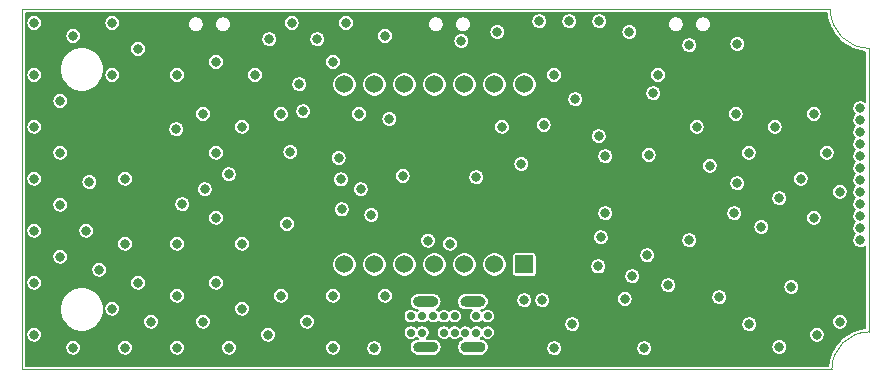
<source format=gbr>
%TF.GenerationSoftware,KiCad,Pcbnew,(5.1.9-0-10_14)*%
%TF.CreationDate,2021-04-26T08:01:11+02:00*%
%TF.ProjectId,wificlock,77696669-636c-46f6-936b-2e6b69636164,rev?*%
%TF.SameCoordinates,Original*%
%TF.FileFunction,Copper,L3,Inr*%
%TF.FilePolarity,Positive*%
%FSLAX46Y46*%
G04 Gerber Fmt 4.6, Leading zero omitted, Abs format (unit mm)*
G04 Created by KiCad (PCBNEW (5.1.9-0-10_14)) date 2021-04-26 08:01:11*
%MOMM*%
%LPD*%
G01*
G04 APERTURE LIST*
%TA.AperFunction,Profile*%
%ADD10C,0.100000*%
%TD*%
%TA.AperFunction,ComponentPad*%
%ADD11C,1.524000*%
%TD*%
%TA.AperFunction,ComponentPad*%
%ADD12R,1.524000X1.524000*%
%TD*%
%TA.AperFunction,ComponentPad*%
%ADD13C,0.700000*%
%TD*%
%TA.AperFunction,ViaPad*%
%ADD14C,0.800000*%
%TD*%
%TA.AperFunction,Conductor*%
%ADD15C,0.150000*%
%TD*%
%TA.AperFunction,Conductor*%
%ADD16C,0.100000*%
%TD*%
G04 APERTURE END LIST*
D10*
X160655000Y-143510000D02*
G75*
G02*
X163830000Y-140335000I3175000J0D01*
G01*
X163830000Y-116332000D02*
G75*
G02*
X160528000Y-113030000I0J3302000D01*
G01*
X92075000Y-113030000D02*
X160528000Y-113030000D01*
X92075000Y-143510000D02*
X92075000Y-113030000D01*
X160655000Y-143510000D02*
X92075000Y-143510000D01*
X163830000Y-116332000D02*
X163830000Y-140335000D01*
D11*
%TO.N,COM0*%
%TO.C,U5*%
X134620000Y-119380000D03*
%TO.N,K1*%
X132080000Y-119380000D03*
%TO.N,ROW5*%
X129540000Y-119380000D03*
%TO.N,COM1*%
X127000000Y-119380000D03*
%TO.N,COM2*%
X124460000Y-119380000D03*
%TO.N,K2*%
X121920000Y-119380000D03*
%TO.N,K1*%
X119380000Y-119380000D03*
%TO.N,COM4*%
X119380000Y-134620000D03*
%TO.N,COM3*%
X121920000Y-134620000D03*
%TO.N,ROW6*%
X124460000Y-134620000D03*
%TO.N,K3*%
X127000000Y-134620000D03*
%TO.N,ROW7*%
X129540000Y-134620000D03*
%TO.N,ROW3*%
X132080000Y-134620000D03*
D12*
%TO.N,ROW4*%
X134620000Y-134620000D03*
%TD*%
D13*
%TO.N,GND*%
%TO.C,J1*%
X125020000Y-139000000D03*
%TO.N,+5V*%
X125970000Y-139000000D03*
%TO.N,Net-(J1-PadA5)*%
X126920000Y-139000000D03*
%TO.N,D+*%
X127820000Y-139000000D03*
%TO.N,GND*%
X125020000Y-140400000D03*
%TO.N,+5V*%
X125970000Y-140400000D03*
%TO.N,D+*%
X128720000Y-140400000D03*
%TO.N,Net-(J1-PadB5)*%
X129620000Y-140400000D03*
%TO.N,+5V*%
X130570000Y-140400000D03*
%TO.N,GND*%
X131520000Y-140400000D03*
%TO.N,+5V*%
X130570000Y-139000000D03*
%TO.N,GND*%
X131520000Y-139000000D03*
%TO.N,N/C*%
%TA.AperFunction,ComponentPad*%
G36*
G01*
X125195000Y-137770000D02*
X125195000Y-137770000D01*
G75*
G02*
X125645000Y-137320000I450000J0D01*
G01*
X126895000Y-137320000D01*
G75*
G02*
X127345000Y-137770000I0J-450000D01*
G01*
X127345000Y-137770000D01*
G75*
G02*
X126895000Y-138220000I-450000J0D01*
G01*
X125645000Y-138220000D01*
G75*
G02*
X125195000Y-137770000I0J450000D01*
G01*
G37*
%TD.AperFunction*%
%TA.AperFunction,ComponentPad*%
G36*
G01*
X129195000Y-137770000D02*
X129195000Y-137770000D01*
G75*
G02*
X129645000Y-137320000I450000J0D01*
G01*
X130895000Y-137320000D01*
G75*
G02*
X131345000Y-137770000I0J-450000D01*
G01*
X131345000Y-137770000D01*
G75*
G02*
X130895000Y-138220000I-450000J0D01*
G01*
X129645000Y-138220000D01*
G75*
G02*
X129195000Y-137770000I0J450000D01*
G01*
G37*
%TD.AperFunction*%
%TA.AperFunction,ComponentPad*%
G36*
G01*
X129195000Y-141630000D02*
X129195000Y-141630000D01*
G75*
G02*
X129645000Y-141180000I450000J0D01*
G01*
X130895000Y-141180000D01*
G75*
G02*
X131345000Y-141630000I0J-450000D01*
G01*
X131345000Y-141630000D01*
G75*
G02*
X130895000Y-142080000I-450000J0D01*
G01*
X129645000Y-142080000D01*
G75*
G02*
X129195000Y-141630000I0J450000D01*
G01*
G37*
%TD.AperFunction*%
%TA.AperFunction,ComponentPad*%
G36*
G01*
X125195000Y-141630000D02*
X125195000Y-141630000D01*
G75*
G02*
X125645000Y-141180000I450000J0D01*
G01*
X126895000Y-141180000D01*
G75*
G02*
X127345000Y-141630000I0J-450000D01*
G01*
X127345000Y-141630000D01*
G75*
G02*
X126895000Y-142080000I-450000J0D01*
G01*
X125645000Y-142080000D01*
G75*
G02*
X125195000Y-141630000I0J450000D01*
G01*
G37*
%TD.AperFunction*%
%TO.N,D-*%
X127820000Y-140400000D03*
X128720000Y-139000000D03*
%TD*%
D14*
%TO.N,+3V3*%
X129276600Y-123440900D03*
X129229600Y-128264300D03*
X124973400Y-125476000D03*
X145796000Y-137668000D03*
X141908000Y-119301000D03*
X149860000Y-141859000D03*
X134239000Y-117094000D03*
X158940500Y-114554000D03*
X124891600Y-130556000D03*
X136733500Y-126365000D03*
%TO.N,GND*%
X137160000Y-141732000D03*
X105156000Y-123190000D03*
X138938000Y-120650000D03*
X148590000Y-132588000D03*
X144780000Y-141732000D03*
X145542000Y-120142000D03*
X140970000Y-114046000D03*
X138430000Y-114046000D03*
X135890000Y-114046000D03*
X138684000Y-139700000D03*
X163068000Y-132588000D03*
X163068000Y-131572000D03*
X163068000Y-130556000D03*
X163068000Y-129540000D03*
X163068000Y-128524000D03*
X163068000Y-127508000D03*
X163068000Y-126492000D03*
X163068000Y-125476000D03*
X163068000Y-124460000D03*
X163068000Y-123444000D03*
X163068000Y-122428000D03*
X163068000Y-121412000D03*
X136271000Y-122809000D03*
X130556000Y-127254000D03*
X124333000Y-127127000D03*
X93124999Y-114174999D03*
X93124999Y-118574999D03*
X93124999Y-122974999D03*
X93124999Y-127374999D03*
X93124999Y-131774999D03*
X93124999Y-136174999D03*
X93124999Y-140574999D03*
X95324999Y-120774999D03*
X95324999Y-125174999D03*
X95324999Y-129574999D03*
X95324999Y-133974999D03*
X96424999Y-115274999D03*
X96424999Y-141674999D03*
X97524999Y-131774999D03*
X98624999Y-135074999D03*
X99724999Y-114174999D03*
X99724999Y-118574999D03*
X97790000Y-127635000D03*
X99724999Y-138374999D03*
X100824999Y-127374999D03*
X100824999Y-132874999D03*
X100824999Y-141674999D03*
X101924999Y-116374999D03*
X101924999Y-136174999D03*
X103024999Y-139474999D03*
X105224999Y-118574999D03*
X105224999Y-132874999D03*
X105224999Y-137274999D03*
X105224999Y-141674999D03*
X107424999Y-121874999D03*
X107424999Y-139474999D03*
X108524999Y-117474999D03*
X108524999Y-125174999D03*
X108524999Y-130674999D03*
X108524999Y-136174999D03*
X109624999Y-141674999D03*
X110724999Y-122974999D03*
X110724999Y-132874999D03*
X110724999Y-138374999D03*
X111824999Y-118574999D03*
X114935000Y-114174999D03*
X112924999Y-140574999D03*
X114024999Y-121874999D03*
X114024999Y-137274999D03*
X117094000Y-115570000D03*
X116224999Y-139474999D03*
X118424999Y-117474999D03*
X118424999Y-137274999D03*
X118424999Y-141674999D03*
X119524999Y-114174999D03*
X120624999Y-121874999D03*
X122824999Y-115274999D03*
X122824999Y-137274999D03*
X128324999Y-132874999D03*
X132334000Y-114935000D03*
X132724999Y-122974999D03*
X137124999Y-118574999D03*
X134620000Y-137668000D03*
X143510000Y-114935000D03*
X143129000Y-137541000D03*
X145924999Y-118574999D03*
X146812000Y-136398000D03*
X148590000Y-116078000D03*
X149224999Y-122974999D03*
X150324999Y-126274999D03*
X152654000Y-115951000D03*
X152524999Y-121874999D03*
X152654000Y-127762000D03*
X153624999Y-125174999D03*
X155824999Y-122974999D03*
X156210000Y-129032000D03*
X157226000Y-136525000D03*
X158024999Y-127374999D03*
X159385000Y-140574999D03*
X159124999Y-121874999D03*
X159124999Y-130674999D03*
X160224999Y-125174999D03*
X161324999Y-128474999D03*
X161324999Y-139474999D03*
X121920000Y-141732000D03*
%TO.N,+5V*%
X123190000Y-122301000D03*
X136144000Y-137668000D03*
X115903000Y-121666000D03*
X121666000Y-130429000D03*
%TO.N,~RTS*%
X141097000Y-132333994D03*
X141478000Y-125476000D03*
%TO.N,~DTR*%
X140892500Y-134795000D03*
X141478000Y-130302000D03*
%TO.N,GPIO0*%
X151129994Y-137414000D03*
X143764004Y-135636000D03*
%TO.N,SDA33*%
X154686000Y-131445000D03*
X145161000Y-125349000D03*
%TO.N,SCL33*%
X134366000Y-126111004D03*
X152400000Y-130301986D03*
%TO.N,Net-(R2-Pad2)*%
X140908200Y-123776100D03*
X153670008Y-139700000D03*
%TO.N,Net-(R4-Pad1)*%
X145025100Y-133861500D03*
X156210000Y-141605000D03*
%TO.N,Net-(R10-Pad2)*%
X118903000Y-125607500D03*
X113029990Y-115570000D03*
%TO.N,K1*%
X114808000Y-125095000D03*
X115570000Y-119379994D03*
%TO.N,Net-(R15-Pad2)*%
X120777000Y-128269996D03*
X129285992Y-115697000D03*
%TO.N,K2*%
X119096500Y-127431310D03*
%TO.N,K3*%
X119159800Y-129969500D03*
%TO.N,ROW3*%
X114519900Y-131191500D03*
%TO.N,ROW5*%
X126457700Y-132609600D03*
%TO.N,COM4*%
X105663974Y-129540000D03*
%TO.N,COM3*%
X107568992Y-128270000D03*
%TO.N,COM2*%
X109601000Y-127000000D03*
%TD*%
D15*
%TO.N,+3V3*%
X160272223Y-113727931D02*
X160278150Y-113756805D01*
X160283666Y-113785719D01*
X160284977Y-113790064D01*
X160475542Y-114405681D01*
X160486966Y-114432856D01*
X160497992Y-114460147D01*
X160500122Y-114464154D01*
X160806632Y-115031033D01*
X160823109Y-115055460D01*
X160839233Y-115080101D01*
X160842101Y-115083618D01*
X161252881Y-115580166D01*
X161273791Y-115600930D01*
X161294392Y-115621967D01*
X161297889Y-115624860D01*
X161797291Y-116032163D01*
X161821836Y-116048470D01*
X161846131Y-116065105D01*
X161850123Y-116067264D01*
X162419128Y-116369809D01*
X162446310Y-116381012D01*
X162473435Y-116392638D01*
X162477771Y-116393980D01*
X163094703Y-116580243D01*
X163123593Y-116585963D01*
X163152410Y-116592088D01*
X163156924Y-116592563D01*
X163505000Y-116626692D01*
X163505000Y-120894406D01*
X163498287Y-120887693D01*
X163387732Y-120813823D01*
X163264890Y-120762940D01*
X163134482Y-120737000D01*
X163001518Y-120737000D01*
X162871110Y-120762940D01*
X162748268Y-120813823D01*
X162637713Y-120887693D01*
X162543693Y-120981713D01*
X162469823Y-121092268D01*
X162418940Y-121215110D01*
X162393000Y-121345518D01*
X162393000Y-121478482D01*
X162418940Y-121608890D01*
X162469823Y-121731732D01*
X162543693Y-121842287D01*
X162621406Y-121920000D01*
X162543693Y-121997713D01*
X162469823Y-122108268D01*
X162418940Y-122231110D01*
X162393000Y-122361518D01*
X162393000Y-122494482D01*
X162418940Y-122624890D01*
X162469823Y-122747732D01*
X162543693Y-122858287D01*
X162621406Y-122936000D01*
X162543693Y-123013713D01*
X162469823Y-123124268D01*
X162418940Y-123247110D01*
X162393000Y-123377518D01*
X162393000Y-123510482D01*
X162418940Y-123640890D01*
X162469823Y-123763732D01*
X162543693Y-123874287D01*
X162621406Y-123952000D01*
X162543693Y-124029713D01*
X162469823Y-124140268D01*
X162418940Y-124263110D01*
X162393000Y-124393518D01*
X162393000Y-124526482D01*
X162418940Y-124656890D01*
X162469823Y-124779732D01*
X162543693Y-124890287D01*
X162621406Y-124968000D01*
X162543693Y-125045713D01*
X162469823Y-125156268D01*
X162418940Y-125279110D01*
X162393000Y-125409518D01*
X162393000Y-125542482D01*
X162418940Y-125672890D01*
X162469823Y-125795732D01*
X162543693Y-125906287D01*
X162621406Y-125984000D01*
X162543693Y-126061713D01*
X162469823Y-126172268D01*
X162418940Y-126295110D01*
X162393000Y-126425518D01*
X162393000Y-126558482D01*
X162418940Y-126688890D01*
X162469823Y-126811732D01*
X162543693Y-126922287D01*
X162621406Y-127000000D01*
X162543693Y-127077713D01*
X162469823Y-127188268D01*
X162418940Y-127311110D01*
X162393000Y-127441518D01*
X162393000Y-127574482D01*
X162418940Y-127704890D01*
X162469823Y-127827732D01*
X162543693Y-127938287D01*
X162621406Y-128016000D01*
X162543693Y-128093713D01*
X162469823Y-128204268D01*
X162418940Y-128327110D01*
X162393000Y-128457518D01*
X162393000Y-128590482D01*
X162418940Y-128720890D01*
X162469823Y-128843732D01*
X162543693Y-128954287D01*
X162621406Y-129032000D01*
X162543693Y-129109713D01*
X162469823Y-129220268D01*
X162418940Y-129343110D01*
X162393000Y-129473518D01*
X162393000Y-129606482D01*
X162418940Y-129736890D01*
X162469823Y-129859732D01*
X162543693Y-129970287D01*
X162621406Y-130048000D01*
X162543693Y-130125713D01*
X162469823Y-130236268D01*
X162418940Y-130359110D01*
X162393000Y-130489518D01*
X162393000Y-130622482D01*
X162418940Y-130752890D01*
X162469823Y-130875732D01*
X162543693Y-130986287D01*
X162621406Y-131064000D01*
X162543693Y-131141713D01*
X162469823Y-131252268D01*
X162418940Y-131375110D01*
X162393000Y-131505518D01*
X162393000Y-131638482D01*
X162418940Y-131768890D01*
X162469823Y-131891732D01*
X162543693Y-132002287D01*
X162621406Y-132080000D01*
X162543693Y-132157713D01*
X162469823Y-132268268D01*
X162418940Y-132391110D01*
X162393000Y-132521518D01*
X162393000Y-132654482D01*
X162418940Y-132784890D01*
X162469823Y-132907732D01*
X162543693Y-133018287D01*
X162637713Y-133112307D01*
X162748268Y-133186177D01*
X162871110Y-133237060D01*
X163001518Y-133263000D01*
X163134482Y-133263000D01*
X163264890Y-133237060D01*
X163387732Y-133186177D01*
X163498287Y-133112307D01*
X163505001Y-133105593D01*
X163505001Y-140040116D01*
X163157606Y-140076629D01*
X163128758Y-140082551D01*
X163099818Y-140088072D01*
X163095474Y-140089383D01*
X162503533Y-140272618D01*
X162476382Y-140284031D01*
X162449066Y-140295068D01*
X162445059Y-140297199D01*
X161899985Y-140591920D01*
X161875565Y-140608392D01*
X161850917Y-140624521D01*
X161847400Y-140627389D01*
X161369951Y-141022369D01*
X161349222Y-141043244D01*
X161328149Y-141063880D01*
X161325256Y-141067377D01*
X160933618Y-141547573D01*
X160917307Y-141572122D01*
X160900676Y-141596412D01*
X160898517Y-141600404D01*
X160607608Y-142147524D01*
X160596399Y-142174719D01*
X160584779Y-142201832D01*
X160583437Y-142206167D01*
X160404338Y-142799371D01*
X160398615Y-142828276D01*
X160392493Y-142857079D01*
X160392018Y-142861592D01*
X160360308Y-143185000D01*
X92400000Y-143185000D01*
X92400000Y-141608517D01*
X95749999Y-141608517D01*
X95749999Y-141741481D01*
X95775939Y-141871889D01*
X95826822Y-141994731D01*
X95900692Y-142105286D01*
X95994712Y-142199306D01*
X96105267Y-142273176D01*
X96228109Y-142324059D01*
X96358517Y-142349999D01*
X96491481Y-142349999D01*
X96621889Y-142324059D01*
X96744731Y-142273176D01*
X96855286Y-142199306D01*
X96949306Y-142105286D01*
X97023176Y-141994731D01*
X97074059Y-141871889D01*
X97099999Y-141741481D01*
X97099999Y-141608517D01*
X100149999Y-141608517D01*
X100149999Y-141741481D01*
X100175939Y-141871889D01*
X100226822Y-141994731D01*
X100300692Y-142105286D01*
X100394712Y-142199306D01*
X100505267Y-142273176D01*
X100628109Y-142324059D01*
X100758517Y-142349999D01*
X100891481Y-142349999D01*
X101021889Y-142324059D01*
X101144731Y-142273176D01*
X101255286Y-142199306D01*
X101349306Y-142105286D01*
X101423176Y-141994731D01*
X101474059Y-141871889D01*
X101499999Y-141741481D01*
X101499999Y-141608517D01*
X104549999Y-141608517D01*
X104549999Y-141741481D01*
X104575939Y-141871889D01*
X104626822Y-141994731D01*
X104700692Y-142105286D01*
X104794712Y-142199306D01*
X104905267Y-142273176D01*
X105028109Y-142324059D01*
X105158517Y-142349999D01*
X105291481Y-142349999D01*
X105421889Y-142324059D01*
X105544731Y-142273176D01*
X105655286Y-142199306D01*
X105749306Y-142105286D01*
X105823176Y-141994731D01*
X105874059Y-141871889D01*
X105899999Y-141741481D01*
X105899999Y-141608517D01*
X108949999Y-141608517D01*
X108949999Y-141741481D01*
X108975939Y-141871889D01*
X109026822Y-141994731D01*
X109100692Y-142105286D01*
X109194712Y-142199306D01*
X109305267Y-142273176D01*
X109428109Y-142324059D01*
X109558517Y-142349999D01*
X109691481Y-142349999D01*
X109821889Y-142324059D01*
X109944731Y-142273176D01*
X110055286Y-142199306D01*
X110149306Y-142105286D01*
X110223176Y-141994731D01*
X110274059Y-141871889D01*
X110299999Y-141741481D01*
X110299999Y-141608517D01*
X117749999Y-141608517D01*
X117749999Y-141741481D01*
X117775939Y-141871889D01*
X117826822Y-141994731D01*
X117900692Y-142105286D01*
X117994712Y-142199306D01*
X118105267Y-142273176D01*
X118228109Y-142324059D01*
X118358517Y-142349999D01*
X118491481Y-142349999D01*
X118621889Y-142324059D01*
X118744731Y-142273176D01*
X118855286Y-142199306D01*
X118949306Y-142105286D01*
X119023176Y-141994731D01*
X119074059Y-141871889D01*
X119099999Y-141741481D01*
X119099999Y-141665518D01*
X121245000Y-141665518D01*
X121245000Y-141798482D01*
X121270940Y-141928890D01*
X121321823Y-142051732D01*
X121395693Y-142162287D01*
X121489713Y-142256307D01*
X121600268Y-142330177D01*
X121723110Y-142381060D01*
X121853518Y-142407000D01*
X121986482Y-142407000D01*
X122116890Y-142381060D01*
X122239732Y-142330177D01*
X122350287Y-142256307D01*
X122444307Y-142162287D01*
X122518177Y-142051732D01*
X122569060Y-141928890D01*
X122595000Y-141798482D01*
X122595000Y-141665518D01*
X122569060Y-141535110D01*
X122518177Y-141412268D01*
X122444307Y-141301713D01*
X122350287Y-141207693D01*
X122239732Y-141133823D01*
X122116890Y-141082940D01*
X121986482Y-141057000D01*
X121853518Y-141057000D01*
X121723110Y-141082940D01*
X121600268Y-141133823D01*
X121489713Y-141207693D01*
X121395693Y-141301713D01*
X121321823Y-141412268D01*
X121270940Y-141535110D01*
X121245000Y-141665518D01*
X119099999Y-141665518D01*
X119099999Y-141608517D01*
X119074059Y-141478109D01*
X119023176Y-141355267D01*
X118949306Y-141244712D01*
X118855286Y-141150692D01*
X118744731Y-141076822D01*
X118621889Y-141025939D01*
X118491481Y-140999999D01*
X118358517Y-140999999D01*
X118228109Y-141025939D01*
X118105267Y-141076822D01*
X117994712Y-141150692D01*
X117900692Y-141244712D01*
X117826822Y-141355267D01*
X117775939Y-141478109D01*
X117749999Y-141608517D01*
X110299999Y-141608517D01*
X110274059Y-141478109D01*
X110223176Y-141355267D01*
X110149306Y-141244712D01*
X110055286Y-141150692D01*
X109944731Y-141076822D01*
X109821889Y-141025939D01*
X109691481Y-140999999D01*
X109558517Y-140999999D01*
X109428109Y-141025939D01*
X109305267Y-141076822D01*
X109194712Y-141150692D01*
X109100692Y-141244712D01*
X109026822Y-141355267D01*
X108975939Y-141478109D01*
X108949999Y-141608517D01*
X105899999Y-141608517D01*
X105874059Y-141478109D01*
X105823176Y-141355267D01*
X105749306Y-141244712D01*
X105655286Y-141150692D01*
X105544731Y-141076822D01*
X105421889Y-141025939D01*
X105291481Y-140999999D01*
X105158517Y-140999999D01*
X105028109Y-141025939D01*
X104905267Y-141076822D01*
X104794712Y-141150692D01*
X104700692Y-141244712D01*
X104626822Y-141355267D01*
X104575939Y-141478109D01*
X104549999Y-141608517D01*
X101499999Y-141608517D01*
X101474059Y-141478109D01*
X101423176Y-141355267D01*
X101349306Y-141244712D01*
X101255286Y-141150692D01*
X101144731Y-141076822D01*
X101021889Y-141025939D01*
X100891481Y-140999999D01*
X100758517Y-140999999D01*
X100628109Y-141025939D01*
X100505267Y-141076822D01*
X100394712Y-141150692D01*
X100300692Y-141244712D01*
X100226822Y-141355267D01*
X100175939Y-141478109D01*
X100149999Y-141608517D01*
X97099999Y-141608517D01*
X97074059Y-141478109D01*
X97023176Y-141355267D01*
X96949306Y-141244712D01*
X96855286Y-141150692D01*
X96744731Y-141076822D01*
X96621889Y-141025939D01*
X96491481Y-140999999D01*
X96358517Y-140999999D01*
X96228109Y-141025939D01*
X96105267Y-141076822D01*
X95994712Y-141150692D01*
X95900692Y-141244712D01*
X95826822Y-141355267D01*
X95775939Y-141478109D01*
X95749999Y-141608517D01*
X92400000Y-141608517D01*
X92400000Y-140508517D01*
X92449999Y-140508517D01*
X92449999Y-140641481D01*
X92475939Y-140771889D01*
X92526822Y-140894731D01*
X92600692Y-141005286D01*
X92694712Y-141099306D01*
X92805267Y-141173176D01*
X92928109Y-141224059D01*
X93058517Y-141249999D01*
X93191481Y-141249999D01*
X93321889Y-141224059D01*
X93444731Y-141173176D01*
X93555286Y-141099306D01*
X93649306Y-141005286D01*
X93723176Y-140894731D01*
X93774059Y-140771889D01*
X93799999Y-140641481D01*
X93799999Y-140508517D01*
X112249999Y-140508517D01*
X112249999Y-140641481D01*
X112275939Y-140771889D01*
X112326822Y-140894731D01*
X112400692Y-141005286D01*
X112494712Y-141099306D01*
X112605267Y-141173176D01*
X112728109Y-141224059D01*
X112858517Y-141249999D01*
X112991481Y-141249999D01*
X113121889Y-141224059D01*
X113244731Y-141173176D01*
X113355286Y-141099306D01*
X113449306Y-141005286D01*
X113523176Y-140894731D01*
X113574059Y-140771889D01*
X113599999Y-140641481D01*
X113599999Y-140508517D01*
X113574059Y-140378109D01*
X113557629Y-140338443D01*
X124395000Y-140338443D01*
X124395000Y-140461557D01*
X124419019Y-140582306D01*
X124466132Y-140696048D01*
X124534531Y-140798414D01*
X124621586Y-140885469D01*
X124723952Y-140953868D01*
X124837694Y-141000981D01*
X124958443Y-141025000D01*
X125081557Y-141025000D01*
X125202306Y-141000981D01*
X125316048Y-140953868D01*
X125418414Y-140885469D01*
X125495000Y-140808883D01*
X125571586Y-140885469D01*
X125604756Y-140907633D01*
X125503300Y-140917625D01*
X125367046Y-140958958D01*
X125241473Y-141026078D01*
X125131407Y-141116406D01*
X125041079Y-141226472D01*
X124973959Y-141352045D01*
X124932626Y-141488299D01*
X124918670Y-141629999D01*
X124918670Y-141630001D01*
X124932626Y-141771701D01*
X124973959Y-141907955D01*
X125041079Y-142033528D01*
X125131407Y-142143594D01*
X125241473Y-142233922D01*
X125367046Y-142301042D01*
X125503300Y-142342375D01*
X125645000Y-142356331D01*
X126895000Y-142356331D01*
X127036700Y-142342375D01*
X127172954Y-142301042D01*
X127298527Y-142233922D01*
X127408593Y-142143594D01*
X127498921Y-142033528D01*
X127566041Y-141907955D01*
X127607374Y-141771701D01*
X127621330Y-141630001D01*
X127621330Y-141629999D01*
X127607374Y-141488299D01*
X127566041Y-141352045D01*
X127498921Y-141226472D01*
X127408593Y-141116406D01*
X127298527Y-141026078D01*
X127172954Y-140958958D01*
X127036700Y-140917625D01*
X126895000Y-140903669D01*
X126341176Y-140903669D01*
X126368414Y-140885469D01*
X126455469Y-140798414D01*
X126523868Y-140696048D01*
X126570981Y-140582306D01*
X126595000Y-140461557D01*
X126595000Y-140338443D01*
X127195000Y-140338443D01*
X127195000Y-140461557D01*
X127219019Y-140582306D01*
X127266132Y-140696048D01*
X127334531Y-140798414D01*
X127421586Y-140885469D01*
X127523952Y-140953868D01*
X127637694Y-141000981D01*
X127758443Y-141025000D01*
X127881557Y-141025000D01*
X128002306Y-141000981D01*
X128116048Y-140953868D01*
X128218414Y-140885469D01*
X128270000Y-140833883D01*
X128321586Y-140885469D01*
X128423952Y-140953868D01*
X128537694Y-141000981D01*
X128658443Y-141025000D01*
X128781557Y-141025000D01*
X128902306Y-141000981D01*
X129016048Y-140953868D01*
X129118414Y-140885469D01*
X129170000Y-140833883D01*
X129221586Y-140885469D01*
X129323952Y-140953868D01*
X129353596Y-140966147D01*
X129241473Y-141026078D01*
X129131407Y-141116406D01*
X129041079Y-141226472D01*
X128973959Y-141352045D01*
X128932626Y-141488299D01*
X128918670Y-141629999D01*
X128918670Y-141630001D01*
X128932626Y-141771701D01*
X128973959Y-141907955D01*
X129041079Y-142033528D01*
X129131407Y-142143594D01*
X129241473Y-142233922D01*
X129367046Y-142301042D01*
X129503300Y-142342375D01*
X129645000Y-142356331D01*
X130895000Y-142356331D01*
X131036700Y-142342375D01*
X131172954Y-142301042D01*
X131298527Y-142233922D01*
X131408593Y-142143594D01*
X131498921Y-142033528D01*
X131566041Y-141907955D01*
X131607374Y-141771701D01*
X131617831Y-141665518D01*
X136485000Y-141665518D01*
X136485000Y-141798482D01*
X136510940Y-141928890D01*
X136561823Y-142051732D01*
X136635693Y-142162287D01*
X136729713Y-142256307D01*
X136840268Y-142330177D01*
X136963110Y-142381060D01*
X137093518Y-142407000D01*
X137226482Y-142407000D01*
X137356890Y-142381060D01*
X137479732Y-142330177D01*
X137590287Y-142256307D01*
X137684307Y-142162287D01*
X137758177Y-142051732D01*
X137809060Y-141928890D01*
X137835000Y-141798482D01*
X137835000Y-141665518D01*
X144105000Y-141665518D01*
X144105000Y-141798482D01*
X144130940Y-141928890D01*
X144181823Y-142051732D01*
X144255693Y-142162287D01*
X144349713Y-142256307D01*
X144460268Y-142330177D01*
X144583110Y-142381060D01*
X144713518Y-142407000D01*
X144846482Y-142407000D01*
X144976890Y-142381060D01*
X145099732Y-142330177D01*
X145210287Y-142256307D01*
X145304307Y-142162287D01*
X145378177Y-142051732D01*
X145429060Y-141928890D01*
X145455000Y-141798482D01*
X145455000Y-141665518D01*
X145429738Y-141538518D01*
X155535000Y-141538518D01*
X155535000Y-141671482D01*
X155560940Y-141801890D01*
X155611823Y-141924732D01*
X155685693Y-142035287D01*
X155779713Y-142129307D01*
X155890268Y-142203177D01*
X156013110Y-142254060D01*
X156143518Y-142280000D01*
X156276482Y-142280000D01*
X156406890Y-142254060D01*
X156529732Y-142203177D01*
X156640287Y-142129307D01*
X156734307Y-142035287D01*
X156808177Y-141924732D01*
X156859060Y-141801890D01*
X156885000Y-141671482D01*
X156885000Y-141538518D01*
X156859060Y-141408110D01*
X156808177Y-141285268D01*
X156734307Y-141174713D01*
X156640287Y-141080693D01*
X156529732Y-141006823D01*
X156406890Y-140955940D01*
X156276482Y-140930000D01*
X156143518Y-140930000D01*
X156013110Y-140955940D01*
X155890268Y-141006823D01*
X155779713Y-141080693D01*
X155685693Y-141174713D01*
X155611823Y-141285268D01*
X155560940Y-141408110D01*
X155535000Y-141538518D01*
X145429738Y-141538518D01*
X145429060Y-141535110D01*
X145378177Y-141412268D01*
X145304307Y-141301713D01*
X145210287Y-141207693D01*
X145099732Y-141133823D01*
X144976890Y-141082940D01*
X144846482Y-141057000D01*
X144713518Y-141057000D01*
X144583110Y-141082940D01*
X144460268Y-141133823D01*
X144349713Y-141207693D01*
X144255693Y-141301713D01*
X144181823Y-141412268D01*
X144130940Y-141535110D01*
X144105000Y-141665518D01*
X137835000Y-141665518D01*
X137809060Y-141535110D01*
X137758177Y-141412268D01*
X137684307Y-141301713D01*
X137590287Y-141207693D01*
X137479732Y-141133823D01*
X137356890Y-141082940D01*
X137226482Y-141057000D01*
X137093518Y-141057000D01*
X136963110Y-141082940D01*
X136840268Y-141133823D01*
X136729713Y-141207693D01*
X136635693Y-141301713D01*
X136561823Y-141412268D01*
X136510940Y-141535110D01*
X136485000Y-141665518D01*
X131617831Y-141665518D01*
X131621330Y-141630001D01*
X131621330Y-141629999D01*
X131607374Y-141488299D01*
X131566041Y-141352045D01*
X131498921Y-141226472D01*
X131408593Y-141116406D01*
X131298527Y-141026078D01*
X131172954Y-140958958D01*
X131036700Y-140917625D01*
X130935244Y-140907633D01*
X130968414Y-140885469D01*
X131045000Y-140808883D01*
X131121586Y-140885469D01*
X131223952Y-140953868D01*
X131337694Y-141000981D01*
X131458443Y-141025000D01*
X131581557Y-141025000D01*
X131702306Y-141000981D01*
X131816048Y-140953868D01*
X131918414Y-140885469D01*
X132005469Y-140798414D01*
X132073868Y-140696048D01*
X132120981Y-140582306D01*
X132135658Y-140508517D01*
X158710000Y-140508517D01*
X158710000Y-140641481D01*
X158735940Y-140771889D01*
X158786823Y-140894731D01*
X158860693Y-141005286D01*
X158954713Y-141099306D01*
X159065268Y-141173176D01*
X159188110Y-141224059D01*
X159318518Y-141249999D01*
X159451482Y-141249999D01*
X159581890Y-141224059D01*
X159704732Y-141173176D01*
X159815287Y-141099306D01*
X159909307Y-141005286D01*
X159983177Y-140894731D01*
X160034060Y-140771889D01*
X160060000Y-140641481D01*
X160060000Y-140508517D01*
X160034060Y-140378109D01*
X159983177Y-140255267D01*
X159909307Y-140144712D01*
X159815287Y-140050692D01*
X159704732Y-139976822D01*
X159581890Y-139925939D01*
X159451482Y-139899999D01*
X159318518Y-139899999D01*
X159188110Y-139925939D01*
X159065268Y-139976822D01*
X158954713Y-140050692D01*
X158860693Y-140144712D01*
X158786823Y-140255267D01*
X158735940Y-140378109D01*
X158710000Y-140508517D01*
X132135658Y-140508517D01*
X132145000Y-140461557D01*
X132145000Y-140338443D01*
X132120981Y-140217694D01*
X132073868Y-140103952D01*
X132005469Y-140001586D01*
X131918414Y-139914531D01*
X131816048Y-139846132D01*
X131702306Y-139799019D01*
X131581557Y-139775000D01*
X131458443Y-139775000D01*
X131337694Y-139799019D01*
X131223952Y-139846132D01*
X131121586Y-139914531D01*
X131045000Y-139991117D01*
X130968414Y-139914531D01*
X130866048Y-139846132D01*
X130752306Y-139799019D01*
X130631557Y-139775000D01*
X130508443Y-139775000D01*
X130387694Y-139799019D01*
X130273952Y-139846132D01*
X130171586Y-139914531D01*
X130095000Y-139991117D01*
X130018414Y-139914531D01*
X129916048Y-139846132D01*
X129802306Y-139799019D01*
X129681557Y-139775000D01*
X129558443Y-139775000D01*
X129437694Y-139799019D01*
X129323952Y-139846132D01*
X129221586Y-139914531D01*
X129170000Y-139966117D01*
X129118414Y-139914531D01*
X129016048Y-139846132D01*
X128902306Y-139799019D01*
X128781557Y-139775000D01*
X128658443Y-139775000D01*
X128537694Y-139799019D01*
X128423952Y-139846132D01*
X128321586Y-139914531D01*
X128270000Y-139966117D01*
X128218414Y-139914531D01*
X128116048Y-139846132D01*
X128002306Y-139799019D01*
X127881557Y-139775000D01*
X127758443Y-139775000D01*
X127637694Y-139799019D01*
X127523952Y-139846132D01*
X127421586Y-139914531D01*
X127334531Y-140001586D01*
X127266132Y-140103952D01*
X127219019Y-140217694D01*
X127195000Y-140338443D01*
X126595000Y-140338443D01*
X126570981Y-140217694D01*
X126523868Y-140103952D01*
X126455469Y-140001586D01*
X126368414Y-139914531D01*
X126266048Y-139846132D01*
X126152306Y-139799019D01*
X126031557Y-139775000D01*
X125908443Y-139775000D01*
X125787694Y-139799019D01*
X125673952Y-139846132D01*
X125571586Y-139914531D01*
X125495000Y-139991117D01*
X125418414Y-139914531D01*
X125316048Y-139846132D01*
X125202306Y-139799019D01*
X125081557Y-139775000D01*
X124958443Y-139775000D01*
X124837694Y-139799019D01*
X124723952Y-139846132D01*
X124621586Y-139914531D01*
X124534531Y-140001586D01*
X124466132Y-140103952D01*
X124419019Y-140217694D01*
X124395000Y-140338443D01*
X113557629Y-140338443D01*
X113523176Y-140255267D01*
X113449306Y-140144712D01*
X113355286Y-140050692D01*
X113244731Y-139976822D01*
X113121889Y-139925939D01*
X112991481Y-139899999D01*
X112858517Y-139899999D01*
X112728109Y-139925939D01*
X112605267Y-139976822D01*
X112494712Y-140050692D01*
X112400692Y-140144712D01*
X112326822Y-140255267D01*
X112275939Y-140378109D01*
X112249999Y-140508517D01*
X93799999Y-140508517D01*
X93774059Y-140378109D01*
X93723176Y-140255267D01*
X93649306Y-140144712D01*
X93555286Y-140050692D01*
X93444731Y-139976822D01*
X93321889Y-139925939D01*
X93191481Y-139899999D01*
X93058517Y-139899999D01*
X92928109Y-139925939D01*
X92805267Y-139976822D01*
X92694712Y-140050692D01*
X92600692Y-140144712D01*
X92526822Y-140255267D01*
X92475939Y-140378109D01*
X92449999Y-140508517D01*
X92400000Y-140508517D01*
X92400000Y-138245329D01*
X95280000Y-138245329D01*
X95280000Y-138614671D01*
X95352056Y-138976917D01*
X95493397Y-139318145D01*
X95698593Y-139625243D01*
X95959757Y-139886407D01*
X96266855Y-140091603D01*
X96608083Y-140232944D01*
X96970329Y-140305000D01*
X97339671Y-140305000D01*
X97701917Y-140232944D01*
X98043145Y-140091603D01*
X98350243Y-139886407D01*
X98611407Y-139625243D01*
X98756218Y-139408517D01*
X102349999Y-139408517D01*
X102349999Y-139541481D01*
X102375939Y-139671889D01*
X102426822Y-139794731D01*
X102500692Y-139905286D01*
X102594712Y-139999306D01*
X102705267Y-140073176D01*
X102828109Y-140124059D01*
X102958517Y-140149999D01*
X103091481Y-140149999D01*
X103221889Y-140124059D01*
X103344731Y-140073176D01*
X103455286Y-139999306D01*
X103549306Y-139905286D01*
X103623176Y-139794731D01*
X103674059Y-139671889D01*
X103699999Y-139541481D01*
X103699999Y-139408517D01*
X106749999Y-139408517D01*
X106749999Y-139541481D01*
X106775939Y-139671889D01*
X106826822Y-139794731D01*
X106900692Y-139905286D01*
X106994712Y-139999306D01*
X107105267Y-140073176D01*
X107228109Y-140124059D01*
X107358517Y-140149999D01*
X107491481Y-140149999D01*
X107621889Y-140124059D01*
X107744731Y-140073176D01*
X107855286Y-139999306D01*
X107949306Y-139905286D01*
X108023176Y-139794731D01*
X108074059Y-139671889D01*
X108099999Y-139541481D01*
X108099999Y-139408517D01*
X115549999Y-139408517D01*
X115549999Y-139541481D01*
X115575939Y-139671889D01*
X115626822Y-139794731D01*
X115700692Y-139905286D01*
X115794712Y-139999306D01*
X115905267Y-140073176D01*
X116028109Y-140124059D01*
X116158517Y-140149999D01*
X116291481Y-140149999D01*
X116421889Y-140124059D01*
X116544731Y-140073176D01*
X116655286Y-139999306D01*
X116749306Y-139905286D01*
X116823176Y-139794731D01*
X116874059Y-139671889D01*
X116881691Y-139633518D01*
X138009000Y-139633518D01*
X138009000Y-139766482D01*
X138034940Y-139896890D01*
X138085823Y-140019732D01*
X138159693Y-140130287D01*
X138253713Y-140224307D01*
X138364268Y-140298177D01*
X138487110Y-140349060D01*
X138617518Y-140375000D01*
X138750482Y-140375000D01*
X138880890Y-140349060D01*
X139003732Y-140298177D01*
X139114287Y-140224307D01*
X139208307Y-140130287D01*
X139282177Y-140019732D01*
X139333060Y-139896890D01*
X139359000Y-139766482D01*
X139359000Y-139633518D01*
X152995008Y-139633518D01*
X152995008Y-139766482D01*
X153020948Y-139896890D01*
X153071831Y-140019732D01*
X153145701Y-140130287D01*
X153239721Y-140224307D01*
X153350276Y-140298177D01*
X153473118Y-140349060D01*
X153603526Y-140375000D01*
X153736490Y-140375000D01*
X153866898Y-140349060D01*
X153989740Y-140298177D01*
X154100295Y-140224307D01*
X154194315Y-140130287D01*
X154268185Y-140019732D01*
X154319068Y-139896890D01*
X154345008Y-139766482D01*
X154345008Y-139633518D01*
X154319068Y-139503110D01*
X154279887Y-139408517D01*
X160649999Y-139408517D01*
X160649999Y-139541481D01*
X160675939Y-139671889D01*
X160726822Y-139794731D01*
X160800692Y-139905286D01*
X160894712Y-139999306D01*
X161005267Y-140073176D01*
X161128109Y-140124059D01*
X161258517Y-140149999D01*
X161391481Y-140149999D01*
X161521889Y-140124059D01*
X161644731Y-140073176D01*
X161755286Y-139999306D01*
X161849306Y-139905286D01*
X161923176Y-139794731D01*
X161974059Y-139671889D01*
X161999999Y-139541481D01*
X161999999Y-139408517D01*
X161974059Y-139278109D01*
X161923176Y-139155267D01*
X161849306Y-139044712D01*
X161755286Y-138950692D01*
X161644731Y-138876822D01*
X161521889Y-138825939D01*
X161391481Y-138799999D01*
X161258517Y-138799999D01*
X161128109Y-138825939D01*
X161005267Y-138876822D01*
X160894712Y-138950692D01*
X160800692Y-139044712D01*
X160726822Y-139155267D01*
X160675939Y-139278109D01*
X160649999Y-139408517D01*
X154279887Y-139408517D01*
X154268185Y-139380268D01*
X154194315Y-139269713D01*
X154100295Y-139175693D01*
X153989740Y-139101823D01*
X153866898Y-139050940D01*
X153736490Y-139025000D01*
X153603526Y-139025000D01*
X153473118Y-139050940D01*
X153350276Y-139101823D01*
X153239721Y-139175693D01*
X153145701Y-139269713D01*
X153071831Y-139380268D01*
X153020948Y-139503110D01*
X152995008Y-139633518D01*
X139359000Y-139633518D01*
X139333060Y-139503110D01*
X139282177Y-139380268D01*
X139208307Y-139269713D01*
X139114287Y-139175693D01*
X139003732Y-139101823D01*
X138880890Y-139050940D01*
X138750482Y-139025000D01*
X138617518Y-139025000D01*
X138487110Y-139050940D01*
X138364268Y-139101823D01*
X138253713Y-139175693D01*
X138159693Y-139269713D01*
X138085823Y-139380268D01*
X138034940Y-139503110D01*
X138009000Y-139633518D01*
X116881691Y-139633518D01*
X116899999Y-139541481D01*
X116899999Y-139408517D01*
X116874059Y-139278109D01*
X116823176Y-139155267D01*
X116749306Y-139044712D01*
X116655286Y-138950692D01*
X116636954Y-138938443D01*
X124395000Y-138938443D01*
X124395000Y-139061557D01*
X124419019Y-139182306D01*
X124466132Y-139296048D01*
X124534531Y-139398414D01*
X124621586Y-139485469D01*
X124723952Y-139553868D01*
X124837694Y-139600981D01*
X124958443Y-139625000D01*
X125081557Y-139625000D01*
X125202306Y-139600981D01*
X125316048Y-139553868D01*
X125418414Y-139485469D01*
X125495000Y-139408883D01*
X125571586Y-139485469D01*
X125673952Y-139553868D01*
X125787694Y-139600981D01*
X125908443Y-139625000D01*
X126031557Y-139625000D01*
X126152306Y-139600981D01*
X126266048Y-139553868D01*
X126368414Y-139485469D01*
X126445000Y-139408883D01*
X126521586Y-139485469D01*
X126623952Y-139553868D01*
X126737694Y-139600981D01*
X126858443Y-139625000D01*
X126981557Y-139625000D01*
X127102306Y-139600981D01*
X127216048Y-139553868D01*
X127318414Y-139485469D01*
X127370000Y-139433883D01*
X127421586Y-139485469D01*
X127523952Y-139553868D01*
X127637694Y-139600981D01*
X127758443Y-139625000D01*
X127881557Y-139625000D01*
X128002306Y-139600981D01*
X128116048Y-139553868D01*
X128218414Y-139485469D01*
X128270000Y-139433883D01*
X128321586Y-139485469D01*
X128423952Y-139553868D01*
X128537694Y-139600981D01*
X128658443Y-139625000D01*
X128781557Y-139625000D01*
X128902306Y-139600981D01*
X129016048Y-139553868D01*
X129118414Y-139485469D01*
X129205469Y-139398414D01*
X129273868Y-139296048D01*
X129320981Y-139182306D01*
X129345000Y-139061557D01*
X129345000Y-138938443D01*
X129320981Y-138817694D01*
X129273868Y-138703952D01*
X129205469Y-138601586D01*
X129118414Y-138514531D01*
X129016048Y-138446132D01*
X128902306Y-138399019D01*
X128781557Y-138375000D01*
X128658443Y-138375000D01*
X128537694Y-138399019D01*
X128423952Y-138446132D01*
X128321586Y-138514531D01*
X128270000Y-138566117D01*
X128218414Y-138514531D01*
X128116048Y-138446132D01*
X128002306Y-138399019D01*
X127881557Y-138375000D01*
X127758443Y-138375000D01*
X127637694Y-138399019D01*
X127523952Y-138446132D01*
X127421586Y-138514531D01*
X127370000Y-138566117D01*
X127318414Y-138514531D01*
X127216048Y-138446132D01*
X127186404Y-138433853D01*
X127298527Y-138373922D01*
X127408593Y-138283594D01*
X127498921Y-138173528D01*
X127566041Y-138047955D01*
X127607374Y-137911701D01*
X127621330Y-137770001D01*
X127621330Y-137769999D01*
X128918670Y-137769999D01*
X128918670Y-137770001D01*
X128932626Y-137911701D01*
X128973959Y-138047955D01*
X129041079Y-138173528D01*
X129131407Y-138283594D01*
X129241473Y-138373922D01*
X129367046Y-138441042D01*
X129503300Y-138482375D01*
X129645000Y-138496331D01*
X130198824Y-138496331D01*
X130171586Y-138514531D01*
X130084531Y-138601586D01*
X130016132Y-138703952D01*
X129969019Y-138817694D01*
X129945000Y-138938443D01*
X129945000Y-139061557D01*
X129969019Y-139182306D01*
X130016132Y-139296048D01*
X130084531Y-139398414D01*
X130171586Y-139485469D01*
X130273952Y-139553868D01*
X130387694Y-139600981D01*
X130508443Y-139625000D01*
X130631557Y-139625000D01*
X130752306Y-139600981D01*
X130866048Y-139553868D01*
X130968414Y-139485469D01*
X131045000Y-139408883D01*
X131121586Y-139485469D01*
X131223952Y-139553868D01*
X131337694Y-139600981D01*
X131458443Y-139625000D01*
X131581557Y-139625000D01*
X131702306Y-139600981D01*
X131816048Y-139553868D01*
X131918414Y-139485469D01*
X132005469Y-139398414D01*
X132073868Y-139296048D01*
X132120981Y-139182306D01*
X132145000Y-139061557D01*
X132145000Y-138938443D01*
X132120981Y-138817694D01*
X132073868Y-138703952D01*
X132005469Y-138601586D01*
X131918414Y-138514531D01*
X131816048Y-138446132D01*
X131702306Y-138399019D01*
X131581557Y-138375000D01*
X131458443Y-138375000D01*
X131337694Y-138399019D01*
X131223952Y-138446132D01*
X131121586Y-138514531D01*
X131045000Y-138591117D01*
X130968414Y-138514531D01*
X130935244Y-138492367D01*
X131036700Y-138482375D01*
X131172954Y-138441042D01*
X131298527Y-138373922D01*
X131408593Y-138283594D01*
X131498921Y-138173528D01*
X131566041Y-138047955D01*
X131607374Y-137911701D01*
X131621330Y-137770001D01*
X131621330Y-137769999D01*
X131607374Y-137628299D01*
X131599250Y-137601518D01*
X133945000Y-137601518D01*
X133945000Y-137734482D01*
X133970940Y-137864890D01*
X134021823Y-137987732D01*
X134095693Y-138098287D01*
X134189713Y-138192307D01*
X134300268Y-138266177D01*
X134423110Y-138317060D01*
X134553518Y-138343000D01*
X134686482Y-138343000D01*
X134816890Y-138317060D01*
X134939732Y-138266177D01*
X135050287Y-138192307D01*
X135144307Y-138098287D01*
X135218177Y-137987732D01*
X135269060Y-137864890D01*
X135295000Y-137734482D01*
X135295000Y-137601518D01*
X135469000Y-137601518D01*
X135469000Y-137734482D01*
X135494940Y-137864890D01*
X135545823Y-137987732D01*
X135619693Y-138098287D01*
X135713713Y-138192307D01*
X135824268Y-138266177D01*
X135947110Y-138317060D01*
X136077518Y-138343000D01*
X136210482Y-138343000D01*
X136340890Y-138317060D01*
X136463732Y-138266177D01*
X136574287Y-138192307D01*
X136668307Y-138098287D01*
X136742177Y-137987732D01*
X136793060Y-137864890D01*
X136819000Y-137734482D01*
X136819000Y-137601518D01*
X136793738Y-137474518D01*
X142454000Y-137474518D01*
X142454000Y-137607482D01*
X142479940Y-137737890D01*
X142530823Y-137860732D01*
X142604693Y-137971287D01*
X142698713Y-138065307D01*
X142809268Y-138139177D01*
X142932110Y-138190060D01*
X143062518Y-138216000D01*
X143195482Y-138216000D01*
X143325890Y-138190060D01*
X143448732Y-138139177D01*
X143559287Y-138065307D01*
X143653307Y-137971287D01*
X143727177Y-137860732D01*
X143778060Y-137737890D01*
X143804000Y-137607482D01*
X143804000Y-137474518D01*
X143778738Y-137347518D01*
X150454994Y-137347518D01*
X150454994Y-137480482D01*
X150480934Y-137610890D01*
X150531817Y-137733732D01*
X150605687Y-137844287D01*
X150699707Y-137938307D01*
X150810262Y-138012177D01*
X150933104Y-138063060D01*
X151063512Y-138089000D01*
X151196476Y-138089000D01*
X151326884Y-138063060D01*
X151449726Y-138012177D01*
X151560281Y-137938307D01*
X151654301Y-137844287D01*
X151728171Y-137733732D01*
X151779054Y-137610890D01*
X151804994Y-137480482D01*
X151804994Y-137347518D01*
X151779054Y-137217110D01*
X151728171Y-137094268D01*
X151654301Y-136983713D01*
X151560281Y-136889693D01*
X151449726Y-136815823D01*
X151326884Y-136764940D01*
X151196476Y-136739000D01*
X151063512Y-136739000D01*
X150933104Y-136764940D01*
X150810262Y-136815823D01*
X150699707Y-136889693D01*
X150605687Y-136983713D01*
X150531817Y-137094268D01*
X150480934Y-137217110D01*
X150454994Y-137347518D01*
X143778738Y-137347518D01*
X143778060Y-137344110D01*
X143727177Y-137221268D01*
X143653307Y-137110713D01*
X143559287Y-137016693D01*
X143448732Y-136942823D01*
X143325890Y-136891940D01*
X143195482Y-136866000D01*
X143062518Y-136866000D01*
X142932110Y-136891940D01*
X142809268Y-136942823D01*
X142698713Y-137016693D01*
X142604693Y-137110713D01*
X142530823Y-137221268D01*
X142479940Y-137344110D01*
X142454000Y-137474518D01*
X136793738Y-137474518D01*
X136793060Y-137471110D01*
X136742177Y-137348268D01*
X136668307Y-137237713D01*
X136574287Y-137143693D01*
X136463732Y-137069823D01*
X136340890Y-137018940D01*
X136210482Y-136993000D01*
X136077518Y-136993000D01*
X135947110Y-137018940D01*
X135824268Y-137069823D01*
X135713713Y-137143693D01*
X135619693Y-137237713D01*
X135545823Y-137348268D01*
X135494940Y-137471110D01*
X135469000Y-137601518D01*
X135295000Y-137601518D01*
X135269060Y-137471110D01*
X135218177Y-137348268D01*
X135144307Y-137237713D01*
X135050287Y-137143693D01*
X134939732Y-137069823D01*
X134816890Y-137018940D01*
X134686482Y-136993000D01*
X134553518Y-136993000D01*
X134423110Y-137018940D01*
X134300268Y-137069823D01*
X134189713Y-137143693D01*
X134095693Y-137237713D01*
X134021823Y-137348268D01*
X133970940Y-137471110D01*
X133945000Y-137601518D01*
X131599250Y-137601518D01*
X131566041Y-137492045D01*
X131498921Y-137366472D01*
X131408593Y-137256406D01*
X131298527Y-137166078D01*
X131172954Y-137098958D01*
X131036700Y-137057625D01*
X130895000Y-137043669D01*
X129645000Y-137043669D01*
X129503300Y-137057625D01*
X129367046Y-137098958D01*
X129241473Y-137166078D01*
X129131407Y-137256406D01*
X129041079Y-137366472D01*
X128973959Y-137492045D01*
X128932626Y-137628299D01*
X128918670Y-137769999D01*
X127621330Y-137769999D01*
X127607374Y-137628299D01*
X127566041Y-137492045D01*
X127498921Y-137366472D01*
X127408593Y-137256406D01*
X127298527Y-137166078D01*
X127172954Y-137098958D01*
X127036700Y-137057625D01*
X126895000Y-137043669D01*
X125645000Y-137043669D01*
X125503300Y-137057625D01*
X125367046Y-137098958D01*
X125241473Y-137166078D01*
X125131407Y-137256406D01*
X125041079Y-137366472D01*
X124973959Y-137492045D01*
X124932626Y-137628299D01*
X124918670Y-137769999D01*
X124918670Y-137770001D01*
X124932626Y-137911701D01*
X124973959Y-138047955D01*
X125041079Y-138173528D01*
X125131407Y-138283594D01*
X125241473Y-138373922D01*
X125367046Y-138441042D01*
X125503300Y-138482375D01*
X125604756Y-138492367D01*
X125571586Y-138514531D01*
X125495000Y-138591117D01*
X125418414Y-138514531D01*
X125316048Y-138446132D01*
X125202306Y-138399019D01*
X125081557Y-138375000D01*
X124958443Y-138375000D01*
X124837694Y-138399019D01*
X124723952Y-138446132D01*
X124621586Y-138514531D01*
X124534531Y-138601586D01*
X124466132Y-138703952D01*
X124419019Y-138817694D01*
X124395000Y-138938443D01*
X116636954Y-138938443D01*
X116544731Y-138876822D01*
X116421889Y-138825939D01*
X116291481Y-138799999D01*
X116158517Y-138799999D01*
X116028109Y-138825939D01*
X115905267Y-138876822D01*
X115794712Y-138950692D01*
X115700692Y-139044712D01*
X115626822Y-139155267D01*
X115575939Y-139278109D01*
X115549999Y-139408517D01*
X108099999Y-139408517D01*
X108074059Y-139278109D01*
X108023176Y-139155267D01*
X107949306Y-139044712D01*
X107855286Y-138950692D01*
X107744731Y-138876822D01*
X107621889Y-138825939D01*
X107491481Y-138799999D01*
X107358517Y-138799999D01*
X107228109Y-138825939D01*
X107105267Y-138876822D01*
X106994712Y-138950692D01*
X106900692Y-139044712D01*
X106826822Y-139155267D01*
X106775939Y-139278109D01*
X106749999Y-139408517D01*
X103699999Y-139408517D01*
X103674059Y-139278109D01*
X103623176Y-139155267D01*
X103549306Y-139044712D01*
X103455286Y-138950692D01*
X103344731Y-138876822D01*
X103221889Y-138825939D01*
X103091481Y-138799999D01*
X102958517Y-138799999D01*
X102828109Y-138825939D01*
X102705267Y-138876822D01*
X102594712Y-138950692D01*
X102500692Y-139044712D01*
X102426822Y-139155267D01*
X102375939Y-139278109D01*
X102349999Y-139408517D01*
X98756218Y-139408517D01*
X98816603Y-139318145D01*
X98957944Y-138976917D01*
X99030000Y-138614671D01*
X99030000Y-138308517D01*
X99049999Y-138308517D01*
X99049999Y-138441481D01*
X99075939Y-138571889D01*
X99126822Y-138694731D01*
X99200692Y-138805286D01*
X99294712Y-138899306D01*
X99405267Y-138973176D01*
X99528109Y-139024059D01*
X99658517Y-139049999D01*
X99791481Y-139049999D01*
X99921889Y-139024059D01*
X100044731Y-138973176D01*
X100155286Y-138899306D01*
X100249306Y-138805286D01*
X100323176Y-138694731D01*
X100374059Y-138571889D01*
X100399999Y-138441481D01*
X100399999Y-138308517D01*
X110049999Y-138308517D01*
X110049999Y-138441481D01*
X110075939Y-138571889D01*
X110126822Y-138694731D01*
X110200692Y-138805286D01*
X110294712Y-138899306D01*
X110405267Y-138973176D01*
X110528109Y-139024059D01*
X110658517Y-139049999D01*
X110791481Y-139049999D01*
X110921889Y-139024059D01*
X111044731Y-138973176D01*
X111155286Y-138899306D01*
X111249306Y-138805286D01*
X111323176Y-138694731D01*
X111374059Y-138571889D01*
X111399999Y-138441481D01*
X111399999Y-138308517D01*
X111374059Y-138178109D01*
X111323176Y-138055267D01*
X111249306Y-137944712D01*
X111155286Y-137850692D01*
X111044731Y-137776822D01*
X110921889Y-137725939D01*
X110791481Y-137699999D01*
X110658517Y-137699999D01*
X110528109Y-137725939D01*
X110405267Y-137776822D01*
X110294712Y-137850692D01*
X110200692Y-137944712D01*
X110126822Y-138055267D01*
X110075939Y-138178109D01*
X110049999Y-138308517D01*
X100399999Y-138308517D01*
X100374059Y-138178109D01*
X100323176Y-138055267D01*
X100249306Y-137944712D01*
X100155286Y-137850692D01*
X100044731Y-137776822D01*
X99921889Y-137725939D01*
X99791481Y-137699999D01*
X99658517Y-137699999D01*
X99528109Y-137725939D01*
X99405267Y-137776822D01*
X99294712Y-137850692D01*
X99200692Y-137944712D01*
X99126822Y-138055267D01*
X99075939Y-138178109D01*
X99049999Y-138308517D01*
X99030000Y-138308517D01*
X99030000Y-138245329D01*
X98957944Y-137883083D01*
X98816603Y-137541855D01*
X98611407Y-137234757D01*
X98585167Y-137208517D01*
X104549999Y-137208517D01*
X104549999Y-137341481D01*
X104575939Y-137471889D01*
X104626822Y-137594731D01*
X104700692Y-137705286D01*
X104794712Y-137799306D01*
X104905267Y-137873176D01*
X105028109Y-137924059D01*
X105158517Y-137949999D01*
X105291481Y-137949999D01*
X105421889Y-137924059D01*
X105544731Y-137873176D01*
X105655286Y-137799306D01*
X105749306Y-137705286D01*
X105823176Y-137594731D01*
X105874059Y-137471889D01*
X105899999Y-137341481D01*
X105899999Y-137208517D01*
X113349999Y-137208517D01*
X113349999Y-137341481D01*
X113375939Y-137471889D01*
X113426822Y-137594731D01*
X113500692Y-137705286D01*
X113594712Y-137799306D01*
X113705267Y-137873176D01*
X113828109Y-137924059D01*
X113958517Y-137949999D01*
X114091481Y-137949999D01*
X114221889Y-137924059D01*
X114344731Y-137873176D01*
X114455286Y-137799306D01*
X114549306Y-137705286D01*
X114623176Y-137594731D01*
X114674059Y-137471889D01*
X114699999Y-137341481D01*
X114699999Y-137208517D01*
X117749999Y-137208517D01*
X117749999Y-137341481D01*
X117775939Y-137471889D01*
X117826822Y-137594731D01*
X117900692Y-137705286D01*
X117994712Y-137799306D01*
X118105267Y-137873176D01*
X118228109Y-137924059D01*
X118358517Y-137949999D01*
X118491481Y-137949999D01*
X118621889Y-137924059D01*
X118744731Y-137873176D01*
X118855286Y-137799306D01*
X118949306Y-137705286D01*
X119023176Y-137594731D01*
X119074059Y-137471889D01*
X119099999Y-137341481D01*
X119099999Y-137208517D01*
X122149999Y-137208517D01*
X122149999Y-137341481D01*
X122175939Y-137471889D01*
X122226822Y-137594731D01*
X122300692Y-137705286D01*
X122394712Y-137799306D01*
X122505267Y-137873176D01*
X122628109Y-137924059D01*
X122758517Y-137949999D01*
X122891481Y-137949999D01*
X123021889Y-137924059D01*
X123144731Y-137873176D01*
X123255286Y-137799306D01*
X123349306Y-137705286D01*
X123423176Y-137594731D01*
X123474059Y-137471889D01*
X123499999Y-137341481D01*
X123499999Y-137208517D01*
X123474059Y-137078109D01*
X123423176Y-136955267D01*
X123349306Y-136844712D01*
X123255286Y-136750692D01*
X123144731Y-136676822D01*
X123021889Y-136625939D01*
X122891481Y-136599999D01*
X122758517Y-136599999D01*
X122628109Y-136625939D01*
X122505267Y-136676822D01*
X122394712Y-136750692D01*
X122300692Y-136844712D01*
X122226822Y-136955267D01*
X122175939Y-137078109D01*
X122149999Y-137208517D01*
X119099999Y-137208517D01*
X119074059Y-137078109D01*
X119023176Y-136955267D01*
X118949306Y-136844712D01*
X118855286Y-136750692D01*
X118744731Y-136676822D01*
X118621889Y-136625939D01*
X118491481Y-136599999D01*
X118358517Y-136599999D01*
X118228109Y-136625939D01*
X118105267Y-136676822D01*
X117994712Y-136750692D01*
X117900692Y-136844712D01*
X117826822Y-136955267D01*
X117775939Y-137078109D01*
X117749999Y-137208517D01*
X114699999Y-137208517D01*
X114674059Y-137078109D01*
X114623176Y-136955267D01*
X114549306Y-136844712D01*
X114455286Y-136750692D01*
X114344731Y-136676822D01*
X114221889Y-136625939D01*
X114091481Y-136599999D01*
X113958517Y-136599999D01*
X113828109Y-136625939D01*
X113705267Y-136676822D01*
X113594712Y-136750692D01*
X113500692Y-136844712D01*
X113426822Y-136955267D01*
X113375939Y-137078109D01*
X113349999Y-137208517D01*
X105899999Y-137208517D01*
X105874059Y-137078109D01*
X105823176Y-136955267D01*
X105749306Y-136844712D01*
X105655286Y-136750692D01*
X105544731Y-136676822D01*
X105421889Y-136625939D01*
X105291481Y-136599999D01*
X105158517Y-136599999D01*
X105028109Y-136625939D01*
X104905267Y-136676822D01*
X104794712Y-136750692D01*
X104700692Y-136844712D01*
X104626822Y-136955267D01*
X104575939Y-137078109D01*
X104549999Y-137208517D01*
X98585167Y-137208517D01*
X98350243Y-136973593D01*
X98043145Y-136768397D01*
X97701917Y-136627056D01*
X97339671Y-136555000D01*
X96970329Y-136555000D01*
X96608083Y-136627056D01*
X96266855Y-136768397D01*
X95959757Y-136973593D01*
X95698593Y-137234757D01*
X95493397Y-137541855D01*
X95352056Y-137883083D01*
X95280000Y-138245329D01*
X92400000Y-138245329D01*
X92400000Y-136108517D01*
X92449999Y-136108517D01*
X92449999Y-136241481D01*
X92475939Y-136371889D01*
X92526822Y-136494731D01*
X92600692Y-136605286D01*
X92694712Y-136699306D01*
X92805267Y-136773176D01*
X92928109Y-136824059D01*
X93058517Y-136849999D01*
X93191481Y-136849999D01*
X93321889Y-136824059D01*
X93444731Y-136773176D01*
X93555286Y-136699306D01*
X93649306Y-136605286D01*
X93723176Y-136494731D01*
X93774059Y-136371889D01*
X93799999Y-136241481D01*
X93799999Y-136108517D01*
X101249999Y-136108517D01*
X101249999Y-136241481D01*
X101275939Y-136371889D01*
X101326822Y-136494731D01*
X101400692Y-136605286D01*
X101494712Y-136699306D01*
X101605267Y-136773176D01*
X101728109Y-136824059D01*
X101858517Y-136849999D01*
X101991481Y-136849999D01*
X102121889Y-136824059D01*
X102244731Y-136773176D01*
X102355286Y-136699306D01*
X102449306Y-136605286D01*
X102523176Y-136494731D01*
X102574059Y-136371889D01*
X102599999Y-136241481D01*
X102599999Y-136108517D01*
X107849999Y-136108517D01*
X107849999Y-136241481D01*
X107875939Y-136371889D01*
X107926822Y-136494731D01*
X108000692Y-136605286D01*
X108094712Y-136699306D01*
X108205267Y-136773176D01*
X108328109Y-136824059D01*
X108458517Y-136849999D01*
X108591481Y-136849999D01*
X108721889Y-136824059D01*
X108844731Y-136773176D01*
X108955286Y-136699306D01*
X109049306Y-136605286D01*
X109123176Y-136494731D01*
X109174059Y-136371889D01*
X109182089Y-136331518D01*
X146137000Y-136331518D01*
X146137000Y-136464482D01*
X146162940Y-136594890D01*
X146213823Y-136717732D01*
X146287693Y-136828287D01*
X146381713Y-136922307D01*
X146492268Y-136996177D01*
X146615110Y-137047060D01*
X146745518Y-137073000D01*
X146878482Y-137073000D01*
X147008890Y-137047060D01*
X147131732Y-136996177D01*
X147242287Y-136922307D01*
X147336307Y-136828287D01*
X147410177Y-136717732D01*
X147461060Y-136594890D01*
X147487000Y-136464482D01*
X147487000Y-136458518D01*
X156551000Y-136458518D01*
X156551000Y-136591482D01*
X156576940Y-136721890D01*
X156627823Y-136844732D01*
X156701693Y-136955287D01*
X156795713Y-137049307D01*
X156906268Y-137123177D01*
X157029110Y-137174060D01*
X157159518Y-137200000D01*
X157292482Y-137200000D01*
X157422890Y-137174060D01*
X157545732Y-137123177D01*
X157656287Y-137049307D01*
X157750307Y-136955287D01*
X157824177Y-136844732D01*
X157875060Y-136721890D01*
X157901000Y-136591482D01*
X157901000Y-136458518D01*
X157875060Y-136328110D01*
X157824177Y-136205268D01*
X157750307Y-136094713D01*
X157656287Y-136000693D01*
X157545732Y-135926823D01*
X157422890Y-135875940D01*
X157292482Y-135850000D01*
X157159518Y-135850000D01*
X157029110Y-135875940D01*
X156906268Y-135926823D01*
X156795713Y-136000693D01*
X156701693Y-136094713D01*
X156627823Y-136205268D01*
X156576940Y-136328110D01*
X156551000Y-136458518D01*
X147487000Y-136458518D01*
X147487000Y-136331518D01*
X147461060Y-136201110D01*
X147410177Y-136078268D01*
X147336307Y-135967713D01*
X147242287Y-135873693D01*
X147131732Y-135799823D01*
X147008890Y-135748940D01*
X146878482Y-135723000D01*
X146745518Y-135723000D01*
X146615110Y-135748940D01*
X146492268Y-135799823D01*
X146381713Y-135873693D01*
X146287693Y-135967713D01*
X146213823Y-136078268D01*
X146162940Y-136201110D01*
X146137000Y-136331518D01*
X109182089Y-136331518D01*
X109199999Y-136241481D01*
X109199999Y-136108517D01*
X109174059Y-135978109D01*
X109123176Y-135855267D01*
X109049306Y-135744712D01*
X108955286Y-135650692D01*
X108844731Y-135576822D01*
X108721889Y-135525939D01*
X108591481Y-135499999D01*
X108458517Y-135499999D01*
X108328109Y-135525939D01*
X108205267Y-135576822D01*
X108094712Y-135650692D01*
X108000692Y-135744712D01*
X107926822Y-135855267D01*
X107875939Y-135978109D01*
X107849999Y-136108517D01*
X102599999Y-136108517D01*
X102574059Y-135978109D01*
X102523176Y-135855267D01*
X102449306Y-135744712D01*
X102355286Y-135650692D01*
X102244731Y-135576822D01*
X102121889Y-135525939D01*
X101991481Y-135499999D01*
X101858517Y-135499999D01*
X101728109Y-135525939D01*
X101605267Y-135576822D01*
X101494712Y-135650692D01*
X101400692Y-135744712D01*
X101326822Y-135855267D01*
X101275939Y-135978109D01*
X101249999Y-136108517D01*
X93799999Y-136108517D01*
X93774059Y-135978109D01*
X93723176Y-135855267D01*
X93649306Y-135744712D01*
X93555286Y-135650692D01*
X93444731Y-135576822D01*
X93321889Y-135525939D01*
X93191481Y-135499999D01*
X93058517Y-135499999D01*
X92928109Y-135525939D01*
X92805267Y-135576822D01*
X92694712Y-135650692D01*
X92600692Y-135744712D01*
X92526822Y-135855267D01*
X92475939Y-135978109D01*
X92449999Y-136108517D01*
X92400000Y-136108517D01*
X92400000Y-135008517D01*
X97949999Y-135008517D01*
X97949999Y-135141481D01*
X97975939Y-135271889D01*
X98026822Y-135394731D01*
X98100692Y-135505286D01*
X98194712Y-135599306D01*
X98305267Y-135673176D01*
X98428109Y-135724059D01*
X98558517Y-135749999D01*
X98691481Y-135749999D01*
X98821889Y-135724059D01*
X98944731Y-135673176D01*
X99055286Y-135599306D01*
X99149306Y-135505286D01*
X99223176Y-135394731D01*
X99274059Y-135271889D01*
X99299999Y-135141481D01*
X99299999Y-135008517D01*
X99274059Y-134878109D01*
X99223176Y-134755267D01*
X99149306Y-134644712D01*
X99055286Y-134550692D01*
X99006156Y-134517864D01*
X118343000Y-134517864D01*
X118343000Y-134722136D01*
X118382851Y-134922482D01*
X118461022Y-135111204D01*
X118574509Y-135281049D01*
X118718951Y-135425491D01*
X118888796Y-135538978D01*
X119077518Y-135617149D01*
X119277864Y-135657000D01*
X119482136Y-135657000D01*
X119682482Y-135617149D01*
X119871204Y-135538978D01*
X120041049Y-135425491D01*
X120185491Y-135281049D01*
X120298978Y-135111204D01*
X120377149Y-134922482D01*
X120417000Y-134722136D01*
X120417000Y-134517864D01*
X120883000Y-134517864D01*
X120883000Y-134722136D01*
X120922851Y-134922482D01*
X121001022Y-135111204D01*
X121114509Y-135281049D01*
X121258951Y-135425491D01*
X121428796Y-135538978D01*
X121617518Y-135617149D01*
X121817864Y-135657000D01*
X122022136Y-135657000D01*
X122222482Y-135617149D01*
X122411204Y-135538978D01*
X122581049Y-135425491D01*
X122725491Y-135281049D01*
X122838978Y-135111204D01*
X122917149Y-134922482D01*
X122957000Y-134722136D01*
X122957000Y-134517864D01*
X123423000Y-134517864D01*
X123423000Y-134722136D01*
X123462851Y-134922482D01*
X123541022Y-135111204D01*
X123654509Y-135281049D01*
X123798951Y-135425491D01*
X123968796Y-135538978D01*
X124157518Y-135617149D01*
X124357864Y-135657000D01*
X124562136Y-135657000D01*
X124762482Y-135617149D01*
X124951204Y-135538978D01*
X125121049Y-135425491D01*
X125265491Y-135281049D01*
X125378978Y-135111204D01*
X125457149Y-134922482D01*
X125497000Y-134722136D01*
X125497000Y-134517864D01*
X125963000Y-134517864D01*
X125963000Y-134722136D01*
X126002851Y-134922482D01*
X126081022Y-135111204D01*
X126194509Y-135281049D01*
X126338951Y-135425491D01*
X126508796Y-135538978D01*
X126697518Y-135617149D01*
X126897864Y-135657000D01*
X127102136Y-135657000D01*
X127302482Y-135617149D01*
X127491204Y-135538978D01*
X127661049Y-135425491D01*
X127805491Y-135281049D01*
X127918978Y-135111204D01*
X127997149Y-134922482D01*
X128037000Y-134722136D01*
X128037000Y-134517864D01*
X128503000Y-134517864D01*
X128503000Y-134722136D01*
X128542851Y-134922482D01*
X128621022Y-135111204D01*
X128734509Y-135281049D01*
X128878951Y-135425491D01*
X129048796Y-135538978D01*
X129237518Y-135617149D01*
X129437864Y-135657000D01*
X129642136Y-135657000D01*
X129842482Y-135617149D01*
X130031204Y-135538978D01*
X130201049Y-135425491D01*
X130345491Y-135281049D01*
X130458978Y-135111204D01*
X130537149Y-134922482D01*
X130577000Y-134722136D01*
X130577000Y-134517864D01*
X131043000Y-134517864D01*
X131043000Y-134722136D01*
X131082851Y-134922482D01*
X131161022Y-135111204D01*
X131274509Y-135281049D01*
X131418951Y-135425491D01*
X131588796Y-135538978D01*
X131777518Y-135617149D01*
X131977864Y-135657000D01*
X132182136Y-135657000D01*
X132382482Y-135617149D01*
X132571204Y-135538978D01*
X132741049Y-135425491D01*
X132885491Y-135281049D01*
X132998978Y-135111204D01*
X133077149Y-134922482D01*
X133117000Y-134722136D01*
X133117000Y-134517864D01*
X133077149Y-134317518D01*
X132998978Y-134128796D01*
X132885491Y-133958951D01*
X132784540Y-133858000D01*
X133581670Y-133858000D01*
X133581670Y-135382000D01*
X133586980Y-135435909D01*
X133602704Y-135487747D01*
X133628240Y-135535521D01*
X133662605Y-135577395D01*
X133704479Y-135611760D01*
X133752253Y-135637296D01*
X133804091Y-135653020D01*
X133858000Y-135658330D01*
X135382000Y-135658330D01*
X135435909Y-135653020D01*
X135487747Y-135637296D01*
X135535521Y-135611760D01*
X135577395Y-135577395D01*
X135583859Y-135569518D01*
X143089004Y-135569518D01*
X143089004Y-135702482D01*
X143114944Y-135832890D01*
X143165827Y-135955732D01*
X143239697Y-136066287D01*
X143333717Y-136160307D01*
X143444272Y-136234177D01*
X143567114Y-136285060D01*
X143697522Y-136311000D01*
X143830486Y-136311000D01*
X143960894Y-136285060D01*
X144083736Y-136234177D01*
X144194291Y-136160307D01*
X144288311Y-136066287D01*
X144362181Y-135955732D01*
X144413064Y-135832890D01*
X144439004Y-135702482D01*
X144439004Y-135569518D01*
X144413064Y-135439110D01*
X144362181Y-135316268D01*
X144288311Y-135205713D01*
X144194291Y-135111693D01*
X144083736Y-135037823D01*
X143960894Y-134986940D01*
X143830486Y-134961000D01*
X143697522Y-134961000D01*
X143567114Y-134986940D01*
X143444272Y-135037823D01*
X143333717Y-135111693D01*
X143239697Y-135205713D01*
X143165827Y-135316268D01*
X143114944Y-135439110D01*
X143089004Y-135569518D01*
X135583859Y-135569518D01*
X135611760Y-135535521D01*
X135637296Y-135487747D01*
X135653020Y-135435909D01*
X135658330Y-135382000D01*
X135658330Y-134728518D01*
X140217500Y-134728518D01*
X140217500Y-134861482D01*
X140243440Y-134991890D01*
X140294323Y-135114732D01*
X140368193Y-135225287D01*
X140462213Y-135319307D01*
X140572768Y-135393177D01*
X140695610Y-135444060D01*
X140826018Y-135470000D01*
X140958982Y-135470000D01*
X141089390Y-135444060D01*
X141212232Y-135393177D01*
X141322787Y-135319307D01*
X141416807Y-135225287D01*
X141490677Y-135114732D01*
X141541560Y-134991890D01*
X141567500Y-134861482D01*
X141567500Y-134728518D01*
X141541560Y-134598110D01*
X141490677Y-134475268D01*
X141416807Y-134364713D01*
X141322787Y-134270693D01*
X141212232Y-134196823D01*
X141089390Y-134145940D01*
X140958982Y-134120000D01*
X140826018Y-134120000D01*
X140695610Y-134145940D01*
X140572768Y-134196823D01*
X140462213Y-134270693D01*
X140368193Y-134364713D01*
X140294323Y-134475268D01*
X140243440Y-134598110D01*
X140217500Y-134728518D01*
X135658330Y-134728518D01*
X135658330Y-133858000D01*
X135653020Y-133804091D01*
X135650268Y-133795018D01*
X144350100Y-133795018D01*
X144350100Y-133927982D01*
X144376040Y-134058390D01*
X144426923Y-134181232D01*
X144500793Y-134291787D01*
X144594813Y-134385807D01*
X144705368Y-134459677D01*
X144828210Y-134510560D01*
X144958618Y-134536500D01*
X145091582Y-134536500D01*
X145221990Y-134510560D01*
X145344832Y-134459677D01*
X145455387Y-134385807D01*
X145549407Y-134291787D01*
X145623277Y-134181232D01*
X145674160Y-134058390D01*
X145700100Y-133927982D01*
X145700100Y-133795018D01*
X145674160Y-133664610D01*
X145623277Y-133541768D01*
X145549407Y-133431213D01*
X145455387Y-133337193D01*
X145344832Y-133263323D01*
X145221990Y-133212440D01*
X145091582Y-133186500D01*
X144958618Y-133186500D01*
X144828210Y-133212440D01*
X144705368Y-133263323D01*
X144594813Y-133337193D01*
X144500793Y-133431213D01*
X144426923Y-133541768D01*
X144376040Y-133664610D01*
X144350100Y-133795018D01*
X135650268Y-133795018D01*
X135637296Y-133752253D01*
X135611760Y-133704479D01*
X135577395Y-133662605D01*
X135535521Y-133628240D01*
X135487747Y-133602704D01*
X135435909Y-133586980D01*
X135382000Y-133581670D01*
X133858000Y-133581670D01*
X133804091Y-133586980D01*
X133752253Y-133602704D01*
X133704479Y-133628240D01*
X133662605Y-133662605D01*
X133628240Y-133704479D01*
X133602704Y-133752253D01*
X133586980Y-133804091D01*
X133581670Y-133858000D01*
X132784540Y-133858000D01*
X132741049Y-133814509D01*
X132571204Y-133701022D01*
X132382482Y-133622851D01*
X132182136Y-133583000D01*
X131977864Y-133583000D01*
X131777518Y-133622851D01*
X131588796Y-133701022D01*
X131418951Y-133814509D01*
X131274509Y-133958951D01*
X131161022Y-134128796D01*
X131082851Y-134317518D01*
X131043000Y-134517864D01*
X130577000Y-134517864D01*
X130537149Y-134317518D01*
X130458978Y-134128796D01*
X130345491Y-133958951D01*
X130201049Y-133814509D01*
X130031204Y-133701022D01*
X129842482Y-133622851D01*
X129642136Y-133583000D01*
X129437864Y-133583000D01*
X129237518Y-133622851D01*
X129048796Y-133701022D01*
X128878951Y-133814509D01*
X128734509Y-133958951D01*
X128621022Y-134128796D01*
X128542851Y-134317518D01*
X128503000Y-134517864D01*
X128037000Y-134517864D01*
X127997149Y-134317518D01*
X127918978Y-134128796D01*
X127805491Y-133958951D01*
X127661049Y-133814509D01*
X127491204Y-133701022D01*
X127302482Y-133622851D01*
X127102136Y-133583000D01*
X126897864Y-133583000D01*
X126697518Y-133622851D01*
X126508796Y-133701022D01*
X126338951Y-133814509D01*
X126194509Y-133958951D01*
X126081022Y-134128796D01*
X126002851Y-134317518D01*
X125963000Y-134517864D01*
X125497000Y-134517864D01*
X125457149Y-134317518D01*
X125378978Y-134128796D01*
X125265491Y-133958951D01*
X125121049Y-133814509D01*
X124951204Y-133701022D01*
X124762482Y-133622851D01*
X124562136Y-133583000D01*
X124357864Y-133583000D01*
X124157518Y-133622851D01*
X123968796Y-133701022D01*
X123798951Y-133814509D01*
X123654509Y-133958951D01*
X123541022Y-134128796D01*
X123462851Y-134317518D01*
X123423000Y-134517864D01*
X122957000Y-134517864D01*
X122917149Y-134317518D01*
X122838978Y-134128796D01*
X122725491Y-133958951D01*
X122581049Y-133814509D01*
X122411204Y-133701022D01*
X122222482Y-133622851D01*
X122022136Y-133583000D01*
X121817864Y-133583000D01*
X121617518Y-133622851D01*
X121428796Y-133701022D01*
X121258951Y-133814509D01*
X121114509Y-133958951D01*
X121001022Y-134128796D01*
X120922851Y-134317518D01*
X120883000Y-134517864D01*
X120417000Y-134517864D01*
X120377149Y-134317518D01*
X120298978Y-134128796D01*
X120185491Y-133958951D01*
X120041049Y-133814509D01*
X119871204Y-133701022D01*
X119682482Y-133622851D01*
X119482136Y-133583000D01*
X119277864Y-133583000D01*
X119077518Y-133622851D01*
X118888796Y-133701022D01*
X118718951Y-133814509D01*
X118574509Y-133958951D01*
X118461022Y-134128796D01*
X118382851Y-134317518D01*
X118343000Y-134517864D01*
X99006156Y-134517864D01*
X98944731Y-134476822D01*
X98821889Y-134425939D01*
X98691481Y-134399999D01*
X98558517Y-134399999D01*
X98428109Y-134425939D01*
X98305267Y-134476822D01*
X98194712Y-134550692D01*
X98100692Y-134644712D01*
X98026822Y-134755267D01*
X97975939Y-134878109D01*
X97949999Y-135008517D01*
X92400000Y-135008517D01*
X92400000Y-133908517D01*
X94649999Y-133908517D01*
X94649999Y-134041481D01*
X94675939Y-134171889D01*
X94726822Y-134294731D01*
X94800692Y-134405286D01*
X94894712Y-134499306D01*
X95005267Y-134573176D01*
X95128109Y-134624059D01*
X95258517Y-134649999D01*
X95391481Y-134649999D01*
X95521889Y-134624059D01*
X95644731Y-134573176D01*
X95755286Y-134499306D01*
X95849306Y-134405286D01*
X95923176Y-134294731D01*
X95974059Y-134171889D01*
X95999999Y-134041481D01*
X95999999Y-133908517D01*
X95974059Y-133778109D01*
X95923176Y-133655267D01*
X95849306Y-133544712D01*
X95755286Y-133450692D01*
X95644731Y-133376822D01*
X95521889Y-133325939D01*
X95391481Y-133299999D01*
X95258517Y-133299999D01*
X95128109Y-133325939D01*
X95005267Y-133376822D01*
X94894712Y-133450692D01*
X94800692Y-133544712D01*
X94726822Y-133655267D01*
X94675939Y-133778109D01*
X94649999Y-133908517D01*
X92400000Y-133908517D01*
X92400000Y-132808517D01*
X100149999Y-132808517D01*
X100149999Y-132941481D01*
X100175939Y-133071889D01*
X100226822Y-133194731D01*
X100300692Y-133305286D01*
X100394712Y-133399306D01*
X100505267Y-133473176D01*
X100628109Y-133524059D01*
X100758517Y-133549999D01*
X100891481Y-133549999D01*
X101021889Y-133524059D01*
X101144731Y-133473176D01*
X101255286Y-133399306D01*
X101349306Y-133305286D01*
X101423176Y-133194731D01*
X101474059Y-133071889D01*
X101499999Y-132941481D01*
X101499999Y-132808517D01*
X104549999Y-132808517D01*
X104549999Y-132941481D01*
X104575939Y-133071889D01*
X104626822Y-133194731D01*
X104700692Y-133305286D01*
X104794712Y-133399306D01*
X104905267Y-133473176D01*
X105028109Y-133524059D01*
X105158517Y-133549999D01*
X105291481Y-133549999D01*
X105421889Y-133524059D01*
X105544731Y-133473176D01*
X105655286Y-133399306D01*
X105749306Y-133305286D01*
X105823176Y-133194731D01*
X105874059Y-133071889D01*
X105899999Y-132941481D01*
X105899999Y-132808517D01*
X110049999Y-132808517D01*
X110049999Y-132941481D01*
X110075939Y-133071889D01*
X110126822Y-133194731D01*
X110200692Y-133305286D01*
X110294712Y-133399306D01*
X110405267Y-133473176D01*
X110528109Y-133524059D01*
X110658517Y-133549999D01*
X110791481Y-133549999D01*
X110921889Y-133524059D01*
X111044731Y-133473176D01*
X111155286Y-133399306D01*
X111249306Y-133305286D01*
X111323176Y-133194731D01*
X111374059Y-133071889D01*
X111399999Y-132941481D01*
X111399999Y-132808517D01*
X111374059Y-132678109D01*
X111323176Y-132555267D01*
X111315059Y-132543118D01*
X125782700Y-132543118D01*
X125782700Y-132676082D01*
X125808640Y-132806490D01*
X125859523Y-132929332D01*
X125933393Y-133039887D01*
X126027413Y-133133907D01*
X126137968Y-133207777D01*
X126260810Y-133258660D01*
X126391218Y-133284600D01*
X126524182Y-133284600D01*
X126654590Y-133258660D01*
X126777432Y-133207777D01*
X126887987Y-133133907D01*
X126982007Y-133039887D01*
X127055877Y-132929332D01*
X127105920Y-132808517D01*
X127649999Y-132808517D01*
X127649999Y-132941481D01*
X127675939Y-133071889D01*
X127726822Y-133194731D01*
X127800692Y-133305286D01*
X127894712Y-133399306D01*
X128005267Y-133473176D01*
X128128109Y-133524059D01*
X128258517Y-133549999D01*
X128391481Y-133549999D01*
X128521889Y-133524059D01*
X128644731Y-133473176D01*
X128755286Y-133399306D01*
X128849306Y-133305286D01*
X128923176Y-133194731D01*
X128974059Y-133071889D01*
X128999999Y-132941481D01*
X128999999Y-132808517D01*
X128974059Y-132678109D01*
X128923176Y-132555267D01*
X128849306Y-132444712D01*
X128755286Y-132350692D01*
X128644731Y-132276822D01*
X128622255Y-132267512D01*
X140422000Y-132267512D01*
X140422000Y-132400476D01*
X140447940Y-132530884D01*
X140498823Y-132653726D01*
X140572693Y-132764281D01*
X140666713Y-132858301D01*
X140777268Y-132932171D01*
X140900110Y-132983054D01*
X141030518Y-133008994D01*
X141163482Y-133008994D01*
X141293890Y-132983054D01*
X141416732Y-132932171D01*
X141527287Y-132858301D01*
X141621307Y-132764281D01*
X141695177Y-132653726D01*
X141746060Y-132530884D01*
X141747923Y-132521518D01*
X147915000Y-132521518D01*
X147915000Y-132654482D01*
X147940940Y-132784890D01*
X147991823Y-132907732D01*
X148065693Y-133018287D01*
X148159713Y-133112307D01*
X148270268Y-133186177D01*
X148393110Y-133237060D01*
X148523518Y-133263000D01*
X148656482Y-133263000D01*
X148786890Y-133237060D01*
X148909732Y-133186177D01*
X149020287Y-133112307D01*
X149114307Y-133018287D01*
X149188177Y-132907732D01*
X149239060Y-132784890D01*
X149265000Y-132654482D01*
X149265000Y-132521518D01*
X149239060Y-132391110D01*
X149188177Y-132268268D01*
X149114307Y-132157713D01*
X149020287Y-132063693D01*
X148909732Y-131989823D01*
X148786890Y-131938940D01*
X148656482Y-131913000D01*
X148523518Y-131913000D01*
X148393110Y-131938940D01*
X148270268Y-131989823D01*
X148159713Y-132063693D01*
X148065693Y-132157713D01*
X147991823Y-132268268D01*
X147940940Y-132391110D01*
X147915000Y-132521518D01*
X141747923Y-132521518D01*
X141772000Y-132400476D01*
X141772000Y-132267512D01*
X141746060Y-132137104D01*
X141695177Y-132014262D01*
X141621307Y-131903707D01*
X141527287Y-131809687D01*
X141416732Y-131735817D01*
X141293890Y-131684934D01*
X141163482Y-131658994D01*
X141030518Y-131658994D01*
X140900110Y-131684934D01*
X140777268Y-131735817D01*
X140666713Y-131809687D01*
X140572693Y-131903707D01*
X140498823Y-132014262D01*
X140447940Y-132137104D01*
X140422000Y-132267512D01*
X128622255Y-132267512D01*
X128521889Y-132225939D01*
X128391481Y-132199999D01*
X128258517Y-132199999D01*
X128128109Y-132225939D01*
X128005267Y-132276822D01*
X127894712Y-132350692D01*
X127800692Y-132444712D01*
X127726822Y-132555267D01*
X127675939Y-132678109D01*
X127649999Y-132808517D01*
X127105920Y-132808517D01*
X127106760Y-132806490D01*
X127132700Y-132676082D01*
X127132700Y-132543118D01*
X127106760Y-132412710D01*
X127055877Y-132289868D01*
X126982007Y-132179313D01*
X126887987Y-132085293D01*
X126777432Y-132011423D01*
X126654590Y-131960540D01*
X126524182Y-131934600D01*
X126391218Y-131934600D01*
X126260810Y-131960540D01*
X126137968Y-132011423D01*
X126027413Y-132085293D01*
X125933393Y-132179313D01*
X125859523Y-132289868D01*
X125808640Y-132412710D01*
X125782700Y-132543118D01*
X111315059Y-132543118D01*
X111249306Y-132444712D01*
X111155286Y-132350692D01*
X111044731Y-132276822D01*
X110921889Y-132225939D01*
X110791481Y-132199999D01*
X110658517Y-132199999D01*
X110528109Y-132225939D01*
X110405267Y-132276822D01*
X110294712Y-132350692D01*
X110200692Y-132444712D01*
X110126822Y-132555267D01*
X110075939Y-132678109D01*
X110049999Y-132808517D01*
X105899999Y-132808517D01*
X105874059Y-132678109D01*
X105823176Y-132555267D01*
X105749306Y-132444712D01*
X105655286Y-132350692D01*
X105544731Y-132276822D01*
X105421889Y-132225939D01*
X105291481Y-132199999D01*
X105158517Y-132199999D01*
X105028109Y-132225939D01*
X104905267Y-132276822D01*
X104794712Y-132350692D01*
X104700692Y-132444712D01*
X104626822Y-132555267D01*
X104575939Y-132678109D01*
X104549999Y-132808517D01*
X101499999Y-132808517D01*
X101474059Y-132678109D01*
X101423176Y-132555267D01*
X101349306Y-132444712D01*
X101255286Y-132350692D01*
X101144731Y-132276822D01*
X101021889Y-132225939D01*
X100891481Y-132199999D01*
X100758517Y-132199999D01*
X100628109Y-132225939D01*
X100505267Y-132276822D01*
X100394712Y-132350692D01*
X100300692Y-132444712D01*
X100226822Y-132555267D01*
X100175939Y-132678109D01*
X100149999Y-132808517D01*
X92400000Y-132808517D01*
X92400000Y-131708517D01*
X92449999Y-131708517D01*
X92449999Y-131841481D01*
X92475939Y-131971889D01*
X92526822Y-132094731D01*
X92600692Y-132205286D01*
X92694712Y-132299306D01*
X92805267Y-132373176D01*
X92928109Y-132424059D01*
X93058517Y-132449999D01*
X93191481Y-132449999D01*
X93321889Y-132424059D01*
X93444731Y-132373176D01*
X93555286Y-132299306D01*
X93649306Y-132205286D01*
X93723176Y-132094731D01*
X93774059Y-131971889D01*
X93799999Y-131841481D01*
X93799999Y-131708517D01*
X96849999Y-131708517D01*
X96849999Y-131841481D01*
X96875939Y-131971889D01*
X96926822Y-132094731D01*
X97000692Y-132205286D01*
X97094712Y-132299306D01*
X97205267Y-132373176D01*
X97328109Y-132424059D01*
X97458517Y-132449999D01*
X97591481Y-132449999D01*
X97721889Y-132424059D01*
X97844731Y-132373176D01*
X97955286Y-132299306D01*
X98049306Y-132205286D01*
X98123176Y-132094731D01*
X98174059Y-131971889D01*
X98199999Y-131841481D01*
X98199999Y-131708517D01*
X98174059Y-131578109D01*
X98123176Y-131455267D01*
X98049306Y-131344712D01*
X97955286Y-131250692D01*
X97844731Y-131176822D01*
X97721889Y-131125939D01*
X97591481Y-131099999D01*
X97458517Y-131099999D01*
X97328109Y-131125939D01*
X97205267Y-131176822D01*
X97094712Y-131250692D01*
X97000692Y-131344712D01*
X96926822Y-131455267D01*
X96875939Y-131578109D01*
X96849999Y-131708517D01*
X93799999Y-131708517D01*
X93774059Y-131578109D01*
X93723176Y-131455267D01*
X93649306Y-131344712D01*
X93555286Y-131250692D01*
X93444731Y-131176822D01*
X93321889Y-131125939D01*
X93191481Y-131099999D01*
X93058517Y-131099999D01*
X92928109Y-131125939D01*
X92805267Y-131176822D01*
X92694712Y-131250692D01*
X92600692Y-131344712D01*
X92526822Y-131455267D01*
X92475939Y-131578109D01*
X92449999Y-131708517D01*
X92400000Y-131708517D01*
X92400000Y-130608517D01*
X107849999Y-130608517D01*
X107849999Y-130741481D01*
X107875939Y-130871889D01*
X107926822Y-130994731D01*
X108000692Y-131105286D01*
X108094712Y-131199306D01*
X108205267Y-131273176D01*
X108328109Y-131324059D01*
X108458517Y-131349999D01*
X108591481Y-131349999D01*
X108721889Y-131324059D01*
X108844731Y-131273176D01*
X108955286Y-131199306D01*
X109029574Y-131125018D01*
X113844900Y-131125018D01*
X113844900Y-131257982D01*
X113870840Y-131388390D01*
X113921723Y-131511232D01*
X113995593Y-131621787D01*
X114089613Y-131715807D01*
X114200168Y-131789677D01*
X114323010Y-131840560D01*
X114453418Y-131866500D01*
X114586382Y-131866500D01*
X114716790Y-131840560D01*
X114839632Y-131789677D01*
X114950187Y-131715807D01*
X115044207Y-131621787D01*
X115118077Y-131511232D01*
X115168960Y-131388390D01*
X115170923Y-131378518D01*
X154011000Y-131378518D01*
X154011000Y-131511482D01*
X154036940Y-131641890D01*
X154087823Y-131764732D01*
X154161693Y-131875287D01*
X154255713Y-131969307D01*
X154366268Y-132043177D01*
X154489110Y-132094060D01*
X154619518Y-132120000D01*
X154752482Y-132120000D01*
X154882890Y-132094060D01*
X155005732Y-132043177D01*
X155116287Y-131969307D01*
X155210307Y-131875287D01*
X155284177Y-131764732D01*
X155335060Y-131641890D01*
X155361000Y-131511482D01*
X155361000Y-131378518D01*
X155335060Y-131248110D01*
X155284177Y-131125268D01*
X155210307Y-131014713D01*
X155116287Y-130920693D01*
X155005732Y-130846823D01*
X154882890Y-130795940D01*
X154752482Y-130770000D01*
X154619518Y-130770000D01*
X154489110Y-130795940D01*
X154366268Y-130846823D01*
X154255713Y-130920693D01*
X154161693Y-131014713D01*
X154087823Y-131125268D01*
X154036940Y-131248110D01*
X154011000Y-131378518D01*
X115170923Y-131378518D01*
X115194900Y-131257982D01*
X115194900Y-131125018D01*
X115168960Y-130994610D01*
X115118077Y-130871768D01*
X115044207Y-130761213D01*
X114950187Y-130667193D01*
X114839632Y-130593323D01*
X114716790Y-130542440D01*
X114586382Y-130516500D01*
X114453418Y-130516500D01*
X114323010Y-130542440D01*
X114200168Y-130593323D01*
X114089613Y-130667193D01*
X113995593Y-130761213D01*
X113921723Y-130871768D01*
X113870840Y-130994610D01*
X113844900Y-131125018D01*
X109029574Y-131125018D01*
X109049306Y-131105286D01*
X109123176Y-130994731D01*
X109174059Y-130871889D01*
X109199999Y-130741481D01*
X109199999Y-130608517D01*
X109174059Y-130478109D01*
X109123176Y-130355267D01*
X109049306Y-130244712D01*
X108955286Y-130150692D01*
X108844731Y-130076822D01*
X108721889Y-130025939D01*
X108591481Y-129999999D01*
X108458517Y-129999999D01*
X108328109Y-130025939D01*
X108205267Y-130076822D01*
X108094712Y-130150692D01*
X108000692Y-130244712D01*
X107926822Y-130355267D01*
X107875939Y-130478109D01*
X107849999Y-130608517D01*
X92400000Y-130608517D01*
X92400000Y-129508517D01*
X94649999Y-129508517D01*
X94649999Y-129641481D01*
X94675939Y-129771889D01*
X94726822Y-129894731D01*
X94800692Y-130005286D01*
X94894712Y-130099306D01*
X95005267Y-130173176D01*
X95128109Y-130224059D01*
X95258517Y-130249999D01*
X95391481Y-130249999D01*
X95521889Y-130224059D01*
X95644731Y-130173176D01*
X95755286Y-130099306D01*
X95849306Y-130005286D01*
X95923176Y-129894731D01*
X95974059Y-129771889D01*
X95999999Y-129641481D01*
X95999999Y-129508517D01*
X95993038Y-129473518D01*
X104988974Y-129473518D01*
X104988974Y-129606482D01*
X105014914Y-129736890D01*
X105065797Y-129859732D01*
X105139667Y-129970287D01*
X105233687Y-130064307D01*
X105344242Y-130138177D01*
X105467084Y-130189060D01*
X105597492Y-130215000D01*
X105730456Y-130215000D01*
X105860864Y-130189060D01*
X105983706Y-130138177D01*
X106094261Y-130064307D01*
X106188281Y-129970287D01*
X106233228Y-129903018D01*
X118484800Y-129903018D01*
X118484800Y-130035982D01*
X118510740Y-130166390D01*
X118561623Y-130289232D01*
X118635493Y-130399787D01*
X118729513Y-130493807D01*
X118840068Y-130567677D01*
X118962910Y-130618560D01*
X119093318Y-130644500D01*
X119226282Y-130644500D01*
X119356690Y-130618560D01*
X119479532Y-130567677D01*
X119590087Y-130493807D01*
X119684107Y-130399787D01*
X119709009Y-130362518D01*
X120991000Y-130362518D01*
X120991000Y-130495482D01*
X121016940Y-130625890D01*
X121067823Y-130748732D01*
X121141693Y-130859287D01*
X121235713Y-130953307D01*
X121346268Y-131027177D01*
X121469110Y-131078060D01*
X121599518Y-131104000D01*
X121732482Y-131104000D01*
X121862890Y-131078060D01*
X121985732Y-131027177D01*
X122096287Y-130953307D01*
X122190307Y-130859287D01*
X122264177Y-130748732D01*
X122315060Y-130625890D01*
X122341000Y-130495482D01*
X122341000Y-130362518D01*
X122315738Y-130235518D01*
X140803000Y-130235518D01*
X140803000Y-130368482D01*
X140828940Y-130498890D01*
X140879823Y-130621732D01*
X140953693Y-130732287D01*
X141047713Y-130826307D01*
X141158268Y-130900177D01*
X141281110Y-130951060D01*
X141411518Y-130977000D01*
X141544482Y-130977000D01*
X141674890Y-130951060D01*
X141797732Y-130900177D01*
X141908287Y-130826307D01*
X142002307Y-130732287D01*
X142076177Y-130621732D01*
X142127060Y-130498890D01*
X142153000Y-130368482D01*
X142153000Y-130235518D01*
X142152998Y-130235504D01*
X151725000Y-130235504D01*
X151725000Y-130368468D01*
X151750940Y-130498876D01*
X151801823Y-130621718D01*
X151875693Y-130732273D01*
X151969713Y-130826293D01*
X152080268Y-130900163D01*
X152203110Y-130951046D01*
X152333518Y-130976986D01*
X152466482Y-130976986D01*
X152596890Y-130951046D01*
X152719732Y-130900163D01*
X152830287Y-130826293D01*
X152924307Y-130732273D01*
X152998177Y-130621718D01*
X153003645Y-130608517D01*
X158449999Y-130608517D01*
X158449999Y-130741481D01*
X158475939Y-130871889D01*
X158526822Y-130994731D01*
X158600692Y-131105286D01*
X158694712Y-131199306D01*
X158805267Y-131273176D01*
X158928109Y-131324059D01*
X159058517Y-131349999D01*
X159191481Y-131349999D01*
X159321889Y-131324059D01*
X159444731Y-131273176D01*
X159555286Y-131199306D01*
X159649306Y-131105286D01*
X159723176Y-130994731D01*
X159774059Y-130871889D01*
X159799999Y-130741481D01*
X159799999Y-130608517D01*
X159774059Y-130478109D01*
X159723176Y-130355267D01*
X159649306Y-130244712D01*
X159555286Y-130150692D01*
X159444731Y-130076822D01*
X159321889Y-130025939D01*
X159191481Y-129999999D01*
X159058517Y-129999999D01*
X158928109Y-130025939D01*
X158805267Y-130076822D01*
X158694712Y-130150692D01*
X158600692Y-130244712D01*
X158526822Y-130355267D01*
X158475939Y-130478109D01*
X158449999Y-130608517D01*
X153003645Y-130608517D01*
X153049060Y-130498876D01*
X153075000Y-130368468D01*
X153075000Y-130235504D01*
X153049060Y-130105096D01*
X152998177Y-129982254D01*
X152924307Y-129871699D01*
X152830287Y-129777679D01*
X152719732Y-129703809D01*
X152596890Y-129652926D01*
X152466482Y-129626986D01*
X152333518Y-129626986D01*
X152203110Y-129652926D01*
X152080268Y-129703809D01*
X151969713Y-129777679D01*
X151875693Y-129871699D01*
X151801823Y-129982254D01*
X151750940Y-130105096D01*
X151725000Y-130235504D01*
X142152998Y-130235504D01*
X142127060Y-130105110D01*
X142076177Y-129982268D01*
X142002307Y-129871713D01*
X141908287Y-129777693D01*
X141797732Y-129703823D01*
X141674890Y-129652940D01*
X141544482Y-129627000D01*
X141411518Y-129627000D01*
X141281110Y-129652940D01*
X141158268Y-129703823D01*
X141047713Y-129777693D01*
X140953693Y-129871713D01*
X140879823Y-129982268D01*
X140828940Y-130105110D01*
X140803000Y-130235518D01*
X122315738Y-130235518D01*
X122315060Y-130232110D01*
X122264177Y-130109268D01*
X122190307Y-129998713D01*
X122096287Y-129904693D01*
X121985732Y-129830823D01*
X121862890Y-129779940D01*
X121732482Y-129754000D01*
X121599518Y-129754000D01*
X121469110Y-129779940D01*
X121346268Y-129830823D01*
X121235713Y-129904693D01*
X121141693Y-129998713D01*
X121067823Y-130109268D01*
X121016940Y-130232110D01*
X120991000Y-130362518D01*
X119709009Y-130362518D01*
X119757977Y-130289232D01*
X119808860Y-130166390D01*
X119834800Y-130035982D01*
X119834800Y-129903018D01*
X119808860Y-129772610D01*
X119757977Y-129649768D01*
X119684107Y-129539213D01*
X119590087Y-129445193D01*
X119479532Y-129371323D01*
X119356690Y-129320440D01*
X119226282Y-129294500D01*
X119093318Y-129294500D01*
X118962910Y-129320440D01*
X118840068Y-129371323D01*
X118729513Y-129445193D01*
X118635493Y-129539213D01*
X118561623Y-129649768D01*
X118510740Y-129772610D01*
X118484800Y-129903018D01*
X106233228Y-129903018D01*
X106262151Y-129859732D01*
X106313034Y-129736890D01*
X106338974Y-129606482D01*
X106338974Y-129473518D01*
X106313034Y-129343110D01*
X106262151Y-129220268D01*
X106188281Y-129109713D01*
X106094261Y-129015693D01*
X106019169Y-128965518D01*
X155535000Y-128965518D01*
X155535000Y-129098482D01*
X155560940Y-129228890D01*
X155611823Y-129351732D01*
X155685693Y-129462287D01*
X155779713Y-129556307D01*
X155890268Y-129630177D01*
X156013110Y-129681060D01*
X156143518Y-129707000D01*
X156276482Y-129707000D01*
X156406890Y-129681060D01*
X156529732Y-129630177D01*
X156640287Y-129556307D01*
X156734307Y-129462287D01*
X156808177Y-129351732D01*
X156859060Y-129228890D01*
X156885000Y-129098482D01*
X156885000Y-128965518D01*
X156859060Y-128835110D01*
X156808177Y-128712268D01*
X156734307Y-128601713D01*
X156640287Y-128507693D01*
X156529732Y-128433823D01*
X156468639Y-128408517D01*
X160649999Y-128408517D01*
X160649999Y-128541481D01*
X160675939Y-128671889D01*
X160726822Y-128794731D01*
X160800692Y-128905286D01*
X160894712Y-128999306D01*
X161005267Y-129073176D01*
X161128109Y-129124059D01*
X161258517Y-129149999D01*
X161391481Y-129149999D01*
X161521889Y-129124059D01*
X161644731Y-129073176D01*
X161755286Y-128999306D01*
X161849306Y-128905286D01*
X161923176Y-128794731D01*
X161974059Y-128671889D01*
X161999999Y-128541481D01*
X161999999Y-128408517D01*
X161974059Y-128278109D01*
X161923176Y-128155267D01*
X161849306Y-128044712D01*
X161755286Y-127950692D01*
X161644731Y-127876822D01*
X161521889Y-127825939D01*
X161391481Y-127799999D01*
X161258517Y-127799999D01*
X161128109Y-127825939D01*
X161005267Y-127876822D01*
X160894712Y-127950692D01*
X160800692Y-128044712D01*
X160726822Y-128155267D01*
X160675939Y-128278109D01*
X160649999Y-128408517D01*
X156468639Y-128408517D01*
X156406890Y-128382940D01*
X156276482Y-128357000D01*
X156143518Y-128357000D01*
X156013110Y-128382940D01*
X155890268Y-128433823D01*
X155779713Y-128507693D01*
X155685693Y-128601713D01*
X155611823Y-128712268D01*
X155560940Y-128835110D01*
X155535000Y-128965518D01*
X106019169Y-128965518D01*
X105983706Y-128941823D01*
X105860864Y-128890940D01*
X105730456Y-128865000D01*
X105597492Y-128865000D01*
X105467084Y-128890940D01*
X105344242Y-128941823D01*
X105233687Y-129015693D01*
X105139667Y-129109713D01*
X105065797Y-129220268D01*
X105014914Y-129343110D01*
X104988974Y-129473518D01*
X95993038Y-129473518D01*
X95974059Y-129378109D01*
X95923176Y-129255267D01*
X95849306Y-129144712D01*
X95755286Y-129050692D01*
X95644731Y-128976822D01*
X95521889Y-128925939D01*
X95391481Y-128899999D01*
X95258517Y-128899999D01*
X95128109Y-128925939D01*
X95005267Y-128976822D01*
X94894712Y-129050692D01*
X94800692Y-129144712D01*
X94726822Y-129255267D01*
X94675939Y-129378109D01*
X94649999Y-129508517D01*
X92400000Y-129508517D01*
X92400000Y-127308517D01*
X92449999Y-127308517D01*
X92449999Y-127441481D01*
X92475939Y-127571889D01*
X92526822Y-127694731D01*
X92600692Y-127805286D01*
X92694712Y-127899306D01*
X92805267Y-127973176D01*
X92928109Y-128024059D01*
X93058517Y-128049999D01*
X93191481Y-128049999D01*
X93321889Y-128024059D01*
X93444731Y-127973176D01*
X93555286Y-127899306D01*
X93649306Y-127805286D01*
X93723176Y-127694731D01*
X93774059Y-127571889D01*
X93774729Y-127568518D01*
X97115000Y-127568518D01*
X97115000Y-127701482D01*
X97140940Y-127831890D01*
X97191823Y-127954732D01*
X97265693Y-128065287D01*
X97359713Y-128159307D01*
X97470268Y-128233177D01*
X97593110Y-128284060D01*
X97723518Y-128310000D01*
X97856482Y-128310000D01*
X97986890Y-128284060D01*
X98109732Y-128233177D01*
X98154120Y-128203518D01*
X106893992Y-128203518D01*
X106893992Y-128336482D01*
X106919932Y-128466890D01*
X106970815Y-128589732D01*
X107044685Y-128700287D01*
X107138705Y-128794307D01*
X107249260Y-128868177D01*
X107372102Y-128919060D01*
X107502510Y-128945000D01*
X107635474Y-128945000D01*
X107765882Y-128919060D01*
X107888724Y-128868177D01*
X107999279Y-128794307D01*
X108093299Y-128700287D01*
X108167169Y-128589732D01*
X108218052Y-128466890D01*
X108243992Y-128336482D01*
X108243992Y-128203518D01*
X108243992Y-128203514D01*
X120102000Y-128203514D01*
X120102000Y-128336478D01*
X120127940Y-128466886D01*
X120178823Y-128589728D01*
X120252693Y-128700283D01*
X120346713Y-128794303D01*
X120457268Y-128868173D01*
X120580110Y-128919056D01*
X120710518Y-128944996D01*
X120843482Y-128944996D01*
X120973890Y-128919056D01*
X121096732Y-128868173D01*
X121207287Y-128794303D01*
X121301307Y-128700283D01*
X121375177Y-128589728D01*
X121426060Y-128466886D01*
X121452000Y-128336478D01*
X121452000Y-128203514D01*
X121426060Y-128073106D01*
X121375177Y-127950264D01*
X121301307Y-127839709D01*
X121207287Y-127745689D01*
X121096732Y-127671819D01*
X120973890Y-127620936D01*
X120843482Y-127594996D01*
X120710518Y-127594996D01*
X120580110Y-127620936D01*
X120457268Y-127671819D01*
X120346713Y-127745689D01*
X120252693Y-127839709D01*
X120178823Y-127950264D01*
X120127940Y-128073106D01*
X120102000Y-128203514D01*
X108243992Y-128203514D01*
X108218052Y-128073110D01*
X108167169Y-127950268D01*
X108093299Y-127839713D01*
X107999279Y-127745693D01*
X107888724Y-127671823D01*
X107765882Y-127620940D01*
X107635474Y-127595000D01*
X107502510Y-127595000D01*
X107372102Y-127620940D01*
X107249260Y-127671823D01*
X107138705Y-127745693D01*
X107044685Y-127839713D01*
X106970815Y-127950268D01*
X106919932Y-128073110D01*
X106893992Y-128203518D01*
X98154120Y-128203518D01*
X98220287Y-128159307D01*
X98314307Y-128065287D01*
X98388177Y-127954732D01*
X98439060Y-127831890D01*
X98465000Y-127701482D01*
X98465000Y-127568518D01*
X98439060Y-127438110D01*
X98388177Y-127315268D01*
X98383667Y-127308517D01*
X100149999Y-127308517D01*
X100149999Y-127441481D01*
X100175939Y-127571889D01*
X100226822Y-127694731D01*
X100300692Y-127805286D01*
X100394712Y-127899306D01*
X100505267Y-127973176D01*
X100628109Y-128024059D01*
X100758517Y-128049999D01*
X100891481Y-128049999D01*
X101021889Y-128024059D01*
X101144731Y-127973176D01*
X101255286Y-127899306D01*
X101349306Y-127805286D01*
X101423176Y-127694731D01*
X101474059Y-127571889D01*
X101499999Y-127441481D01*
X101499999Y-127308517D01*
X101474059Y-127178109D01*
X101423176Y-127055267D01*
X101349306Y-126944712D01*
X101338112Y-126933518D01*
X108926000Y-126933518D01*
X108926000Y-127066482D01*
X108951940Y-127196890D01*
X109002823Y-127319732D01*
X109076693Y-127430287D01*
X109170713Y-127524307D01*
X109281268Y-127598177D01*
X109404110Y-127649060D01*
X109534518Y-127675000D01*
X109667482Y-127675000D01*
X109797890Y-127649060D01*
X109920732Y-127598177D01*
X110031287Y-127524307D01*
X110125307Y-127430287D01*
X110169045Y-127364828D01*
X118421500Y-127364828D01*
X118421500Y-127497792D01*
X118447440Y-127628200D01*
X118498323Y-127751042D01*
X118572193Y-127861597D01*
X118666213Y-127955617D01*
X118776768Y-128029487D01*
X118899610Y-128080370D01*
X119030018Y-128106310D01*
X119162982Y-128106310D01*
X119293390Y-128080370D01*
X119416232Y-128029487D01*
X119526787Y-127955617D01*
X119620807Y-127861597D01*
X119694677Y-127751042D01*
X119745560Y-127628200D01*
X119771500Y-127497792D01*
X119771500Y-127364828D01*
X119745560Y-127234420D01*
X119694677Y-127111578D01*
X119660561Y-127060518D01*
X123658000Y-127060518D01*
X123658000Y-127193482D01*
X123683940Y-127323890D01*
X123734823Y-127446732D01*
X123808693Y-127557287D01*
X123902713Y-127651307D01*
X124013268Y-127725177D01*
X124136110Y-127776060D01*
X124266518Y-127802000D01*
X124399482Y-127802000D01*
X124529890Y-127776060D01*
X124652732Y-127725177D01*
X124763287Y-127651307D01*
X124857307Y-127557287D01*
X124931177Y-127446732D01*
X124982060Y-127323890D01*
X125008000Y-127193482D01*
X125008000Y-127187518D01*
X129881000Y-127187518D01*
X129881000Y-127320482D01*
X129906940Y-127450890D01*
X129957823Y-127573732D01*
X130031693Y-127684287D01*
X130125713Y-127778307D01*
X130236268Y-127852177D01*
X130359110Y-127903060D01*
X130489518Y-127929000D01*
X130622482Y-127929000D01*
X130752890Y-127903060D01*
X130875732Y-127852177D01*
X130986287Y-127778307D01*
X131069076Y-127695518D01*
X151979000Y-127695518D01*
X151979000Y-127828482D01*
X152004940Y-127958890D01*
X152055823Y-128081732D01*
X152129693Y-128192287D01*
X152223713Y-128286307D01*
X152334268Y-128360177D01*
X152457110Y-128411060D01*
X152587518Y-128437000D01*
X152720482Y-128437000D01*
X152850890Y-128411060D01*
X152973732Y-128360177D01*
X153084287Y-128286307D01*
X153178307Y-128192287D01*
X153252177Y-128081732D01*
X153303060Y-127958890D01*
X153329000Y-127828482D01*
X153329000Y-127695518D01*
X153303060Y-127565110D01*
X153252177Y-127442268D01*
X153178307Y-127331713D01*
X153155111Y-127308517D01*
X157349999Y-127308517D01*
X157349999Y-127441481D01*
X157375939Y-127571889D01*
X157426822Y-127694731D01*
X157500692Y-127805286D01*
X157594712Y-127899306D01*
X157705267Y-127973176D01*
X157828109Y-128024059D01*
X157958517Y-128049999D01*
X158091481Y-128049999D01*
X158221889Y-128024059D01*
X158344731Y-127973176D01*
X158455286Y-127899306D01*
X158549306Y-127805286D01*
X158623176Y-127694731D01*
X158674059Y-127571889D01*
X158699999Y-127441481D01*
X158699999Y-127308517D01*
X158674059Y-127178109D01*
X158623176Y-127055267D01*
X158549306Y-126944712D01*
X158455286Y-126850692D01*
X158344731Y-126776822D01*
X158221889Y-126725939D01*
X158091481Y-126699999D01*
X157958517Y-126699999D01*
X157828109Y-126725939D01*
X157705267Y-126776822D01*
X157594712Y-126850692D01*
X157500692Y-126944712D01*
X157426822Y-127055267D01*
X157375939Y-127178109D01*
X157349999Y-127308517D01*
X153155111Y-127308517D01*
X153084287Y-127237693D01*
X152973732Y-127163823D01*
X152850890Y-127112940D01*
X152720482Y-127087000D01*
X152587518Y-127087000D01*
X152457110Y-127112940D01*
X152334268Y-127163823D01*
X152223713Y-127237693D01*
X152129693Y-127331713D01*
X152055823Y-127442268D01*
X152004940Y-127565110D01*
X151979000Y-127695518D01*
X131069076Y-127695518D01*
X131080307Y-127684287D01*
X131154177Y-127573732D01*
X131205060Y-127450890D01*
X131231000Y-127320482D01*
X131231000Y-127187518D01*
X131205060Y-127057110D01*
X131154177Y-126934268D01*
X131080307Y-126823713D01*
X130986287Y-126729693D01*
X130875732Y-126655823D01*
X130752890Y-126604940D01*
X130622482Y-126579000D01*
X130489518Y-126579000D01*
X130359110Y-126604940D01*
X130236268Y-126655823D01*
X130125713Y-126729693D01*
X130031693Y-126823713D01*
X129957823Y-126934268D01*
X129906940Y-127057110D01*
X129881000Y-127187518D01*
X125008000Y-127187518D01*
X125008000Y-127060518D01*
X124982060Y-126930110D01*
X124931177Y-126807268D01*
X124857307Y-126696713D01*
X124763287Y-126602693D01*
X124652732Y-126528823D01*
X124529890Y-126477940D01*
X124399482Y-126452000D01*
X124266518Y-126452000D01*
X124136110Y-126477940D01*
X124013268Y-126528823D01*
X123902713Y-126602693D01*
X123808693Y-126696713D01*
X123734823Y-126807268D01*
X123683940Y-126930110D01*
X123658000Y-127060518D01*
X119660561Y-127060518D01*
X119620807Y-127001023D01*
X119526787Y-126907003D01*
X119416232Y-126833133D01*
X119293390Y-126782250D01*
X119162982Y-126756310D01*
X119030018Y-126756310D01*
X118899610Y-126782250D01*
X118776768Y-126833133D01*
X118666213Y-126907003D01*
X118572193Y-127001023D01*
X118498323Y-127111578D01*
X118447440Y-127234420D01*
X118421500Y-127364828D01*
X110169045Y-127364828D01*
X110199177Y-127319732D01*
X110250060Y-127196890D01*
X110276000Y-127066482D01*
X110276000Y-126933518D01*
X110250060Y-126803110D01*
X110199177Y-126680268D01*
X110125307Y-126569713D01*
X110031287Y-126475693D01*
X109920732Y-126401823D01*
X109797890Y-126350940D01*
X109667482Y-126325000D01*
X109534518Y-126325000D01*
X109404110Y-126350940D01*
X109281268Y-126401823D01*
X109170713Y-126475693D01*
X109076693Y-126569713D01*
X109002823Y-126680268D01*
X108951940Y-126803110D01*
X108926000Y-126933518D01*
X101338112Y-126933518D01*
X101255286Y-126850692D01*
X101144731Y-126776822D01*
X101021889Y-126725939D01*
X100891481Y-126699999D01*
X100758517Y-126699999D01*
X100628109Y-126725939D01*
X100505267Y-126776822D01*
X100394712Y-126850692D01*
X100300692Y-126944712D01*
X100226822Y-127055267D01*
X100175939Y-127178109D01*
X100149999Y-127308517D01*
X98383667Y-127308517D01*
X98314307Y-127204713D01*
X98220287Y-127110693D01*
X98109732Y-127036823D01*
X97986890Y-126985940D01*
X97856482Y-126960000D01*
X97723518Y-126960000D01*
X97593110Y-126985940D01*
X97470268Y-127036823D01*
X97359713Y-127110693D01*
X97265693Y-127204713D01*
X97191823Y-127315268D01*
X97140940Y-127438110D01*
X97115000Y-127568518D01*
X93774729Y-127568518D01*
X93799999Y-127441481D01*
X93799999Y-127308517D01*
X93774059Y-127178109D01*
X93723176Y-127055267D01*
X93649306Y-126944712D01*
X93555286Y-126850692D01*
X93444731Y-126776822D01*
X93321889Y-126725939D01*
X93191481Y-126699999D01*
X93058517Y-126699999D01*
X92928109Y-126725939D01*
X92805267Y-126776822D01*
X92694712Y-126850692D01*
X92600692Y-126944712D01*
X92526822Y-127055267D01*
X92475939Y-127178109D01*
X92449999Y-127308517D01*
X92400000Y-127308517D01*
X92400000Y-125108517D01*
X94649999Y-125108517D01*
X94649999Y-125241481D01*
X94675939Y-125371889D01*
X94726822Y-125494731D01*
X94800692Y-125605286D01*
X94894712Y-125699306D01*
X95005267Y-125773176D01*
X95128109Y-125824059D01*
X95258517Y-125849999D01*
X95391481Y-125849999D01*
X95521889Y-125824059D01*
X95644731Y-125773176D01*
X95755286Y-125699306D01*
X95849306Y-125605286D01*
X95923176Y-125494731D01*
X95974059Y-125371889D01*
X95999999Y-125241481D01*
X95999999Y-125108517D01*
X107849999Y-125108517D01*
X107849999Y-125241481D01*
X107875939Y-125371889D01*
X107926822Y-125494731D01*
X108000692Y-125605286D01*
X108094712Y-125699306D01*
X108205267Y-125773176D01*
X108328109Y-125824059D01*
X108458517Y-125849999D01*
X108591481Y-125849999D01*
X108721889Y-125824059D01*
X108844731Y-125773176D01*
X108955286Y-125699306D01*
X109049306Y-125605286D01*
X109123176Y-125494731D01*
X109174059Y-125371889D01*
X109199999Y-125241481D01*
X109199999Y-125108517D01*
X109184087Y-125028518D01*
X114133000Y-125028518D01*
X114133000Y-125161482D01*
X114158940Y-125291890D01*
X114209823Y-125414732D01*
X114283693Y-125525287D01*
X114377713Y-125619307D01*
X114488268Y-125693177D01*
X114611110Y-125744060D01*
X114741518Y-125770000D01*
X114874482Y-125770000D01*
X115004890Y-125744060D01*
X115127732Y-125693177D01*
X115238287Y-125619307D01*
X115316576Y-125541018D01*
X118228000Y-125541018D01*
X118228000Y-125673982D01*
X118253940Y-125804390D01*
X118304823Y-125927232D01*
X118378693Y-126037787D01*
X118472713Y-126131807D01*
X118583268Y-126205677D01*
X118706110Y-126256560D01*
X118836518Y-126282500D01*
X118969482Y-126282500D01*
X119099890Y-126256560D01*
X119222732Y-126205677D01*
X119333287Y-126131807D01*
X119420572Y-126044522D01*
X133691000Y-126044522D01*
X133691000Y-126177486D01*
X133716940Y-126307894D01*
X133767823Y-126430736D01*
X133841693Y-126541291D01*
X133935713Y-126635311D01*
X134046268Y-126709181D01*
X134169110Y-126760064D01*
X134299518Y-126786004D01*
X134432482Y-126786004D01*
X134562890Y-126760064D01*
X134685732Y-126709181D01*
X134796287Y-126635311D01*
X134890307Y-126541291D01*
X134964177Y-126430736D01*
X135015060Y-126307894D01*
X135034827Y-126208517D01*
X149649999Y-126208517D01*
X149649999Y-126341481D01*
X149675939Y-126471889D01*
X149726822Y-126594731D01*
X149800692Y-126705286D01*
X149894712Y-126799306D01*
X150005267Y-126873176D01*
X150128109Y-126924059D01*
X150258517Y-126949999D01*
X150391481Y-126949999D01*
X150521889Y-126924059D01*
X150644731Y-126873176D01*
X150755286Y-126799306D01*
X150849306Y-126705286D01*
X150923176Y-126594731D01*
X150974059Y-126471889D01*
X150999999Y-126341481D01*
X150999999Y-126208517D01*
X150974059Y-126078109D01*
X150923176Y-125955267D01*
X150849306Y-125844712D01*
X150755286Y-125750692D01*
X150644731Y-125676822D01*
X150521889Y-125625939D01*
X150391481Y-125599999D01*
X150258517Y-125599999D01*
X150128109Y-125625939D01*
X150005267Y-125676822D01*
X149894712Y-125750692D01*
X149800692Y-125844712D01*
X149726822Y-125955267D01*
X149675939Y-126078109D01*
X149649999Y-126208517D01*
X135034827Y-126208517D01*
X135041000Y-126177486D01*
X135041000Y-126044522D01*
X135015060Y-125914114D01*
X134964177Y-125791272D01*
X134890307Y-125680717D01*
X134796287Y-125586697D01*
X134685732Y-125512827D01*
X134562890Y-125461944D01*
X134432482Y-125436004D01*
X134299518Y-125436004D01*
X134169110Y-125461944D01*
X134046268Y-125512827D01*
X133935713Y-125586697D01*
X133841693Y-125680717D01*
X133767823Y-125791272D01*
X133716940Y-125914114D01*
X133691000Y-126044522D01*
X119420572Y-126044522D01*
X119427307Y-126037787D01*
X119501177Y-125927232D01*
X119552060Y-125804390D01*
X119578000Y-125673982D01*
X119578000Y-125541018D01*
X119552060Y-125410610D01*
X119551608Y-125409518D01*
X140803000Y-125409518D01*
X140803000Y-125542482D01*
X140828940Y-125672890D01*
X140879823Y-125795732D01*
X140953693Y-125906287D01*
X141047713Y-126000307D01*
X141158268Y-126074177D01*
X141281110Y-126125060D01*
X141411518Y-126151000D01*
X141544482Y-126151000D01*
X141674890Y-126125060D01*
X141797732Y-126074177D01*
X141908287Y-126000307D01*
X142002307Y-125906287D01*
X142076177Y-125795732D01*
X142127060Y-125672890D01*
X142153000Y-125542482D01*
X142153000Y-125409518D01*
X142127738Y-125282518D01*
X144486000Y-125282518D01*
X144486000Y-125415482D01*
X144511940Y-125545890D01*
X144562823Y-125668732D01*
X144636693Y-125779287D01*
X144730713Y-125873307D01*
X144841268Y-125947177D01*
X144964110Y-125998060D01*
X145094518Y-126024000D01*
X145227482Y-126024000D01*
X145357890Y-125998060D01*
X145480732Y-125947177D01*
X145591287Y-125873307D01*
X145685307Y-125779287D01*
X145759177Y-125668732D01*
X145810060Y-125545890D01*
X145836000Y-125415482D01*
X145836000Y-125282518D01*
X145810060Y-125152110D01*
X145792004Y-125108517D01*
X152949999Y-125108517D01*
X152949999Y-125241481D01*
X152975939Y-125371889D01*
X153026822Y-125494731D01*
X153100692Y-125605286D01*
X153194712Y-125699306D01*
X153305267Y-125773176D01*
X153428109Y-125824059D01*
X153558517Y-125849999D01*
X153691481Y-125849999D01*
X153821889Y-125824059D01*
X153944731Y-125773176D01*
X154055286Y-125699306D01*
X154149306Y-125605286D01*
X154223176Y-125494731D01*
X154274059Y-125371889D01*
X154299999Y-125241481D01*
X154299999Y-125108517D01*
X159549999Y-125108517D01*
X159549999Y-125241481D01*
X159575939Y-125371889D01*
X159626822Y-125494731D01*
X159700692Y-125605286D01*
X159794712Y-125699306D01*
X159905267Y-125773176D01*
X160028109Y-125824059D01*
X160158517Y-125849999D01*
X160291481Y-125849999D01*
X160421889Y-125824059D01*
X160544731Y-125773176D01*
X160655286Y-125699306D01*
X160749306Y-125605286D01*
X160823176Y-125494731D01*
X160874059Y-125371889D01*
X160899999Y-125241481D01*
X160899999Y-125108517D01*
X160874059Y-124978109D01*
X160823176Y-124855267D01*
X160749306Y-124744712D01*
X160655286Y-124650692D01*
X160544731Y-124576822D01*
X160421889Y-124525939D01*
X160291481Y-124499999D01*
X160158517Y-124499999D01*
X160028109Y-124525939D01*
X159905267Y-124576822D01*
X159794712Y-124650692D01*
X159700692Y-124744712D01*
X159626822Y-124855267D01*
X159575939Y-124978109D01*
X159549999Y-125108517D01*
X154299999Y-125108517D01*
X154274059Y-124978109D01*
X154223176Y-124855267D01*
X154149306Y-124744712D01*
X154055286Y-124650692D01*
X153944731Y-124576822D01*
X153821889Y-124525939D01*
X153691481Y-124499999D01*
X153558517Y-124499999D01*
X153428109Y-124525939D01*
X153305267Y-124576822D01*
X153194712Y-124650692D01*
X153100692Y-124744712D01*
X153026822Y-124855267D01*
X152975939Y-124978109D01*
X152949999Y-125108517D01*
X145792004Y-125108517D01*
X145759177Y-125029268D01*
X145685307Y-124918713D01*
X145591287Y-124824693D01*
X145480732Y-124750823D01*
X145357890Y-124699940D01*
X145227482Y-124674000D01*
X145094518Y-124674000D01*
X144964110Y-124699940D01*
X144841268Y-124750823D01*
X144730713Y-124824693D01*
X144636693Y-124918713D01*
X144562823Y-125029268D01*
X144511940Y-125152110D01*
X144486000Y-125282518D01*
X142127738Y-125282518D01*
X142127060Y-125279110D01*
X142076177Y-125156268D01*
X142002307Y-125045713D01*
X141908287Y-124951693D01*
X141797732Y-124877823D01*
X141674890Y-124826940D01*
X141544482Y-124801000D01*
X141411518Y-124801000D01*
X141281110Y-124826940D01*
X141158268Y-124877823D01*
X141047713Y-124951693D01*
X140953693Y-125045713D01*
X140879823Y-125156268D01*
X140828940Y-125279110D01*
X140803000Y-125409518D01*
X119551608Y-125409518D01*
X119501177Y-125287768D01*
X119427307Y-125177213D01*
X119333287Y-125083193D01*
X119222732Y-125009323D01*
X119099890Y-124958440D01*
X118969482Y-124932500D01*
X118836518Y-124932500D01*
X118706110Y-124958440D01*
X118583268Y-125009323D01*
X118472713Y-125083193D01*
X118378693Y-125177213D01*
X118304823Y-125287768D01*
X118253940Y-125410610D01*
X118228000Y-125541018D01*
X115316576Y-125541018D01*
X115332307Y-125525287D01*
X115406177Y-125414732D01*
X115457060Y-125291890D01*
X115483000Y-125161482D01*
X115483000Y-125028518D01*
X115457060Y-124898110D01*
X115406177Y-124775268D01*
X115332307Y-124664713D01*
X115238287Y-124570693D01*
X115127732Y-124496823D01*
X115004890Y-124445940D01*
X114874482Y-124420000D01*
X114741518Y-124420000D01*
X114611110Y-124445940D01*
X114488268Y-124496823D01*
X114377713Y-124570693D01*
X114283693Y-124664713D01*
X114209823Y-124775268D01*
X114158940Y-124898110D01*
X114133000Y-125028518D01*
X109184087Y-125028518D01*
X109174059Y-124978109D01*
X109123176Y-124855267D01*
X109049306Y-124744712D01*
X108955286Y-124650692D01*
X108844731Y-124576822D01*
X108721889Y-124525939D01*
X108591481Y-124499999D01*
X108458517Y-124499999D01*
X108328109Y-124525939D01*
X108205267Y-124576822D01*
X108094712Y-124650692D01*
X108000692Y-124744712D01*
X107926822Y-124855267D01*
X107875939Y-124978109D01*
X107849999Y-125108517D01*
X95999999Y-125108517D01*
X95974059Y-124978109D01*
X95923176Y-124855267D01*
X95849306Y-124744712D01*
X95755286Y-124650692D01*
X95644731Y-124576822D01*
X95521889Y-124525939D01*
X95391481Y-124499999D01*
X95258517Y-124499999D01*
X95128109Y-124525939D01*
X95005267Y-124576822D01*
X94894712Y-124650692D01*
X94800692Y-124744712D01*
X94726822Y-124855267D01*
X94675939Y-124978109D01*
X94649999Y-125108517D01*
X92400000Y-125108517D01*
X92400000Y-122908517D01*
X92449999Y-122908517D01*
X92449999Y-123041481D01*
X92475939Y-123171889D01*
X92526822Y-123294731D01*
X92600692Y-123405286D01*
X92694712Y-123499306D01*
X92805267Y-123573176D01*
X92928109Y-123624059D01*
X93058517Y-123649999D01*
X93191481Y-123649999D01*
X93321889Y-123624059D01*
X93444731Y-123573176D01*
X93555286Y-123499306D01*
X93649306Y-123405286D01*
X93723176Y-123294731D01*
X93774059Y-123171889D01*
X93783680Y-123123518D01*
X104481000Y-123123518D01*
X104481000Y-123256482D01*
X104506940Y-123386890D01*
X104557823Y-123509732D01*
X104631693Y-123620287D01*
X104725713Y-123714307D01*
X104836268Y-123788177D01*
X104959110Y-123839060D01*
X105089518Y-123865000D01*
X105222482Y-123865000D01*
X105352890Y-123839060D01*
X105475732Y-123788177D01*
X105586287Y-123714307D01*
X105590976Y-123709618D01*
X140233200Y-123709618D01*
X140233200Y-123842582D01*
X140259140Y-123972990D01*
X140310023Y-124095832D01*
X140383893Y-124206387D01*
X140477913Y-124300407D01*
X140588468Y-124374277D01*
X140711310Y-124425160D01*
X140841718Y-124451100D01*
X140974682Y-124451100D01*
X141105090Y-124425160D01*
X141227932Y-124374277D01*
X141338487Y-124300407D01*
X141432507Y-124206387D01*
X141506377Y-124095832D01*
X141557260Y-123972990D01*
X141583200Y-123842582D01*
X141583200Y-123709618D01*
X141557260Y-123579210D01*
X141506377Y-123456368D01*
X141432507Y-123345813D01*
X141338487Y-123251793D01*
X141227932Y-123177923D01*
X141105090Y-123127040D01*
X140974682Y-123101100D01*
X140841718Y-123101100D01*
X140711310Y-123127040D01*
X140588468Y-123177923D01*
X140477913Y-123251793D01*
X140383893Y-123345813D01*
X140310023Y-123456368D01*
X140259140Y-123579210D01*
X140233200Y-123709618D01*
X105590976Y-123709618D01*
X105680307Y-123620287D01*
X105754177Y-123509732D01*
X105805060Y-123386890D01*
X105831000Y-123256482D01*
X105831000Y-123123518D01*
X105805060Y-122993110D01*
X105770021Y-122908517D01*
X110049999Y-122908517D01*
X110049999Y-123041481D01*
X110075939Y-123171889D01*
X110126822Y-123294731D01*
X110200692Y-123405286D01*
X110294712Y-123499306D01*
X110405267Y-123573176D01*
X110528109Y-123624059D01*
X110658517Y-123649999D01*
X110791481Y-123649999D01*
X110921889Y-123624059D01*
X111044731Y-123573176D01*
X111155286Y-123499306D01*
X111249306Y-123405286D01*
X111323176Y-123294731D01*
X111374059Y-123171889D01*
X111399999Y-123041481D01*
X111399999Y-122908517D01*
X111374059Y-122778109D01*
X111323176Y-122655267D01*
X111249306Y-122544712D01*
X111155286Y-122450692D01*
X111044731Y-122376822D01*
X110921889Y-122325939D01*
X110791481Y-122299999D01*
X110658517Y-122299999D01*
X110528109Y-122325939D01*
X110405267Y-122376822D01*
X110294712Y-122450692D01*
X110200692Y-122544712D01*
X110126822Y-122655267D01*
X110075939Y-122778109D01*
X110049999Y-122908517D01*
X105770021Y-122908517D01*
X105754177Y-122870268D01*
X105680307Y-122759713D01*
X105586287Y-122665693D01*
X105475732Y-122591823D01*
X105352890Y-122540940D01*
X105222482Y-122515000D01*
X105089518Y-122515000D01*
X104959110Y-122540940D01*
X104836268Y-122591823D01*
X104725713Y-122665693D01*
X104631693Y-122759713D01*
X104557823Y-122870268D01*
X104506940Y-122993110D01*
X104481000Y-123123518D01*
X93783680Y-123123518D01*
X93799999Y-123041481D01*
X93799999Y-122908517D01*
X93774059Y-122778109D01*
X93723176Y-122655267D01*
X93649306Y-122544712D01*
X93555286Y-122450692D01*
X93444731Y-122376822D01*
X93321889Y-122325939D01*
X93191481Y-122299999D01*
X93058517Y-122299999D01*
X92928109Y-122325939D01*
X92805267Y-122376822D01*
X92694712Y-122450692D01*
X92600692Y-122544712D01*
X92526822Y-122655267D01*
X92475939Y-122778109D01*
X92449999Y-122908517D01*
X92400000Y-122908517D01*
X92400000Y-121808517D01*
X106749999Y-121808517D01*
X106749999Y-121941481D01*
X106775939Y-122071889D01*
X106826822Y-122194731D01*
X106900692Y-122305286D01*
X106994712Y-122399306D01*
X107105267Y-122473176D01*
X107228109Y-122524059D01*
X107358517Y-122549999D01*
X107491481Y-122549999D01*
X107621889Y-122524059D01*
X107744731Y-122473176D01*
X107855286Y-122399306D01*
X107949306Y-122305286D01*
X108023176Y-122194731D01*
X108074059Y-122071889D01*
X108099999Y-121941481D01*
X108099999Y-121808517D01*
X113349999Y-121808517D01*
X113349999Y-121941481D01*
X113375939Y-122071889D01*
X113426822Y-122194731D01*
X113500692Y-122305286D01*
X113594712Y-122399306D01*
X113705267Y-122473176D01*
X113828109Y-122524059D01*
X113958517Y-122549999D01*
X114091481Y-122549999D01*
X114221889Y-122524059D01*
X114344731Y-122473176D01*
X114455286Y-122399306D01*
X114549306Y-122305286D01*
X114623176Y-122194731D01*
X114674059Y-122071889D01*
X114699999Y-121941481D01*
X114699999Y-121808517D01*
X114674059Y-121678109D01*
X114641506Y-121599518D01*
X115228000Y-121599518D01*
X115228000Y-121732482D01*
X115253940Y-121862890D01*
X115304823Y-121985732D01*
X115378693Y-122096287D01*
X115472713Y-122190307D01*
X115583268Y-122264177D01*
X115706110Y-122315060D01*
X115836518Y-122341000D01*
X115969482Y-122341000D01*
X116099890Y-122315060D01*
X116222732Y-122264177D01*
X116333287Y-122190307D01*
X116427307Y-122096287D01*
X116501177Y-121985732D01*
X116552060Y-121862890D01*
X116562875Y-121808517D01*
X119949999Y-121808517D01*
X119949999Y-121941481D01*
X119975939Y-122071889D01*
X120026822Y-122194731D01*
X120100692Y-122305286D01*
X120194712Y-122399306D01*
X120305267Y-122473176D01*
X120428109Y-122524059D01*
X120558517Y-122549999D01*
X120691481Y-122549999D01*
X120821889Y-122524059D01*
X120944731Y-122473176D01*
X121055286Y-122399306D01*
X121149306Y-122305286D01*
X121196591Y-122234518D01*
X122515000Y-122234518D01*
X122515000Y-122367482D01*
X122540940Y-122497890D01*
X122591823Y-122620732D01*
X122665693Y-122731287D01*
X122759713Y-122825307D01*
X122870268Y-122899177D01*
X122993110Y-122950060D01*
X123123518Y-122976000D01*
X123256482Y-122976000D01*
X123386890Y-122950060D01*
X123487183Y-122908517D01*
X132049999Y-122908517D01*
X132049999Y-123041481D01*
X132075939Y-123171889D01*
X132126822Y-123294731D01*
X132200692Y-123405286D01*
X132294712Y-123499306D01*
X132405267Y-123573176D01*
X132528109Y-123624059D01*
X132658517Y-123649999D01*
X132791481Y-123649999D01*
X132921889Y-123624059D01*
X133044731Y-123573176D01*
X133155286Y-123499306D01*
X133249306Y-123405286D01*
X133323176Y-123294731D01*
X133374059Y-123171889D01*
X133399999Y-123041481D01*
X133399999Y-122908517D01*
X133374059Y-122778109D01*
X133359317Y-122742518D01*
X135596000Y-122742518D01*
X135596000Y-122875482D01*
X135621940Y-123005890D01*
X135672823Y-123128732D01*
X135746693Y-123239287D01*
X135840713Y-123333307D01*
X135951268Y-123407177D01*
X136074110Y-123458060D01*
X136204518Y-123484000D01*
X136337482Y-123484000D01*
X136467890Y-123458060D01*
X136590732Y-123407177D01*
X136701287Y-123333307D01*
X136795307Y-123239287D01*
X136869177Y-123128732D01*
X136920060Y-123005890D01*
X136939428Y-122908517D01*
X148549999Y-122908517D01*
X148549999Y-123041481D01*
X148575939Y-123171889D01*
X148626822Y-123294731D01*
X148700692Y-123405286D01*
X148794712Y-123499306D01*
X148905267Y-123573176D01*
X149028109Y-123624059D01*
X149158517Y-123649999D01*
X149291481Y-123649999D01*
X149421889Y-123624059D01*
X149544731Y-123573176D01*
X149655286Y-123499306D01*
X149749306Y-123405286D01*
X149823176Y-123294731D01*
X149874059Y-123171889D01*
X149899999Y-123041481D01*
X149899999Y-122908517D01*
X155149999Y-122908517D01*
X155149999Y-123041481D01*
X155175939Y-123171889D01*
X155226822Y-123294731D01*
X155300692Y-123405286D01*
X155394712Y-123499306D01*
X155505267Y-123573176D01*
X155628109Y-123624059D01*
X155758517Y-123649999D01*
X155891481Y-123649999D01*
X156021889Y-123624059D01*
X156144731Y-123573176D01*
X156255286Y-123499306D01*
X156349306Y-123405286D01*
X156423176Y-123294731D01*
X156474059Y-123171889D01*
X156499999Y-123041481D01*
X156499999Y-122908517D01*
X156474059Y-122778109D01*
X156423176Y-122655267D01*
X156349306Y-122544712D01*
X156255286Y-122450692D01*
X156144731Y-122376822D01*
X156021889Y-122325939D01*
X155891481Y-122299999D01*
X155758517Y-122299999D01*
X155628109Y-122325939D01*
X155505267Y-122376822D01*
X155394712Y-122450692D01*
X155300692Y-122544712D01*
X155226822Y-122655267D01*
X155175939Y-122778109D01*
X155149999Y-122908517D01*
X149899999Y-122908517D01*
X149874059Y-122778109D01*
X149823176Y-122655267D01*
X149749306Y-122544712D01*
X149655286Y-122450692D01*
X149544731Y-122376822D01*
X149421889Y-122325939D01*
X149291481Y-122299999D01*
X149158517Y-122299999D01*
X149028109Y-122325939D01*
X148905267Y-122376822D01*
X148794712Y-122450692D01*
X148700692Y-122544712D01*
X148626822Y-122655267D01*
X148575939Y-122778109D01*
X148549999Y-122908517D01*
X136939428Y-122908517D01*
X136946000Y-122875482D01*
X136946000Y-122742518D01*
X136920060Y-122612110D01*
X136869177Y-122489268D01*
X136795307Y-122378713D01*
X136701287Y-122284693D01*
X136590732Y-122210823D01*
X136467890Y-122159940D01*
X136337482Y-122134000D01*
X136204518Y-122134000D01*
X136074110Y-122159940D01*
X135951268Y-122210823D01*
X135840713Y-122284693D01*
X135746693Y-122378713D01*
X135672823Y-122489268D01*
X135621940Y-122612110D01*
X135596000Y-122742518D01*
X133359317Y-122742518D01*
X133323176Y-122655267D01*
X133249306Y-122544712D01*
X133155286Y-122450692D01*
X133044731Y-122376822D01*
X132921889Y-122325939D01*
X132791481Y-122299999D01*
X132658517Y-122299999D01*
X132528109Y-122325939D01*
X132405267Y-122376822D01*
X132294712Y-122450692D01*
X132200692Y-122544712D01*
X132126822Y-122655267D01*
X132075939Y-122778109D01*
X132049999Y-122908517D01*
X123487183Y-122908517D01*
X123509732Y-122899177D01*
X123620287Y-122825307D01*
X123714307Y-122731287D01*
X123788177Y-122620732D01*
X123839060Y-122497890D01*
X123865000Y-122367482D01*
X123865000Y-122234518D01*
X123839060Y-122104110D01*
X123788177Y-121981268D01*
X123714307Y-121870713D01*
X123652111Y-121808517D01*
X151849999Y-121808517D01*
X151849999Y-121941481D01*
X151875939Y-122071889D01*
X151926822Y-122194731D01*
X152000692Y-122305286D01*
X152094712Y-122399306D01*
X152205267Y-122473176D01*
X152328109Y-122524059D01*
X152458517Y-122549999D01*
X152591481Y-122549999D01*
X152721889Y-122524059D01*
X152844731Y-122473176D01*
X152955286Y-122399306D01*
X153049306Y-122305286D01*
X153123176Y-122194731D01*
X153174059Y-122071889D01*
X153199999Y-121941481D01*
X153199999Y-121808517D01*
X158449999Y-121808517D01*
X158449999Y-121941481D01*
X158475939Y-122071889D01*
X158526822Y-122194731D01*
X158600692Y-122305286D01*
X158694712Y-122399306D01*
X158805267Y-122473176D01*
X158928109Y-122524059D01*
X159058517Y-122549999D01*
X159191481Y-122549999D01*
X159321889Y-122524059D01*
X159444731Y-122473176D01*
X159555286Y-122399306D01*
X159649306Y-122305286D01*
X159723176Y-122194731D01*
X159774059Y-122071889D01*
X159799999Y-121941481D01*
X159799999Y-121808517D01*
X159774059Y-121678109D01*
X159723176Y-121555267D01*
X159649306Y-121444712D01*
X159555286Y-121350692D01*
X159444731Y-121276822D01*
X159321889Y-121225939D01*
X159191481Y-121199999D01*
X159058517Y-121199999D01*
X158928109Y-121225939D01*
X158805267Y-121276822D01*
X158694712Y-121350692D01*
X158600692Y-121444712D01*
X158526822Y-121555267D01*
X158475939Y-121678109D01*
X158449999Y-121808517D01*
X153199999Y-121808517D01*
X153174059Y-121678109D01*
X153123176Y-121555267D01*
X153049306Y-121444712D01*
X152955286Y-121350692D01*
X152844731Y-121276822D01*
X152721889Y-121225939D01*
X152591481Y-121199999D01*
X152458517Y-121199999D01*
X152328109Y-121225939D01*
X152205267Y-121276822D01*
X152094712Y-121350692D01*
X152000692Y-121444712D01*
X151926822Y-121555267D01*
X151875939Y-121678109D01*
X151849999Y-121808517D01*
X123652111Y-121808517D01*
X123620287Y-121776693D01*
X123509732Y-121702823D01*
X123386890Y-121651940D01*
X123256482Y-121626000D01*
X123123518Y-121626000D01*
X122993110Y-121651940D01*
X122870268Y-121702823D01*
X122759713Y-121776693D01*
X122665693Y-121870713D01*
X122591823Y-121981268D01*
X122540940Y-122104110D01*
X122515000Y-122234518D01*
X121196591Y-122234518D01*
X121223176Y-122194731D01*
X121274059Y-122071889D01*
X121299999Y-121941481D01*
X121299999Y-121808517D01*
X121274059Y-121678109D01*
X121223176Y-121555267D01*
X121149306Y-121444712D01*
X121055286Y-121350692D01*
X120944731Y-121276822D01*
X120821889Y-121225939D01*
X120691481Y-121199999D01*
X120558517Y-121199999D01*
X120428109Y-121225939D01*
X120305267Y-121276822D01*
X120194712Y-121350692D01*
X120100692Y-121444712D01*
X120026822Y-121555267D01*
X119975939Y-121678109D01*
X119949999Y-121808517D01*
X116562875Y-121808517D01*
X116578000Y-121732482D01*
X116578000Y-121599518D01*
X116552060Y-121469110D01*
X116501177Y-121346268D01*
X116427307Y-121235713D01*
X116333287Y-121141693D01*
X116222732Y-121067823D01*
X116099890Y-121016940D01*
X115969482Y-120991000D01*
X115836518Y-120991000D01*
X115706110Y-121016940D01*
X115583268Y-121067823D01*
X115472713Y-121141693D01*
X115378693Y-121235713D01*
X115304823Y-121346268D01*
X115253940Y-121469110D01*
X115228000Y-121599518D01*
X114641506Y-121599518D01*
X114623176Y-121555267D01*
X114549306Y-121444712D01*
X114455286Y-121350692D01*
X114344731Y-121276822D01*
X114221889Y-121225939D01*
X114091481Y-121199999D01*
X113958517Y-121199999D01*
X113828109Y-121225939D01*
X113705267Y-121276822D01*
X113594712Y-121350692D01*
X113500692Y-121444712D01*
X113426822Y-121555267D01*
X113375939Y-121678109D01*
X113349999Y-121808517D01*
X108099999Y-121808517D01*
X108074059Y-121678109D01*
X108023176Y-121555267D01*
X107949306Y-121444712D01*
X107855286Y-121350692D01*
X107744731Y-121276822D01*
X107621889Y-121225939D01*
X107491481Y-121199999D01*
X107358517Y-121199999D01*
X107228109Y-121225939D01*
X107105267Y-121276822D01*
X106994712Y-121350692D01*
X106900692Y-121444712D01*
X106826822Y-121555267D01*
X106775939Y-121678109D01*
X106749999Y-121808517D01*
X92400000Y-121808517D01*
X92400000Y-120708517D01*
X94649999Y-120708517D01*
X94649999Y-120841481D01*
X94675939Y-120971889D01*
X94726822Y-121094731D01*
X94800692Y-121205286D01*
X94894712Y-121299306D01*
X95005267Y-121373176D01*
X95128109Y-121424059D01*
X95258517Y-121449999D01*
X95391481Y-121449999D01*
X95521889Y-121424059D01*
X95644731Y-121373176D01*
X95755286Y-121299306D01*
X95849306Y-121205286D01*
X95923176Y-121094731D01*
X95974059Y-120971889D01*
X95999999Y-120841481D01*
X95999999Y-120708517D01*
X95975135Y-120583518D01*
X138263000Y-120583518D01*
X138263000Y-120716482D01*
X138288940Y-120846890D01*
X138339823Y-120969732D01*
X138413693Y-121080287D01*
X138507713Y-121174307D01*
X138618268Y-121248177D01*
X138741110Y-121299060D01*
X138871518Y-121325000D01*
X139004482Y-121325000D01*
X139134890Y-121299060D01*
X139257732Y-121248177D01*
X139368287Y-121174307D01*
X139462307Y-121080287D01*
X139536177Y-120969732D01*
X139587060Y-120846890D01*
X139613000Y-120716482D01*
X139613000Y-120583518D01*
X139587060Y-120453110D01*
X139536177Y-120330268D01*
X139462307Y-120219713D01*
X139368287Y-120125693D01*
X139293195Y-120075518D01*
X144867000Y-120075518D01*
X144867000Y-120208482D01*
X144892940Y-120338890D01*
X144943823Y-120461732D01*
X145017693Y-120572287D01*
X145111713Y-120666307D01*
X145222268Y-120740177D01*
X145345110Y-120791060D01*
X145475518Y-120817000D01*
X145608482Y-120817000D01*
X145738890Y-120791060D01*
X145861732Y-120740177D01*
X145972287Y-120666307D01*
X146066307Y-120572287D01*
X146140177Y-120461732D01*
X146191060Y-120338890D01*
X146217000Y-120208482D01*
X146217000Y-120075518D01*
X146191060Y-119945110D01*
X146140177Y-119822268D01*
X146066307Y-119711713D01*
X145972287Y-119617693D01*
X145861732Y-119543823D01*
X145738890Y-119492940D01*
X145608482Y-119467000D01*
X145475518Y-119467000D01*
X145345110Y-119492940D01*
X145222268Y-119543823D01*
X145111713Y-119617693D01*
X145017693Y-119711713D01*
X144943823Y-119822268D01*
X144892940Y-119945110D01*
X144867000Y-120075518D01*
X139293195Y-120075518D01*
X139257732Y-120051823D01*
X139134890Y-120000940D01*
X139004482Y-119975000D01*
X138871518Y-119975000D01*
X138741110Y-120000940D01*
X138618268Y-120051823D01*
X138507713Y-120125693D01*
X138413693Y-120219713D01*
X138339823Y-120330268D01*
X138288940Y-120453110D01*
X138263000Y-120583518D01*
X95975135Y-120583518D01*
X95974059Y-120578109D01*
X95923176Y-120455267D01*
X95849306Y-120344712D01*
X95755286Y-120250692D01*
X95644731Y-120176822D01*
X95521889Y-120125939D01*
X95391481Y-120099999D01*
X95258517Y-120099999D01*
X95128109Y-120125939D01*
X95005267Y-120176822D01*
X94894712Y-120250692D01*
X94800692Y-120344712D01*
X94726822Y-120455267D01*
X94675939Y-120578109D01*
X94649999Y-120708517D01*
X92400000Y-120708517D01*
X92400000Y-118508517D01*
X92449999Y-118508517D01*
X92449999Y-118641481D01*
X92475939Y-118771889D01*
X92526822Y-118894731D01*
X92600692Y-119005286D01*
X92694712Y-119099306D01*
X92805267Y-119173176D01*
X92928109Y-119224059D01*
X93058517Y-119249999D01*
X93191481Y-119249999D01*
X93321889Y-119224059D01*
X93444731Y-119173176D01*
X93555286Y-119099306D01*
X93649306Y-119005286D01*
X93723176Y-118894731D01*
X93774059Y-118771889D01*
X93799999Y-118641481D01*
X93799999Y-118508517D01*
X93774059Y-118378109D01*
X93723176Y-118255267D01*
X93649306Y-118144712D01*
X93555286Y-118050692D01*
X93444731Y-117976822D01*
X93321889Y-117925939D01*
X93318823Y-117925329D01*
X95280000Y-117925329D01*
X95280000Y-118294671D01*
X95352056Y-118656917D01*
X95493397Y-118998145D01*
X95698593Y-119305243D01*
X95959757Y-119566407D01*
X96266855Y-119771603D01*
X96608083Y-119912944D01*
X96970329Y-119985000D01*
X97339671Y-119985000D01*
X97701917Y-119912944D01*
X98043145Y-119771603D01*
X98350243Y-119566407D01*
X98603138Y-119313512D01*
X114895000Y-119313512D01*
X114895000Y-119446476D01*
X114920940Y-119576884D01*
X114971823Y-119699726D01*
X115045693Y-119810281D01*
X115139713Y-119904301D01*
X115250268Y-119978171D01*
X115373110Y-120029054D01*
X115503518Y-120054994D01*
X115636482Y-120054994D01*
X115766890Y-120029054D01*
X115889732Y-119978171D01*
X116000287Y-119904301D01*
X116094307Y-119810281D01*
X116168177Y-119699726D01*
X116219060Y-119576884D01*
X116245000Y-119446476D01*
X116245000Y-119313512D01*
X116237910Y-119277864D01*
X118343000Y-119277864D01*
X118343000Y-119482136D01*
X118382851Y-119682482D01*
X118461022Y-119871204D01*
X118574509Y-120041049D01*
X118718951Y-120185491D01*
X118888796Y-120298978D01*
X119077518Y-120377149D01*
X119277864Y-120417000D01*
X119482136Y-120417000D01*
X119682482Y-120377149D01*
X119871204Y-120298978D01*
X120041049Y-120185491D01*
X120185491Y-120041049D01*
X120298978Y-119871204D01*
X120377149Y-119682482D01*
X120417000Y-119482136D01*
X120417000Y-119277864D01*
X120883000Y-119277864D01*
X120883000Y-119482136D01*
X120922851Y-119682482D01*
X121001022Y-119871204D01*
X121114509Y-120041049D01*
X121258951Y-120185491D01*
X121428796Y-120298978D01*
X121617518Y-120377149D01*
X121817864Y-120417000D01*
X122022136Y-120417000D01*
X122222482Y-120377149D01*
X122411204Y-120298978D01*
X122581049Y-120185491D01*
X122725491Y-120041049D01*
X122838978Y-119871204D01*
X122917149Y-119682482D01*
X122957000Y-119482136D01*
X122957000Y-119277864D01*
X123423000Y-119277864D01*
X123423000Y-119482136D01*
X123462851Y-119682482D01*
X123541022Y-119871204D01*
X123654509Y-120041049D01*
X123798951Y-120185491D01*
X123968796Y-120298978D01*
X124157518Y-120377149D01*
X124357864Y-120417000D01*
X124562136Y-120417000D01*
X124762482Y-120377149D01*
X124951204Y-120298978D01*
X125121049Y-120185491D01*
X125265491Y-120041049D01*
X125378978Y-119871204D01*
X125457149Y-119682482D01*
X125497000Y-119482136D01*
X125497000Y-119277864D01*
X125963000Y-119277864D01*
X125963000Y-119482136D01*
X126002851Y-119682482D01*
X126081022Y-119871204D01*
X126194509Y-120041049D01*
X126338951Y-120185491D01*
X126508796Y-120298978D01*
X126697518Y-120377149D01*
X126897864Y-120417000D01*
X127102136Y-120417000D01*
X127302482Y-120377149D01*
X127491204Y-120298978D01*
X127661049Y-120185491D01*
X127805491Y-120041049D01*
X127918978Y-119871204D01*
X127997149Y-119682482D01*
X128037000Y-119482136D01*
X128037000Y-119277864D01*
X128503000Y-119277864D01*
X128503000Y-119482136D01*
X128542851Y-119682482D01*
X128621022Y-119871204D01*
X128734509Y-120041049D01*
X128878951Y-120185491D01*
X129048796Y-120298978D01*
X129237518Y-120377149D01*
X129437864Y-120417000D01*
X129642136Y-120417000D01*
X129842482Y-120377149D01*
X130031204Y-120298978D01*
X130201049Y-120185491D01*
X130345491Y-120041049D01*
X130458978Y-119871204D01*
X130537149Y-119682482D01*
X130577000Y-119482136D01*
X130577000Y-119277864D01*
X131043000Y-119277864D01*
X131043000Y-119482136D01*
X131082851Y-119682482D01*
X131161022Y-119871204D01*
X131274509Y-120041049D01*
X131418951Y-120185491D01*
X131588796Y-120298978D01*
X131777518Y-120377149D01*
X131977864Y-120417000D01*
X132182136Y-120417000D01*
X132382482Y-120377149D01*
X132571204Y-120298978D01*
X132741049Y-120185491D01*
X132885491Y-120041049D01*
X132998978Y-119871204D01*
X133077149Y-119682482D01*
X133117000Y-119482136D01*
X133117000Y-119277864D01*
X133583000Y-119277864D01*
X133583000Y-119482136D01*
X133622851Y-119682482D01*
X133701022Y-119871204D01*
X133814509Y-120041049D01*
X133958951Y-120185491D01*
X134128796Y-120298978D01*
X134317518Y-120377149D01*
X134517864Y-120417000D01*
X134722136Y-120417000D01*
X134922482Y-120377149D01*
X135111204Y-120298978D01*
X135281049Y-120185491D01*
X135425491Y-120041049D01*
X135538978Y-119871204D01*
X135617149Y-119682482D01*
X135657000Y-119482136D01*
X135657000Y-119277864D01*
X135617149Y-119077518D01*
X135538978Y-118888796D01*
X135425491Y-118718951D01*
X135281049Y-118574509D01*
X135182286Y-118508517D01*
X136449999Y-118508517D01*
X136449999Y-118641481D01*
X136475939Y-118771889D01*
X136526822Y-118894731D01*
X136600692Y-119005286D01*
X136694712Y-119099306D01*
X136805267Y-119173176D01*
X136928109Y-119224059D01*
X137058517Y-119249999D01*
X137191481Y-119249999D01*
X137321889Y-119224059D01*
X137444731Y-119173176D01*
X137555286Y-119099306D01*
X137649306Y-119005286D01*
X137723176Y-118894731D01*
X137774059Y-118771889D01*
X137799999Y-118641481D01*
X137799999Y-118508517D01*
X145249999Y-118508517D01*
X145249999Y-118641481D01*
X145275939Y-118771889D01*
X145326822Y-118894731D01*
X145400692Y-119005286D01*
X145494712Y-119099306D01*
X145605267Y-119173176D01*
X145728109Y-119224059D01*
X145858517Y-119249999D01*
X145991481Y-119249999D01*
X146121889Y-119224059D01*
X146244731Y-119173176D01*
X146355286Y-119099306D01*
X146449306Y-119005286D01*
X146523176Y-118894731D01*
X146574059Y-118771889D01*
X146599999Y-118641481D01*
X146599999Y-118508517D01*
X146574059Y-118378109D01*
X146523176Y-118255267D01*
X146449306Y-118144712D01*
X146355286Y-118050692D01*
X146244731Y-117976822D01*
X146121889Y-117925939D01*
X145991481Y-117899999D01*
X145858517Y-117899999D01*
X145728109Y-117925939D01*
X145605267Y-117976822D01*
X145494712Y-118050692D01*
X145400692Y-118144712D01*
X145326822Y-118255267D01*
X145275939Y-118378109D01*
X145249999Y-118508517D01*
X137799999Y-118508517D01*
X137774059Y-118378109D01*
X137723176Y-118255267D01*
X137649306Y-118144712D01*
X137555286Y-118050692D01*
X137444731Y-117976822D01*
X137321889Y-117925939D01*
X137191481Y-117899999D01*
X137058517Y-117899999D01*
X136928109Y-117925939D01*
X136805267Y-117976822D01*
X136694712Y-118050692D01*
X136600692Y-118144712D01*
X136526822Y-118255267D01*
X136475939Y-118378109D01*
X136449999Y-118508517D01*
X135182286Y-118508517D01*
X135111204Y-118461022D01*
X134922482Y-118382851D01*
X134722136Y-118343000D01*
X134517864Y-118343000D01*
X134317518Y-118382851D01*
X134128796Y-118461022D01*
X133958951Y-118574509D01*
X133814509Y-118718951D01*
X133701022Y-118888796D01*
X133622851Y-119077518D01*
X133583000Y-119277864D01*
X133117000Y-119277864D01*
X133077149Y-119077518D01*
X132998978Y-118888796D01*
X132885491Y-118718951D01*
X132741049Y-118574509D01*
X132571204Y-118461022D01*
X132382482Y-118382851D01*
X132182136Y-118343000D01*
X131977864Y-118343000D01*
X131777518Y-118382851D01*
X131588796Y-118461022D01*
X131418951Y-118574509D01*
X131274509Y-118718951D01*
X131161022Y-118888796D01*
X131082851Y-119077518D01*
X131043000Y-119277864D01*
X130577000Y-119277864D01*
X130537149Y-119077518D01*
X130458978Y-118888796D01*
X130345491Y-118718951D01*
X130201049Y-118574509D01*
X130031204Y-118461022D01*
X129842482Y-118382851D01*
X129642136Y-118343000D01*
X129437864Y-118343000D01*
X129237518Y-118382851D01*
X129048796Y-118461022D01*
X128878951Y-118574509D01*
X128734509Y-118718951D01*
X128621022Y-118888796D01*
X128542851Y-119077518D01*
X128503000Y-119277864D01*
X128037000Y-119277864D01*
X127997149Y-119077518D01*
X127918978Y-118888796D01*
X127805491Y-118718951D01*
X127661049Y-118574509D01*
X127491204Y-118461022D01*
X127302482Y-118382851D01*
X127102136Y-118343000D01*
X126897864Y-118343000D01*
X126697518Y-118382851D01*
X126508796Y-118461022D01*
X126338951Y-118574509D01*
X126194509Y-118718951D01*
X126081022Y-118888796D01*
X126002851Y-119077518D01*
X125963000Y-119277864D01*
X125497000Y-119277864D01*
X125457149Y-119077518D01*
X125378978Y-118888796D01*
X125265491Y-118718951D01*
X125121049Y-118574509D01*
X124951204Y-118461022D01*
X124762482Y-118382851D01*
X124562136Y-118343000D01*
X124357864Y-118343000D01*
X124157518Y-118382851D01*
X123968796Y-118461022D01*
X123798951Y-118574509D01*
X123654509Y-118718951D01*
X123541022Y-118888796D01*
X123462851Y-119077518D01*
X123423000Y-119277864D01*
X122957000Y-119277864D01*
X122917149Y-119077518D01*
X122838978Y-118888796D01*
X122725491Y-118718951D01*
X122581049Y-118574509D01*
X122411204Y-118461022D01*
X122222482Y-118382851D01*
X122022136Y-118343000D01*
X121817864Y-118343000D01*
X121617518Y-118382851D01*
X121428796Y-118461022D01*
X121258951Y-118574509D01*
X121114509Y-118718951D01*
X121001022Y-118888796D01*
X120922851Y-119077518D01*
X120883000Y-119277864D01*
X120417000Y-119277864D01*
X120377149Y-119077518D01*
X120298978Y-118888796D01*
X120185491Y-118718951D01*
X120041049Y-118574509D01*
X119871204Y-118461022D01*
X119682482Y-118382851D01*
X119482136Y-118343000D01*
X119277864Y-118343000D01*
X119077518Y-118382851D01*
X118888796Y-118461022D01*
X118718951Y-118574509D01*
X118574509Y-118718951D01*
X118461022Y-118888796D01*
X118382851Y-119077518D01*
X118343000Y-119277864D01*
X116237910Y-119277864D01*
X116219060Y-119183104D01*
X116168177Y-119060262D01*
X116094307Y-118949707D01*
X116000287Y-118855687D01*
X115889732Y-118781817D01*
X115766890Y-118730934D01*
X115636482Y-118704994D01*
X115503518Y-118704994D01*
X115373110Y-118730934D01*
X115250268Y-118781817D01*
X115139713Y-118855687D01*
X115045693Y-118949707D01*
X114971823Y-119060262D01*
X114920940Y-119183104D01*
X114895000Y-119313512D01*
X98603138Y-119313512D01*
X98611407Y-119305243D01*
X98816603Y-118998145D01*
X98957944Y-118656917D01*
X98987462Y-118508517D01*
X99049999Y-118508517D01*
X99049999Y-118641481D01*
X99075939Y-118771889D01*
X99126822Y-118894731D01*
X99200692Y-119005286D01*
X99294712Y-119099306D01*
X99405267Y-119173176D01*
X99528109Y-119224059D01*
X99658517Y-119249999D01*
X99791481Y-119249999D01*
X99921889Y-119224059D01*
X100044731Y-119173176D01*
X100155286Y-119099306D01*
X100249306Y-119005286D01*
X100323176Y-118894731D01*
X100374059Y-118771889D01*
X100399999Y-118641481D01*
X100399999Y-118508517D01*
X104549999Y-118508517D01*
X104549999Y-118641481D01*
X104575939Y-118771889D01*
X104626822Y-118894731D01*
X104700692Y-119005286D01*
X104794712Y-119099306D01*
X104905267Y-119173176D01*
X105028109Y-119224059D01*
X105158517Y-119249999D01*
X105291481Y-119249999D01*
X105421889Y-119224059D01*
X105544731Y-119173176D01*
X105655286Y-119099306D01*
X105749306Y-119005286D01*
X105823176Y-118894731D01*
X105874059Y-118771889D01*
X105899999Y-118641481D01*
X105899999Y-118508517D01*
X111149999Y-118508517D01*
X111149999Y-118641481D01*
X111175939Y-118771889D01*
X111226822Y-118894731D01*
X111300692Y-119005286D01*
X111394712Y-119099306D01*
X111505267Y-119173176D01*
X111628109Y-119224059D01*
X111758517Y-119249999D01*
X111891481Y-119249999D01*
X112021889Y-119224059D01*
X112144731Y-119173176D01*
X112255286Y-119099306D01*
X112349306Y-119005286D01*
X112423176Y-118894731D01*
X112474059Y-118771889D01*
X112499999Y-118641481D01*
X112499999Y-118508517D01*
X112474059Y-118378109D01*
X112423176Y-118255267D01*
X112349306Y-118144712D01*
X112255286Y-118050692D01*
X112144731Y-117976822D01*
X112021889Y-117925939D01*
X111891481Y-117899999D01*
X111758517Y-117899999D01*
X111628109Y-117925939D01*
X111505267Y-117976822D01*
X111394712Y-118050692D01*
X111300692Y-118144712D01*
X111226822Y-118255267D01*
X111175939Y-118378109D01*
X111149999Y-118508517D01*
X105899999Y-118508517D01*
X105874059Y-118378109D01*
X105823176Y-118255267D01*
X105749306Y-118144712D01*
X105655286Y-118050692D01*
X105544731Y-117976822D01*
X105421889Y-117925939D01*
X105291481Y-117899999D01*
X105158517Y-117899999D01*
X105028109Y-117925939D01*
X104905267Y-117976822D01*
X104794712Y-118050692D01*
X104700692Y-118144712D01*
X104626822Y-118255267D01*
X104575939Y-118378109D01*
X104549999Y-118508517D01*
X100399999Y-118508517D01*
X100374059Y-118378109D01*
X100323176Y-118255267D01*
X100249306Y-118144712D01*
X100155286Y-118050692D01*
X100044731Y-117976822D01*
X99921889Y-117925939D01*
X99791481Y-117899999D01*
X99658517Y-117899999D01*
X99528109Y-117925939D01*
X99405267Y-117976822D01*
X99294712Y-118050692D01*
X99200692Y-118144712D01*
X99126822Y-118255267D01*
X99075939Y-118378109D01*
X99049999Y-118508517D01*
X98987462Y-118508517D01*
X99030000Y-118294671D01*
X99030000Y-117925329D01*
X98957944Y-117563083D01*
X98893921Y-117408517D01*
X107849999Y-117408517D01*
X107849999Y-117541481D01*
X107875939Y-117671889D01*
X107926822Y-117794731D01*
X108000692Y-117905286D01*
X108094712Y-117999306D01*
X108205267Y-118073176D01*
X108328109Y-118124059D01*
X108458517Y-118149999D01*
X108591481Y-118149999D01*
X108721889Y-118124059D01*
X108844731Y-118073176D01*
X108955286Y-117999306D01*
X109049306Y-117905286D01*
X109123176Y-117794731D01*
X109174059Y-117671889D01*
X109199999Y-117541481D01*
X109199999Y-117408517D01*
X117749999Y-117408517D01*
X117749999Y-117541481D01*
X117775939Y-117671889D01*
X117826822Y-117794731D01*
X117900692Y-117905286D01*
X117994712Y-117999306D01*
X118105267Y-118073176D01*
X118228109Y-118124059D01*
X118358517Y-118149999D01*
X118491481Y-118149999D01*
X118621889Y-118124059D01*
X118744731Y-118073176D01*
X118855286Y-117999306D01*
X118949306Y-117905286D01*
X119023176Y-117794731D01*
X119074059Y-117671889D01*
X119099999Y-117541481D01*
X119099999Y-117408517D01*
X119074059Y-117278109D01*
X119023176Y-117155267D01*
X118949306Y-117044712D01*
X118855286Y-116950692D01*
X118744731Y-116876822D01*
X118621889Y-116825939D01*
X118491481Y-116799999D01*
X118358517Y-116799999D01*
X118228109Y-116825939D01*
X118105267Y-116876822D01*
X117994712Y-116950692D01*
X117900692Y-117044712D01*
X117826822Y-117155267D01*
X117775939Y-117278109D01*
X117749999Y-117408517D01*
X109199999Y-117408517D01*
X109174059Y-117278109D01*
X109123176Y-117155267D01*
X109049306Y-117044712D01*
X108955286Y-116950692D01*
X108844731Y-116876822D01*
X108721889Y-116825939D01*
X108591481Y-116799999D01*
X108458517Y-116799999D01*
X108328109Y-116825939D01*
X108205267Y-116876822D01*
X108094712Y-116950692D01*
X108000692Y-117044712D01*
X107926822Y-117155267D01*
X107875939Y-117278109D01*
X107849999Y-117408517D01*
X98893921Y-117408517D01*
X98816603Y-117221855D01*
X98611407Y-116914757D01*
X98350243Y-116653593D01*
X98043145Y-116448397D01*
X97705445Y-116308517D01*
X101249999Y-116308517D01*
X101249999Y-116441481D01*
X101275939Y-116571889D01*
X101326822Y-116694731D01*
X101400692Y-116805286D01*
X101494712Y-116899306D01*
X101605267Y-116973176D01*
X101728109Y-117024059D01*
X101858517Y-117049999D01*
X101991481Y-117049999D01*
X102121889Y-117024059D01*
X102244731Y-116973176D01*
X102355286Y-116899306D01*
X102449306Y-116805286D01*
X102523176Y-116694731D01*
X102574059Y-116571889D01*
X102599999Y-116441481D01*
X102599999Y-116308517D01*
X102574059Y-116178109D01*
X102523176Y-116055267D01*
X102449306Y-115944712D01*
X102355286Y-115850692D01*
X102244731Y-115776822D01*
X102121889Y-115725939D01*
X101991481Y-115699999D01*
X101858517Y-115699999D01*
X101728109Y-115725939D01*
X101605267Y-115776822D01*
X101494712Y-115850692D01*
X101400692Y-115944712D01*
X101326822Y-116055267D01*
X101275939Y-116178109D01*
X101249999Y-116308517D01*
X97705445Y-116308517D01*
X97701917Y-116307056D01*
X97339671Y-116235000D01*
X96970329Y-116235000D01*
X96608083Y-116307056D01*
X96266855Y-116448397D01*
X95959757Y-116653593D01*
X95698593Y-116914757D01*
X95493397Y-117221855D01*
X95352056Y-117563083D01*
X95280000Y-117925329D01*
X93318823Y-117925329D01*
X93191481Y-117899999D01*
X93058517Y-117899999D01*
X92928109Y-117925939D01*
X92805267Y-117976822D01*
X92694712Y-118050692D01*
X92600692Y-118144712D01*
X92526822Y-118255267D01*
X92475939Y-118378109D01*
X92449999Y-118508517D01*
X92400000Y-118508517D01*
X92400000Y-115208517D01*
X95749999Y-115208517D01*
X95749999Y-115341481D01*
X95775939Y-115471889D01*
X95826822Y-115594731D01*
X95900692Y-115705286D01*
X95994712Y-115799306D01*
X96105267Y-115873176D01*
X96228109Y-115924059D01*
X96358517Y-115949999D01*
X96491481Y-115949999D01*
X96621889Y-115924059D01*
X96744731Y-115873176D01*
X96855286Y-115799306D01*
X96949306Y-115705286D01*
X97023176Y-115594731D01*
X97060957Y-115503518D01*
X112354990Y-115503518D01*
X112354990Y-115636482D01*
X112380930Y-115766890D01*
X112431813Y-115889732D01*
X112505683Y-116000287D01*
X112599703Y-116094307D01*
X112710258Y-116168177D01*
X112833100Y-116219060D01*
X112963508Y-116245000D01*
X113096472Y-116245000D01*
X113226880Y-116219060D01*
X113349722Y-116168177D01*
X113460277Y-116094307D01*
X113554297Y-116000287D01*
X113628167Y-115889732D01*
X113679050Y-115766890D01*
X113704990Y-115636482D01*
X113704990Y-115503518D01*
X116419000Y-115503518D01*
X116419000Y-115636482D01*
X116444940Y-115766890D01*
X116495823Y-115889732D01*
X116569693Y-116000287D01*
X116663713Y-116094307D01*
X116774268Y-116168177D01*
X116897110Y-116219060D01*
X117027518Y-116245000D01*
X117160482Y-116245000D01*
X117290890Y-116219060D01*
X117413732Y-116168177D01*
X117524287Y-116094307D01*
X117618307Y-116000287D01*
X117692177Y-115889732D01*
X117743060Y-115766890D01*
X117769000Y-115636482D01*
X117769000Y-115503518D01*
X117743060Y-115373110D01*
X117692177Y-115250268D01*
X117664281Y-115208517D01*
X122149999Y-115208517D01*
X122149999Y-115341481D01*
X122175939Y-115471889D01*
X122226822Y-115594731D01*
X122300692Y-115705286D01*
X122394712Y-115799306D01*
X122505267Y-115873176D01*
X122628109Y-115924059D01*
X122758517Y-115949999D01*
X122891481Y-115949999D01*
X123021889Y-115924059D01*
X123144731Y-115873176D01*
X123255286Y-115799306D01*
X123349306Y-115705286D01*
X123399264Y-115630518D01*
X128610992Y-115630518D01*
X128610992Y-115763482D01*
X128636932Y-115893890D01*
X128687815Y-116016732D01*
X128761685Y-116127287D01*
X128855705Y-116221307D01*
X128966260Y-116295177D01*
X129089102Y-116346060D01*
X129219510Y-116372000D01*
X129352474Y-116372000D01*
X129482882Y-116346060D01*
X129605724Y-116295177D01*
X129716279Y-116221307D01*
X129810299Y-116127287D01*
X129884169Y-116016732D01*
X129886328Y-116011518D01*
X147915000Y-116011518D01*
X147915000Y-116144482D01*
X147940940Y-116274890D01*
X147991823Y-116397732D01*
X148065693Y-116508287D01*
X148159713Y-116602307D01*
X148270268Y-116676177D01*
X148393110Y-116727060D01*
X148523518Y-116753000D01*
X148656482Y-116753000D01*
X148786890Y-116727060D01*
X148909732Y-116676177D01*
X149020287Y-116602307D01*
X149114307Y-116508287D01*
X149188177Y-116397732D01*
X149239060Y-116274890D01*
X149265000Y-116144482D01*
X149265000Y-116011518D01*
X149239738Y-115884518D01*
X151979000Y-115884518D01*
X151979000Y-116017482D01*
X152004940Y-116147890D01*
X152055823Y-116270732D01*
X152129693Y-116381287D01*
X152223713Y-116475307D01*
X152334268Y-116549177D01*
X152457110Y-116600060D01*
X152587518Y-116626000D01*
X152720482Y-116626000D01*
X152850890Y-116600060D01*
X152973732Y-116549177D01*
X153084287Y-116475307D01*
X153178307Y-116381287D01*
X153252177Y-116270732D01*
X153303060Y-116147890D01*
X153329000Y-116017482D01*
X153329000Y-115884518D01*
X153303060Y-115754110D01*
X153252177Y-115631268D01*
X153178307Y-115520713D01*
X153084287Y-115426693D01*
X152973732Y-115352823D01*
X152850890Y-115301940D01*
X152720482Y-115276000D01*
X152587518Y-115276000D01*
X152457110Y-115301940D01*
X152334268Y-115352823D01*
X152223713Y-115426693D01*
X152129693Y-115520713D01*
X152055823Y-115631268D01*
X152004940Y-115754110D01*
X151979000Y-115884518D01*
X149239738Y-115884518D01*
X149239060Y-115881110D01*
X149188177Y-115758268D01*
X149114307Y-115647713D01*
X149020287Y-115553693D01*
X148909732Y-115479823D01*
X148786890Y-115428940D01*
X148656482Y-115403000D01*
X148523518Y-115403000D01*
X148393110Y-115428940D01*
X148270268Y-115479823D01*
X148159713Y-115553693D01*
X148065693Y-115647713D01*
X147991823Y-115758268D01*
X147940940Y-115881110D01*
X147915000Y-116011518D01*
X129886328Y-116011518D01*
X129935052Y-115893890D01*
X129960992Y-115763482D01*
X129960992Y-115630518D01*
X129935052Y-115500110D01*
X129884169Y-115377268D01*
X129810299Y-115266713D01*
X129716279Y-115172693D01*
X129605724Y-115098823D01*
X129482882Y-115047940D01*
X129352474Y-115022000D01*
X129219510Y-115022000D01*
X129089102Y-115047940D01*
X128966260Y-115098823D01*
X128855705Y-115172693D01*
X128761685Y-115266713D01*
X128687815Y-115377268D01*
X128636932Y-115500110D01*
X128610992Y-115630518D01*
X123399264Y-115630518D01*
X123423176Y-115594731D01*
X123474059Y-115471889D01*
X123499999Y-115341481D01*
X123499999Y-115208517D01*
X123474059Y-115078109D01*
X123423176Y-114955267D01*
X123349306Y-114844712D01*
X123255286Y-114750692D01*
X123144731Y-114676822D01*
X123021889Y-114625939D01*
X122891481Y-114599999D01*
X122758517Y-114599999D01*
X122628109Y-114625939D01*
X122505267Y-114676822D01*
X122394712Y-114750692D01*
X122300692Y-114844712D01*
X122226822Y-114955267D01*
X122175939Y-115078109D01*
X122149999Y-115208517D01*
X117664281Y-115208517D01*
X117618307Y-115139713D01*
X117524287Y-115045693D01*
X117413732Y-114971823D01*
X117290890Y-114920940D01*
X117160482Y-114895000D01*
X117027518Y-114895000D01*
X116897110Y-114920940D01*
X116774268Y-114971823D01*
X116663713Y-115045693D01*
X116569693Y-115139713D01*
X116495823Y-115250268D01*
X116444940Y-115373110D01*
X116419000Y-115503518D01*
X113704990Y-115503518D01*
X113679050Y-115373110D01*
X113628167Y-115250268D01*
X113554297Y-115139713D01*
X113460277Y-115045693D01*
X113349722Y-114971823D01*
X113226880Y-114920940D01*
X113096472Y-114895000D01*
X112963508Y-114895000D01*
X112833100Y-114920940D01*
X112710258Y-114971823D01*
X112599703Y-115045693D01*
X112505683Y-115139713D01*
X112431813Y-115250268D01*
X112380930Y-115373110D01*
X112354990Y-115503518D01*
X97060957Y-115503518D01*
X97074059Y-115471889D01*
X97099999Y-115341481D01*
X97099999Y-115208517D01*
X97074059Y-115078109D01*
X97023176Y-114955267D01*
X96949306Y-114844712D01*
X96855286Y-114750692D01*
X96744731Y-114676822D01*
X96621889Y-114625939D01*
X96491481Y-114599999D01*
X96358517Y-114599999D01*
X96228109Y-114625939D01*
X96105267Y-114676822D01*
X95994712Y-114750692D01*
X95900692Y-114844712D01*
X95826822Y-114955267D01*
X95775939Y-115078109D01*
X95749999Y-115208517D01*
X92400000Y-115208517D01*
X92400000Y-114108517D01*
X92449999Y-114108517D01*
X92449999Y-114241481D01*
X92475939Y-114371889D01*
X92526822Y-114494731D01*
X92600692Y-114605286D01*
X92694712Y-114699306D01*
X92805267Y-114773176D01*
X92928109Y-114824059D01*
X93058517Y-114849999D01*
X93191481Y-114849999D01*
X93321889Y-114824059D01*
X93444731Y-114773176D01*
X93555286Y-114699306D01*
X93649306Y-114605286D01*
X93723176Y-114494731D01*
X93774059Y-114371889D01*
X93799999Y-114241481D01*
X93799999Y-114108517D01*
X99049999Y-114108517D01*
X99049999Y-114241481D01*
X99075939Y-114371889D01*
X99126822Y-114494731D01*
X99200692Y-114605286D01*
X99294712Y-114699306D01*
X99405267Y-114773176D01*
X99528109Y-114824059D01*
X99658517Y-114849999D01*
X99791481Y-114849999D01*
X99921889Y-114824059D01*
X100044731Y-114773176D01*
X100155286Y-114699306D01*
X100249306Y-114605286D01*
X100323176Y-114494731D01*
X100374059Y-114371889D01*
X100399999Y-114241481D01*
X100399999Y-114233518D01*
X106125000Y-114233518D01*
X106125000Y-114366482D01*
X106150940Y-114496890D01*
X106201823Y-114619732D01*
X106275693Y-114730287D01*
X106369713Y-114824307D01*
X106480268Y-114898177D01*
X106603110Y-114949060D01*
X106733518Y-114975000D01*
X106866482Y-114975000D01*
X106996890Y-114949060D01*
X107119732Y-114898177D01*
X107230287Y-114824307D01*
X107324307Y-114730287D01*
X107398177Y-114619732D01*
X107449060Y-114496890D01*
X107475000Y-114366482D01*
X107475000Y-114233518D01*
X108425000Y-114233518D01*
X108425000Y-114366482D01*
X108450940Y-114496890D01*
X108501823Y-114619732D01*
X108575693Y-114730287D01*
X108669713Y-114824307D01*
X108780268Y-114898177D01*
X108903110Y-114949060D01*
X109033518Y-114975000D01*
X109166482Y-114975000D01*
X109296890Y-114949060D01*
X109419732Y-114898177D01*
X109530287Y-114824307D01*
X109624307Y-114730287D01*
X109698177Y-114619732D01*
X109749060Y-114496890D01*
X109775000Y-114366482D01*
X109775000Y-114233518D01*
X109750136Y-114108517D01*
X114260000Y-114108517D01*
X114260000Y-114241481D01*
X114285940Y-114371889D01*
X114336823Y-114494731D01*
X114410693Y-114605286D01*
X114504713Y-114699306D01*
X114615268Y-114773176D01*
X114738110Y-114824059D01*
X114868518Y-114849999D01*
X115001482Y-114849999D01*
X115131890Y-114824059D01*
X115254732Y-114773176D01*
X115365287Y-114699306D01*
X115459307Y-114605286D01*
X115533177Y-114494731D01*
X115584060Y-114371889D01*
X115610000Y-114241481D01*
X115610000Y-114108517D01*
X118849999Y-114108517D01*
X118849999Y-114241481D01*
X118875939Y-114371889D01*
X118926822Y-114494731D01*
X119000692Y-114605286D01*
X119094712Y-114699306D01*
X119205267Y-114773176D01*
X119328109Y-114824059D01*
X119458517Y-114849999D01*
X119591481Y-114849999D01*
X119721889Y-114824059D01*
X119844731Y-114773176D01*
X119955286Y-114699306D01*
X120049306Y-114605286D01*
X120123176Y-114494731D01*
X120174059Y-114371889D01*
X120199999Y-114241481D01*
X120199999Y-114233518D01*
X126445000Y-114233518D01*
X126445000Y-114366482D01*
X126470940Y-114496890D01*
X126521823Y-114619732D01*
X126595693Y-114730287D01*
X126689713Y-114824307D01*
X126800268Y-114898177D01*
X126923110Y-114949060D01*
X127053518Y-114975000D01*
X127186482Y-114975000D01*
X127316890Y-114949060D01*
X127439732Y-114898177D01*
X127550287Y-114824307D01*
X127644307Y-114730287D01*
X127718177Y-114619732D01*
X127769060Y-114496890D01*
X127795000Y-114366482D01*
X127795000Y-114233518D01*
X128745000Y-114233518D01*
X128745000Y-114366482D01*
X128770940Y-114496890D01*
X128821823Y-114619732D01*
X128895693Y-114730287D01*
X128989713Y-114824307D01*
X129100268Y-114898177D01*
X129223110Y-114949060D01*
X129353518Y-114975000D01*
X129486482Y-114975000D01*
X129616890Y-114949060D01*
X129739732Y-114898177D01*
X129784120Y-114868518D01*
X131659000Y-114868518D01*
X131659000Y-115001482D01*
X131684940Y-115131890D01*
X131735823Y-115254732D01*
X131809693Y-115365287D01*
X131903713Y-115459307D01*
X132014268Y-115533177D01*
X132137110Y-115584060D01*
X132267518Y-115610000D01*
X132400482Y-115610000D01*
X132530890Y-115584060D01*
X132653732Y-115533177D01*
X132764287Y-115459307D01*
X132858307Y-115365287D01*
X132932177Y-115254732D01*
X132983060Y-115131890D01*
X133009000Y-115001482D01*
X133009000Y-114868518D01*
X142835000Y-114868518D01*
X142835000Y-115001482D01*
X142860940Y-115131890D01*
X142911823Y-115254732D01*
X142985693Y-115365287D01*
X143079713Y-115459307D01*
X143190268Y-115533177D01*
X143313110Y-115584060D01*
X143443518Y-115610000D01*
X143576482Y-115610000D01*
X143706890Y-115584060D01*
X143829732Y-115533177D01*
X143940287Y-115459307D01*
X144034307Y-115365287D01*
X144108177Y-115254732D01*
X144159060Y-115131890D01*
X144185000Y-115001482D01*
X144185000Y-114868518D01*
X144159060Y-114738110D01*
X144108177Y-114615268D01*
X144034307Y-114504713D01*
X143940287Y-114410693D01*
X143829732Y-114336823D01*
X143706890Y-114285940D01*
X143576482Y-114260000D01*
X143443518Y-114260000D01*
X143313110Y-114285940D01*
X143190268Y-114336823D01*
X143079713Y-114410693D01*
X142985693Y-114504713D01*
X142911823Y-114615268D01*
X142860940Y-114738110D01*
X142835000Y-114868518D01*
X133009000Y-114868518D01*
X132983060Y-114738110D01*
X132932177Y-114615268D01*
X132858307Y-114504713D01*
X132764287Y-114410693D01*
X132653732Y-114336823D01*
X132530890Y-114285940D01*
X132400482Y-114260000D01*
X132267518Y-114260000D01*
X132137110Y-114285940D01*
X132014268Y-114336823D01*
X131903713Y-114410693D01*
X131809693Y-114504713D01*
X131735823Y-114615268D01*
X131684940Y-114738110D01*
X131659000Y-114868518D01*
X129784120Y-114868518D01*
X129850287Y-114824307D01*
X129944307Y-114730287D01*
X130018177Y-114619732D01*
X130069060Y-114496890D01*
X130095000Y-114366482D01*
X130095000Y-114233518D01*
X130069060Y-114103110D01*
X130018177Y-113980268D01*
X130017676Y-113979518D01*
X135215000Y-113979518D01*
X135215000Y-114112482D01*
X135240940Y-114242890D01*
X135291823Y-114365732D01*
X135365693Y-114476287D01*
X135459713Y-114570307D01*
X135570268Y-114644177D01*
X135693110Y-114695060D01*
X135823518Y-114721000D01*
X135956482Y-114721000D01*
X136086890Y-114695060D01*
X136209732Y-114644177D01*
X136320287Y-114570307D01*
X136414307Y-114476287D01*
X136488177Y-114365732D01*
X136539060Y-114242890D01*
X136565000Y-114112482D01*
X136565000Y-113979518D01*
X137755000Y-113979518D01*
X137755000Y-114112482D01*
X137780940Y-114242890D01*
X137831823Y-114365732D01*
X137905693Y-114476287D01*
X137999713Y-114570307D01*
X138110268Y-114644177D01*
X138233110Y-114695060D01*
X138363518Y-114721000D01*
X138496482Y-114721000D01*
X138626890Y-114695060D01*
X138749732Y-114644177D01*
X138860287Y-114570307D01*
X138954307Y-114476287D01*
X139028177Y-114365732D01*
X139079060Y-114242890D01*
X139105000Y-114112482D01*
X139105000Y-113979518D01*
X140295000Y-113979518D01*
X140295000Y-114112482D01*
X140320940Y-114242890D01*
X140371823Y-114365732D01*
X140445693Y-114476287D01*
X140539713Y-114570307D01*
X140650268Y-114644177D01*
X140773110Y-114695060D01*
X140903518Y-114721000D01*
X141036482Y-114721000D01*
X141166890Y-114695060D01*
X141289732Y-114644177D01*
X141400287Y-114570307D01*
X141494307Y-114476287D01*
X141568177Y-114365732D01*
X141619060Y-114242890D01*
X141620924Y-114233518D01*
X146765000Y-114233518D01*
X146765000Y-114366482D01*
X146790940Y-114496890D01*
X146841823Y-114619732D01*
X146915693Y-114730287D01*
X147009713Y-114824307D01*
X147120268Y-114898177D01*
X147243110Y-114949060D01*
X147373518Y-114975000D01*
X147506482Y-114975000D01*
X147636890Y-114949060D01*
X147759732Y-114898177D01*
X147870287Y-114824307D01*
X147964307Y-114730287D01*
X148038177Y-114619732D01*
X148089060Y-114496890D01*
X148115000Y-114366482D01*
X148115000Y-114233518D01*
X149065000Y-114233518D01*
X149065000Y-114366482D01*
X149090940Y-114496890D01*
X149141823Y-114619732D01*
X149215693Y-114730287D01*
X149309713Y-114824307D01*
X149420268Y-114898177D01*
X149543110Y-114949060D01*
X149673518Y-114975000D01*
X149806482Y-114975000D01*
X149936890Y-114949060D01*
X150059732Y-114898177D01*
X150170287Y-114824307D01*
X150264307Y-114730287D01*
X150338177Y-114619732D01*
X150389060Y-114496890D01*
X150415000Y-114366482D01*
X150415000Y-114233518D01*
X150389060Y-114103110D01*
X150338177Y-113980268D01*
X150264307Y-113869713D01*
X150170287Y-113775693D01*
X150059732Y-113701823D01*
X149936890Y-113650940D01*
X149806482Y-113625000D01*
X149673518Y-113625000D01*
X149543110Y-113650940D01*
X149420268Y-113701823D01*
X149309713Y-113775693D01*
X149215693Y-113869713D01*
X149141823Y-113980268D01*
X149090940Y-114103110D01*
X149065000Y-114233518D01*
X148115000Y-114233518D01*
X148089060Y-114103110D01*
X148038177Y-113980268D01*
X147964307Y-113869713D01*
X147870287Y-113775693D01*
X147759732Y-113701823D01*
X147636890Y-113650940D01*
X147506482Y-113625000D01*
X147373518Y-113625000D01*
X147243110Y-113650940D01*
X147120268Y-113701823D01*
X147009713Y-113775693D01*
X146915693Y-113869713D01*
X146841823Y-113980268D01*
X146790940Y-114103110D01*
X146765000Y-114233518D01*
X141620924Y-114233518D01*
X141645000Y-114112482D01*
X141645000Y-113979518D01*
X141619060Y-113849110D01*
X141568177Y-113726268D01*
X141494307Y-113615713D01*
X141400287Y-113521693D01*
X141289732Y-113447823D01*
X141166890Y-113396940D01*
X141036482Y-113371000D01*
X140903518Y-113371000D01*
X140773110Y-113396940D01*
X140650268Y-113447823D01*
X140539713Y-113521693D01*
X140445693Y-113615713D01*
X140371823Y-113726268D01*
X140320940Y-113849110D01*
X140295000Y-113979518D01*
X139105000Y-113979518D01*
X139079060Y-113849110D01*
X139028177Y-113726268D01*
X138954307Y-113615713D01*
X138860287Y-113521693D01*
X138749732Y-113447823D01*
X138626890Y-113396940D01*
X138496482Y-113371000D01*
X138363518Y-113371000D01*
X138233110Y-113396940D01*
X138110268Y-113447823D01*
X137999713Y-113521693D01*
X137905693Y-113615713D01*
X137831823Y-113726268D01*
X137780940Y-113849110D01*
X137755000Y-113979518D01*
X136565000Y-113979518D01*
X136539060Y-113849110D01*
X136488177Y-113726268D01*
X136414307Y-113615713D01*
X136320287Y-113521693D01*
X136209732Y-113447823D01*
X136086890Y-113396940D01*
X135956482Y-113371000D01*
X135823518Y-113371000D01*
X135693110Y-113396940D01*
X135570268Y-113447823D01*
X135459713Y-113521693D01*
X135365693Y-113615713D01*
X135291823Y-113726268D01*
X135240940Y-113849110D01*
X135215000Y-113979518D01*
X130017676Y-113979518D01*
X129944307Y-113869713D01*
X129850287Y-113775693D01*
X129739732Y-113701823D01*
X129616890Y-113650940D01*
X129486482Y-113625000D01*
X129353518Y-113625000D01*
X129223110Y-113650940D01*
X129100268Y-113701823D01*
X128989713Y-113775693D01*
X128895693Y-113869713D01*
X128821823Y-113980268D01*
X128770940Y-114103110D01*
X128745000Y-114233518D01*
X127795000Y-114233518D01*
X127769060Y-114103110D01*
X127718177Y-113980268D01*
X127644307Y-113869713D01*
X127550287Y-113775693D01*
X127439732Y-113701823D01*
X127316890Y-113650940D01*
X127186482Y-113625000D01*
X127053518Y-113625000D01*
X126923110Y-113650940D01*
X126800268Y-113701823D01*
X126689713Y-113775693D01*
X126595693Y-113869713D01*
X126521823Y-113980268D01*
X126470940Y-114103110D01*
X126445000Y-114233518D01*
X120199999Y-114233518D01*
X120199999Y-114108517D01*
X120174059Y-113978109D01*
X120123176Y-113855267D01*
X120049306Y-113744712D01*
X119955286Y-113650692D01*
X119844731Y-113576822D01*
X119721889Y-113525939D01*
X119591481Y-113499999D01*
X119458517Y-113499999D01*
X119328109Y-113525939D01*
X119205267Y-113576822D01*
X119094712Y-113650692D01*
X119000692Y-113744712D01*
X118926822Y-113855267D01*
X118875939Y-113978109D01*
X118849999Y-114108517D01*
X115610000Y-114108517D01*
X115584060Y-113978109D01*
X115533177Y-113855267D01*
X115459307Y-113744712D01*
X115365287Y-113650692D01*
X115254732Y-113576822D01*
X115131890Y-113525939D01*
X115001482Y-113499999D01*
X114868518Y-113499999D01*
X114738110Y-113525939D01*
X114615268Y-113576822D01*
X114504713Y-113650692D01*
X114410693Y-113744712D01*
X114336823Y-113855267D01*
X114285940Y-113978109D01*
X114260000Y-114108517D01*
X109750136Y-114108517D01*
X109749060Y-114103110D01*
X109698177Y-113980268D01*
X109624307Y-113869713D01*
X109530287Y-113775693D01*
X109419732Y-113701823D01*
X109296890Y-113650940D01*
X109166482Y-113625000D01*
X109033518Y-113625000D01*
X108903110Y-113650940D01*
X108780268Y-113701823D01*
X108669713Y-113775693D01*
X108575693Y-113869713D01*
X108501823Y-113980268D01*
X108450940Y-114103110D01*
X108425000Y-114233518D01*
X107475000Y-114233518D01*
X107449060Y-114103110D01*
X107398177Y-113980268D01*
X107324307Y-113869713D01*
X107230287Y-113775693D01*
X107119732Y-113701823D01*
X106996890Y-113650940D01*
X106866482Y-113625000D01*
X106733518Y-113625000D01*
X106603110Y-113650940D01*
X106480268Y-113701823D01*
X106369713Y-113775693D01*
X106275693Y-113869713D01*
X106201823Y-113980268D01*
X106150940Y-114103110D01*
X106125000Y-114233518D01*
X100399999Y-114233518D01*
X100399999Y-114108517D01*
X100374059Y-113978109D01*
X100323176Y-113855267D01*
X100249306Y-113744712D01*
X100155286Y-113650692D01*
X100044731Y-113576822D01*
X99921889Y-113525939D01*
X99791481Y-113499999D01*
X99658517Y-113499999D01*
X99528109Y-113525939D01*
X99405267Y-113576822D01*
X99294712Y-113650692D01*
X99200692Y-113744712D01*
X99126822Y-113855267D01*
X99075939Y-113978109D01*
X99049999Y-114108517D01*
X93799999Y-114108517D01*
X93774059Y-113978109D01*
X93723176Y-113855267D01*
X93649306Y-113744712D01*
X93555286Y-113650692D01*
X93444731Y-113576822D01*
X93321889Y-113525939D01*
X93191481Y-113499999D01*
X93058517Y-113499999D01*
X92928109Y-113525939D01*
X92805267Y-113576822D01*
X92694712Y-113650692D01*
X92600692Y-113744712D01*
X92526822Y-113855267D01*
X92475939Y-113978109D01*
X92449999Y-114108517D01*
X92400000Y-114108517D01*
X92400000Y-113355000D01*
X160233026Y-113355000D01*
X160272223Y-113727931D01*
%TA.AperFunction,Conductor*%
D16*
G36*
X160272223Y-113727931D02*
G01*
X160278150Y-113756805D01*
X160283666Y-113785719D01*
X160284977Y-113790064D01*
X160475542Y-114405681D01*
X160486966Y-114432856D01*
X160497992Y-114460147D01*
X160500122Y-114464154D01*
X160806632Y-115031033D01*
X160823109Y-115055460D01*
X160839233Y-115080101D01*
X160842101Y-115083618D01*
X161252881Y-115580166D01*
X161273791Y-115600930D01*
X161294392Y-115621967D01*
X161297889Y-115624860D01*
X161797291Y-116032163D01*
X161821836Y-116048470D01*
X161846131Y-116065105D01*
X161850123Y-116067264D01*
X162419128Y-116369809D01*
X162446310Y-116381012D01*
X162473435Y-116392638D01*
X162477771Y-116393980D01*
X163094703Y-116580243D01*
X163123593Y-116585963D01*
X163152410Y-116592088D01*
X163156924Y-116592563D01*
X163505000Y-116626692D01*
X163505000Y-120894406D01*
X163498287Y-120887693D01*
X163387732Y-120813823D01*
X163264890Y-120762940D01*
X163134482Y-120737000D01*
X163001518Y-120737000D01*
X162871110Y-120762940D01*
X162748268Y-120813823D01*
X162637713Y-120887693D01*
X162543693Y-120981713D01*
X162469823Y-121092268D01*
X162418940Y-121215110D01*
X162393000Y-121345518D01*
X162393000Y-121478482D01*
X162418940Y-121608890D01*
X162469823Y-121731732D01*
X162543693Y-121842287D01*
X162621406Y-121920000D01*
X162543693Y-121997713D01*
X162469823Y-122108268D01*
X162418940Y-122231110D01*
X162393000Y-122361518D01*
X162393000Y-122494482D01*
X162418940Y-122624890D01*
X162469823Y-122747732D01*
X162543693Y-122858287D01*
X162621406Y-122936000D01*
X162543693Y-123013713D01*
X162469823Y-123124268D01*
X162418940Y-123247110D01*
X162393000Y-123377518D01*
X162393000Y-123510482D01*
X162418940Y-123640890D01*
X162469823Y-123763732D01*
X162543693Y-123874287D01*
X162621406Y-123952000D01*
X162543693Y-124029713D01*
X162469823Y-124140268D01*
X162418940Y-124263110D01*
X162393000Y-124393518D01*
X162393000Y-124526482D01*
X162418940Y-124656890D01*
X162469823Y-124779732D01*
X162543693Y-124890287D01*
X162621406Y-124968000D01*
X162543693Y-125045713D01*
X162469823Y-125156268D01*
X162418940Y-125279110D01*
X162393000Y-125409518D01*
X162393000Y-125542482D01*
X162418940Y-125672890D01*
X162469823Y-125795732D01*
X162543693Y-125906287D01*
X162621406Y-125984000D01*
X162543693Y-126061713D01*
X162469823Y-126172268D01*
X162418940Y-126295110D01*
X162393000Y-126425518D01*
X162393000Y-126558482D01*
X162418940Y-126688890D01*
X162469823Y-126811732D01*
X162543693Y-126922287D01*
X162621406Y-127000000D01*
X162543693Y-127077713D01*
X162469823Y-127188268D01*
X162418940Y-127311110D01*
X162393000Y-127441518D01*
X162393000Y-127574482D01*
X162418940Y-127704890D01*
X162469823Y-127827732D01*
X162543693Y-127938287D01*
X162621406Y-128016000D01*
X162543693Y-128093713D01*
X162469823Y-128204268D01*
X162418940Y-128327110D01*
X162393000Y-128457518D01*
X162393000Y-128590482D01*
X162418940Y-128720890D01*
X162469823Y-128843732D01*
X162543693Y-128954287D01*
X162621406Y-129032000D01*
X162543693Y-129109713D01*
X162469823Y-129220268D01*
X162418940Y-129343110D01*
X162393000Y-129473518D01*
X162393000Y-129606482D01*
X162418940Y-129736890D01*
X162469823Y-129859732D01*
X162543693Y-129970287D01*
X162621406Y-130048000D01*
X162543693Y-130125713D01*
X162469823Y-130236268D01*
X162418940Y-130359110D01*
X162393000Y-130489518D01*
X162393000Y-130622482D01*
X162418940Y-130752890D01*
X162469823Y-130875732D01*
X162543693Y-130986287D01*
X162621406Y-131064000D01*
X162543693Y-131141713D01*
X162469823Y-131252268D01*
X162418940Y-131375110D01*
X162393000Y-131505518D01*
X162393000Y-131638482D01*
X162418940Y-131768890D01*
X162469823Y-131891732D01*
X162543693Y-132002287D01*
X162621406Y-132080000D01*
X162543693Y-132157713D01*
X162469823Y-132268268D01*
X162418940Y-132391110D01*
X162393000Y-132521518D01*
X162393000Y-132654482D01*
X162418940Y-132784890D01*
X162469823Y-132907732D01*
X162543693Y-133018287D01*
X162637713Y-133112307D01*
X162748268Y-133186177D01*
X162871110Y-133237060D01*
X163001518Y-133263000D01*
X163134482Y-133263000D01*
X163264890Y-133237060D01*
X163387732Y-133186177D01*
X163498287Y-133112307D01*
X163505001Y-133105593D01*
X163505001Y-140040116D01*
X163157606Y-140076629D01*
X163128758Y-140082551D01*
X163099818Y-140088072D01*
X163095474Y-140089383D01*
X162503533Y-140272618D01*
X162476382Y-140284031D01*
X162449066Y-140295068D01*
X162445059Y-140297199D01*
X161899985Y-140591920D01*
X161875565Y-140608392D01*
X161850917Y-140624521D01*
X161847400Y-140627389D01*
X161369951Y-141022369D01*
X161349222Y-141043244D01*
X161328149Y-141063880D01*
X161325256Y-141067377D01*
X160933618Y-141547573D01*
X160917307Y-141572122D01*
X160900676Y-141596412D01*
X160898517Y-141600404D01*
X160607608Y-142147524D01*
X160596399Y-142174719D01*
X160584779Y-142201832D01*
X160583437Y-142206167D01*
X160404338Y-142799371D01*
X160398615Y-142828276D01*
X160392493Y-142857079D01*
X160392018Y-142861592D01*
X160360308Y-143185000D01*
X92400000Y-143185000D01*
X92400000Y-141608517D01*
X95749999Y-141608517D01*
X95749999Y-141741481D01*
X95775939Y-141871889D01*
X95826822Y-141994731D01*
X95900692Y-142105286D01*
X95994712Y-142199306D01*
X96105267Y-142273176D01*
X96228109Y-142324059D01*
X96358517Y-142349999D01*
X96491481Y-142349999D01*
X96621889Y-142324059D01*
X96744731Y-142273176D01*
X96855286Y-142199306D01*
X96949306Y-142105286D01*
X97023176Y-141994731D01*
X97074059Y-141871889D01*
X97099999Y-141741481D01*
X97099999Y-141608517D01*
X100149999Y-141608517D01*
X100149999Y-141741481D01*
X100175939Y-141871889D01*
X100226822Y-141994731D01*
X100300692Y-142105286D01*
X100394712Y-142199306D01*
X100505267Y-142273176D01*
X100628109Y-142324059D01*
X100758517Y-142349999D01*
X100891481Y-142349999D01*
X101021889Y-142324059D01*
X101144731Y-142273176D01*
X101255286Y-142199306D01*
X101349306Y-142105286D01*
X101423176Y-141994731D01*
X101474059Y-141871889D01*
X101499999Y-141741481D01*
X101499999Y-141608517D01*
X104549999Y-141608517D01*
X104549999Y-141741481D01*
X104575939Y-141871889D01*
X104626822Y-141994731D01*
X104700692Y-142105286D01*
X104794712Y-142199306D01*
X104905267Y-142273176D01*
X105028109Y-142324059D01*
X105158517Y-142349999D01*
X105291481Y-142349999D01*
X105421889Y-142324059D01*
X105544731Y-142273176D01*
X105655286Y-142199306D01*
X105749306Y-142105286D01*
X105823176Y-141994731D01*
X105874059Y-141871889D01*
X105899999Y-141741481D01*
X105899999Y-141608517D01*
X108949999Y-141608517D01*
X108949999Y-141741481D01*
X108975939Y-141871889D01*
X109026822Y-141994731D01*
X109100692Y-142105286D01*
X109194712Y-142199306D01*
X109305267Y-142273176D01*
X109428109Y-142324059D01*
X109558517Y-142349999D01*
X109691481Y-142349999D01*
X109821889Y-142324059D01*
X109944731Y-142273176D01*
X110055286Y-142199306D01*
X110149306Y-142105286D01*
X110223176Y-141994731D01*
X110274059Y-141871889D01*
X110299999Y-141741481D01*
X110299999Y-141608517D01*
X117749999Y-141608517D01*
X117749999Y-141741481D01*
X117775939Y-141871889D01*
X117826822Y-141994731D01*
X117900692Y-142105286D01*
X117994712Y-142199306D01*
X118105267Y-142273176D01*
X118228109Y-142324059D01*
X118358517Y-142349999D01*
X118491481Y-142349999D01*
X118621889Y-142324059D01*
X118744731Y-142273176D01*
X118855286Y-142199306D01*
X118949306Y-142105286D01*
X119023176Y-141994731D01*
X119074059Y-141871889D01*
X119099999Y-141741481D01*
X119099999Y-141665518D01*
X121245000Y-141665518D01*
X121245000Y-141798482D01*
X121270940Y-141928890D01*
X121321823Y-142051732D01*
X121395693Y-142162287D01*
X121489713Y-142256307D01*
X121600268Y-142330177D01*
X121723110Y-142381060D01*
X121853518Y-142407000D01*
X121986482Y-142407000D01*
X122116890Y-142381060D01*
X122239732Y-142330177D01*
X122350287Y-142256307D01*
X122444307Y-142162287D01*
X122518177Y-142051732D01*
X122569060Y-141928890D01*
X122595000Y-141798482D01*
X122595000Y-141665518D01*
X122569060Y-141535110D01*
X122518177Y-141412268D01*
X122444307Y-141301713D01*
X122350287Y-141207693D01*
X122239732Y-141133823D01*
X122116890Y-141082940D01*
X121986482Y-141057000D01*
X121853518Y-141057000D01*
X121723110Y-141082940D01*
X121600268Y-141133823D01*
X121489713Y-141207693D01*
X121395693Y-141301713D01*
X121321823Y-141412268D01*
X121270940Y-141535110D01*
X121245000Y-141665518D01*
X119099999Y-141665518D01*
X119099999Y-141608517D01*
X119074059Y-141478109D01*
X119023176Y-141355267D01*
X118949306Y-141244712D01*
X118855286Y-141150692D01*
X118744731Y-141076822D01*
X118621889Y-141025939D01*
X118491481Y-140999999D01*
X118358517Y-140999999D01*
X118228109Y-141025939D01*
X118105267Y-141076822D01*
X117994712Y-141150692D01*
X117900692Y-141244712D01*
X117826822Y-141355267D01*
X117775939Y-141478109D01*
X117749999Y-141608517D01*
X110299999Y-141608517D01*
X110274059Y-141478109D01*
X110223176Y-141355267D01*
X110149306Y-141244712D01*
X110055286Y-141150692D01*
X109944731Y-141076822D01*
X109821889Y-141025939D01*
X109691481Y-140999999D01*
X109558517Y-140999999D01*
X109428109Y-141025939D01*
X109305267Y-141076822D01*
X109194712Y-141150692D01*
X109100692Y-141244712D01*
X109026822Y-141355267D01*
X108975939Y-141478109D01*
X108949999Y-141608517D01*
X105899999Y-141608517D01*
X105874059Y-141478109D01*
X105823176Y-141355267D01*
X105749306Y-141244712D01*
X105655286Y-141150692D01*
X105544731Y-141076822D01*
X105421889Y-141025939D01*
X105291481Y-140999999D01*
X105158517Y-140999999D01*
X105028109Y-141025939D01*
X104905267Y-141076822D01*
X104794712Y-141150692D01*
X104700692Y-141244712D01*
X104626822Y-141355267D01*
X104575939Y-141478109D01*
X104549999Y-141608517D01*
X101499999Y-141608517D01*
X101474059Y-141478109D01*
X101423176Y-141355267D01*
X101349306Y-141244712D01*
X101255286Y-141150692D01*
X101144731Y-141076822D01*
X101021889Y-141025939D01*
X100891481Y-140999999D01*
X100758517Y-140999999D01*
X100628109Y-141025939D01*
X100505267Y-141076822D01*
X100394712Y-141150692D01*
X100300692Y-141244712D01*
X100226822Y-141355267D01*
X100175939Y-141478109D01*
X100149999Y-141608517D01*
X97099999Y-141608517D01*
X97074059Y-141478109D01*
X97023176Y-141355267D01*
X96949306Y-141244712D01*
X96855286Y-141150692D01*
X96744731Y-141076822D01*
X96621889Y-141025939D01*
X96491481Y-140999999D01*
X96358517Y-140999999D01*
X96228109Y-141025939D01*
X96105267Y-141076822D01*
X95994712Y-141150692D01*
X95900692Y-141244712D01*
X95826822Y-141355267D01*
X95775939Y-141478109D01*
X95749999Y-141608517D01*
X92400000Y-141608517D01*
X92400000Y-140508517D01*
X92449999Y-140508517D01*
X92449999Y-140641481D01*
X92475939Y-140771889D01*
X92526822Y-140894731D01*
X92600692Y-141005286D01*
X92694712Y-141099306D01*
X92805267Y-141173176D01*
X92928109Y-141224059D01*
X93058517Y-141249999D01*
X93191481Y-141249999D01*
X93321889Y-141224059D01*
X93444731Y-141173176D01*
X93555286Y-141099306D01*
X93649306Y-141005286D01*
X93723176Y-140894731D01*
X93774059Y-140771889D01*
X93799999Y-140641481D01*
X93799999Y-140508517D01*
X112249999Y-140508517D01*
X112249999Y-140641481D01*
X112275939Y-140771889D01*
X112326822Y-140894731D01*
X112400692Y-141005286D01*
X112494712Y-141099306D01*
X112605267Y-141173176D01*
X112728109Y-141224059D01*
X112858517Y-141249999D01*
X112991481Y-141249999D01*
X113121889Y-141224059D01*
X113244731Y-141173176D01*
X113355286Y-141099306D01*
X113449306Y-141005286D01*
X113523176Y-140894731D01*
X113574059Y-140771889D01*
X113599999Y-140641481D01*
X113599999Y-140508517D01*
X113574059Y-140378109D01*
X113557629Y-140338443D01*
X124395000Y-140338443D01*
X124395000Y-140461557D01*
X124419019Y-140582306D01*
X124466132Y-140696048D01*
X124534531Y-140798414D01*
X124621586Y-140885469D01*
X124723952Y-140953868D01*
X124837694Y-141000981D01*
X124958443Y-141025000D01*
X125081557Y-141025000D01*
X125202306Y-141000981D01*
X125316048Y-140953868D01*
X125418414Y-140885469D01*
X125495000Y-140808883D01*
X125571586Y-140885469D01*
X125604756Y-140907633D01*
X125503300Y-140917625D01*
X125367046Y-140958958D01*
X125241473Y-141026078D01*
X125131407Y-141116406D01*
X125041079Y-141226472D01*
X124973959Y-141352045D01*
X124932626Y-141488299D01*
X124918670Y-141629999D01*
X124918670Y-141630001D01*
X124932626Y-141771701D01*
X124973959Y-141907955D01*
X125041079Y-142033528D01*
X125131407Y-142143594D01*
X125241473Y-142233922D01*
X125367046Y-142301042D01*
X125503300Y-142342375D01*
X125645000Y-142356331D01*
X126895000Y-142356331D01*
X127036700Y-142342375D01*
X127172954Y-142301042D01*
X127298527Y-142233922D01*
X127408593Y-142143594D01*
X127498921Y-142033528D01*
X127566041Y-141907955D01*
X127607374Y-141771701D01*
X127621330Y-141630001D01*
X127621330Y-141629999D01*
X127607374Y-141488299D01*
X127566041Y-141352045D01*
X127498921Y-141226472D01*
X127408593Y-141116406D01*
X127298527Y-141026078D01*
X127172954Y-140958958D01*
X127036700Y-140917625D01*
X126895000Y-140903669D01*
X126341176Y-140903669D01*
X126368414Y-140885469D01*
X126455469Y-140798414D01*
X126523868Y-140696048D01*
X126570981Y-140582306D01*
X126595000Y-140461557D01*
X126595000Y-140338443D01*
X127195000Y-140338443D01*
X127195000Y-140461557D01*
X127219019Y-140582306D01*
X127266132Y-140696048D01*
X127334531Y-140798414D01*
X127421586Y-140885469D01*
X127523952Y-140953868D01*
X127637694Y-141000981D01*
X127758443Y-141025000D01*
X127881557Y-141025000D01*
X128002306Y-141000981D01*
X128116048Y-140953868D01*
X128218414Y-140885469D01*
X128270000Y-140833883D01*
X128321586Y-140885469D01*
X128423952Y-140953868D01*
X128537694Y-141000981D01*
X128658443Y-141025000D01*
X128781557Y-141025000D01*
X128902306Y-141000981D01*
X129016048Y-140953868D01*
X129118414Y-140885469D01*
X129170000Y-140833883D01*
X129221586Y-140885469D01*
X129323952Y-140953868D01*
X129353596Y-140966147D01*
X129241473Y-141026078D01*
X129131407Y-141116406D01*
X129041079Y-141226472D01*
X128973959Y-141352045D01*
X128932626Y-141488299D01*
X128918670Y-141629999D01*
X128918670Y-141630001D01*
X128932626Y-141771701D01*
X128973959Y-141907955D01*
X129041079Y-142033528D01*
X129131407Y-142143594D01*
X129241473Y-142233922D01*
X129367046Y-142301042D01*
X129503300Y-142342375D01*
X129645000Y-142356331D01*
X130895000Y-142356331D01*
X131036700Y-142342375D01*
X131172954Y-142301042D01*
X131298527Y-142233922D01*
X131408593Y-142143594D01*
X131498921Y-142033528D01*
X131566041Y-141907955D01*
X131607374Y-141771701D01*
X131617831Y-141665518D01*
X136485000Y-141665518D01*
X136485000Y-141798482D01*
X136510940Y-141928890D01*
X136561823Y-142051732D01*
X136635693Y-142162287D01*
X136729713Y-142256307D01*
X136840268Y-142330177D01*
X136963110Y-142381060D01*
X137093518Y-142407000D01*
X137226482Y-142407000D01*
X137356890Y-142381060D01*
X137479732Y-142330177D01*
X137590287Y-142256307D01*
X137684307Y-142162287D01*
X137758177Y-142051732D01*
X137809060Y-141928890D01*
X137835000Y-141798482D01*
X137835000Y-141665518D01*
X144105000Y-141665518D01*
X144105000Y-141798482D01*
X144130940Y-141928890D01*
X144181823Y-142051732D01*
X144255693Y-142162287D01*
X144349713Y-142256307D01*
X144460268Y-142330177D01*
X144583110Y-142381060D01*
X144713518Y-142407000D01*
X144846482Y-142407000D01*
X144976890Y-142381060D01*
X145099732Y-142330177D01*
X145210287Y-142256307D01*
X145304307Y-142162287D01*
X145378177Y-142051732D01*
X145429060Y-141928890D01*
X145455000Y-141798482D01*
X145455000Y-141665518D01*
X145429738Y-141538518D01*
X155535000Y-141538518D01*
X155535000Y-141671482D01*
X155560940Y-141801890D01*
X155611823Y-141924732D01*
X155685693Y-142035287D01*
X155779713Y-142129307D01*
X155890268Y-142203177D01*
X156013110Y-142254060D01*
X156143518Y-142280000D01*
X156276482Y-142280000D01*
X156406890Y-142254060D01*
X156529732Y-142203177D01*
X156640287Y-142129307D01*
X156734307Y-142035287D01*
X156808177Y-141924732D01*
X156859060Y-141801890D01*
X156885000Y-141671482D01*
X156885000Y-141538518D01*
X156859060Y-141408110D01*
X156808177Y-141285268D01*
X156734307Y-141174713D01*
X156640287Y-141080693D01*
X156529732Y-141006823D01*
X156406890Y-140955940D01*
X156276482Y-140930000D01*
X156143518Y-140930000D01*
X156013110Y-140955940D01*
X155890268Y-141006823D01*
X155779713Y-141080693D01*
X155685693Y-141174713D01*
X155611823Y-141285268D01*
X155560940Y-141408110D01*
X155535000Y-141538518D01*
X145429738Y-141538518D01*
X145429060Y-141535110D01*
X145378177Y-141412268D01*
X145304307Y-141301713D01*
X145210287Y-141207693D01*
X145099732Y-141133823D01*
X144976890Y-141082940D01*
X144846482Y-141057000D01*
X144713518Y-141057000D01*
X144583110Y-141082940D01*
X144460268Y-141133823D01*
X144349713Y-141207693D01*
X144255693Y-141301713D01*
X144181823Y-141412268D01*
X144130940Y-141535110D01*
X144105000Y-141665518D01*
X137835000Y-141665518D01*
X137809060Y-141535110D01*
X137758177Y-141412268D01*
X137684307Y-141301713D01*
X137590287Y-141207693D01*
X137479732Y-141133823D01*
X137356890Y-141082940D01*
X137226482Y-141057000D01*
X137093518Y-141057000D01*
X136963110Y-141082940D01*
X136840268Y-141133823D01*
X136729713Y-141207693D01*
X136635693Y-141301713D01*
X136561823Y-141412268D01*
X136510940Y-141535110D01*
X136485000Y-141665518D01*
X131617831Y-141665518D01*
X131621330Y-141630001D01*
X131621330Y-141629999D01*
X131607374Y-141488299D01*
X131566041Y-141352045D01*
X131498921Y-141226472D01*
X131408593Y-141116406D01*
X131298527Y-141026078D01*
X131172954Y-140958958D01*
X131036700Y-140917625D01*
X130935244Y-140907633D01*
X130968414Y-140885469D01*
X131045000Y-140808883D01*
X131121586Y-140885469D01*
X131223952Y-140953868D01*
X131337694Y-141000981D01*
X131458443Y-141025000D01*
X131581557Y-141025000D01*
X131702306Y-141000981D01*
X131816048Y-140953868D01*
X131918414Y-140885469D01*
X132005469Y-140798414D01*
X132073868Y-140696048D01*
X132120981Y-140582306D01*
X132135658Y-140508517D01*
X158710000Y-140508517D01*
X158710000Y-140641481D01*
X158735940Y-140771889D01*
X158786823Y-140894731D01*
X158860693Y-141005286D01*
X158954713Y-141099306D01*
X159065268Y-141173176D01*
X159188110Y-141224059D01*
X159318518Y-141249999D01*
X159451482Y-141249999D01*
X159581890Y-141224059D01*
X159704732Y-141173176D01*
X159815287Y-141099306D01*
X159909307Y-141005286D01*
X159983177Y-140894731D01*
X160034060Y-140771889D01*
X160060000Y-140641481D01*
X160060000Y-140508517D01*
X160034060Y-140378109D01*
X159983177Y-140255267D01*
X159909307Y-140144712D01*
X159815287Y-140050692D01*
X159704732Y-139976822D01*
X159581890Y-139925939D01*
X159451482Y-139899999D01*
X159318518Y-139899999D01*
X159188110Y-139925939D01*
X159065268Y-139976822D01*
X158954713Y-140050692D01*
X158860693Y-140144712D01*
X158786823Y-140255267D01*
X158735940Y-140378109D01*
X158710000Y-140508517D01*
X132135658Y-140508517D01*
X132145000Y-140461557D01*
X132145000Y-140338443D01*
X132120981Y-140217694D01*
X132073868Y-140103952D01*
X132005469Y-140001586D01*
X131918414Y-139914531D01*
X131816048Y-139846132D01*
X131702306Y-139799019D01*
X131581557Y-139775000D01*
X131458443Y-139775000D01*
X131337694Y-139799019D01*
X131223952Y-139846132D01*
X131121586Y-139914531D01*
X131045000Y-139991117D01*
X130968414Y-139914531D01*
X130866048Y-139846132D01*
X130752306Y-139799019D01*
X130631557Y-139775000D01*
X130508443Y-139775000D01*
X130387694Y-139799019D01*
X130273952Y-139846132D01*
X130171586Y-139914531D01*
X130095000Y-139991117D01*
X130018414Y-139914531D01*
X129916048Y-139846132D01*
X129802306Y-139799019D01*
X129681557Y-139775000D01*
X129558443Y-139775000D01*
X129437694Y-139799019D01*
X129323952Y-139846132D01*
X129221586Y-139914531D01*
X129170000Y-139966117D01*
X129118414Y-139914531D01*
X129016048Y-139846132D01*
X128902306Y-139799019D01*
X128781557Y-139775000D01*
X128658443Y-139775000D01*
X128537694Y-139799019D01*
X128423952Y-139846132D01*
X128321586Y-139914531D01*
X128270000Y-139966117D01*
X128218414Y-139914531D01*
X128116048Y-139846132D01*
X128002306Y-139799019D01*
X127881557Y-139775000D01*
X127758443Y-139775000D01*
X127637694Y-139799019D01*
X127523952Y-139846132D01*
X127421586Y-139914531D01*
X127334531Y-140001586D01*
X127266132Y-140103952D01*
X127219019Y-140217694D01*
X127195000Y-140338443D01*
X126595000Y-140338443D01*
X126570981Y-140217694D01*
X126523868Y-140103952D01*
X126455469Y-140001586D01*
X126368414Y-139914531D01*
X126266048Y-139846132D01*
X126152306Y-139799019D01*
X126031557Y-139775000D01*
X125908443Y-139775000D01*
X125787694Y-139799019D01*
X125673952Y-139846132D01*
X125571586Y-139914531D01*
X125495000Y-139991117D01*
X125418414Y-139914531D01*
X125316048Y-139846132D01*
X125202306Y-139799019D01*
X125081557Y-139775000D01*
X124958443Y-139775000D01*
X124837694Y-139799019D01*
X124723952Y-139846132D01*
X124621586Y-139914531D01*
X124534531Y-140001586D01*
X124466132Y-140103952D01*
X124419019Y-140217694D01*
X124395000Y-140338443D01*
X113557629Y-140338443D01*
X113523176Y-140255267D01*
X113449306Y-140144712D01*
X113355286Y-140050692D01*
X113244731Y-139976822D01*
X113121889Y-139925939D01*
X112991481Y-139899999D01*
X112858517Y-139899999D01*
X112728109Y-139925939D01*
X112605267Y-139976822D01*
X112494712Y-140050692D01*
X112400692Y-140144712D01*
X112326822Y-140255267D01*
X112275939Y-140378109D01*
X112249999Y-140508517D01*
X93799999Y-140508517D01*
X93774059Y-140378109D01*
X93723176Y-140255267D01*
X93649306Y-140144712D01*
X93555286Y-140050692D01*
X93444731Y-139976822D01*
X93321889Y-139925939D01*
X93191481Y-139899999D01*
X93058517Y-139899999D01*
X92928109Y-139925939D01*
X92805267Y-139976822D01*
X92694712Y-140050692D01*
X92600692Y-140144712D01*
X92526822Y-140255267D01*
X92475939Y-140378109D01*
X92449999Y-140508517D01*
X92400000Y-140508517D01*
X92400000Y-138245329D01*
X95280000Y-138245329D01*
X95280000Y-138614671D01*
X95352056Y-138976917D01*
X95493397Y-139318145D01*
X95698593Y-139625243D01*
X95959757Y-139886407D01*
X96266855Y-140091603D01*
X96608083Y-140232944D01*
X96970329Y-140305000D01*
X97339671Y-140305000D01*
X97701917Y-140232944D01*
X98043145Y-140091603D01*
X98350243Y-139886407D01*
X98611407Y-139625243D01*
X98756218Y-139408517D01*
X102349999Y-139408517D01*
X102349999Y-139541481D01*
X102375939Y-139671889D01*
X102426822Y-139794731D01*
X102500692Y-139905286D01*
X102594712Y-139999306D01*
X102705267Y-140073176D01*
X102828109Y-140124059D01*
X102958517Y-140149999D01*
X103091481Y-140149999D01*
X103221889Y-140124059D01*
X103344731Y-140073176D01*
X103455286Y-139999306D01*
X103549306Y-139905286D01*
X103623176Y-139794731D01*
X103674059Y-139671889D01*
X103699999Y-139541481D01*
X103699999Y-139408517D01*
X106749999Y-139408517D01*
X106749999Y-139541481D01*
X106775939Y-139671889D01*
X106826822Y-139794731D01*
X106900692Y-139905286D01*
X106994712Y-139999306D01*
X107105267Y-140073176D01*
X107228109Y-140124059D01*
X107358517Y-140149999D01*
X107491481Y-140149999D01*
X107621889Y-140124059D01*
X107744731Y-140073176D01*
X107855286Y-139999306D01*
X107949306Y-139905286D01*
X108023176Y-139794731D01*
X108074059Y-139671889D01*
X108099999Y-139541481D01*
X108099999Y-139408517D01*
X115549999Y-139408517D01*
X115549999Y-139541481D01*
X115575939Y-139671889D01*
X115626822Y-139794731D01*
X115700692Y-139905286D01*
X115794712Y-139999306D01*
X115905267Y-140073176D01*
X116028109Y-140124059D01*
X116158517Y-140149999D01*
X116291481Y-140149999D01*
X116421889Y-140124059D01*
X116544731Y-140073176D01*
X116655286Y-139999306D01*
X116749306Y-139905286D01*
X116823176Y-139794731D01*
X116874059Y-139671889D01*
X116881691Y-139633518D01*
X138009000Y-139633518D01*
X138009000Y-139766482D01*
X138034940Y-139896890D01*
X138085823Y-140019732D01*
X138159693Y-140130287D01*
X138253713Y-140224307D01*
X138364268Y-140298177D01*
X138487110Y-140349060D01*
X138617518Y-140375000D01*
X138750482Y-140375000D01*
X138880890Y-140349060D01*
X139003732Y-140298177D01*
X139114287Y-140224307D01*
X139208307Y-140130287D01*
X139282177Y-140019732D01*
X139333060Y-139896890D01*
X139359000Y-139766482D01*
X139359000Y-139633518D01*
X152995008Y-139633518D01*
X152995008Y-139766482D01*
X153020948Y-139896890D01*
X153071831Y-140019732D01*
X153145701Y-140130287D01*
X153239721Y-140224307D01*
X153350276Y-140298177D01*
X153473118Y-140349060D01*
X153603526Y-140375000D01*
X153736490Y-140375000D01*
X153866898Y-140349060D01*
X153989740Y-140298177D01*
X154100295Y-140224307D01*
X154194315Y-140130287D01*
X154268185Y-140019732D01*
X154319068Y-139896890D01*
X154345008Y-139766482D01*
X154345008Y-139633518D01*
X154319068Y-139503110D01*
X154279887Y-139408517D01*
X160649999Y-139408517D01*
X160649999Y-139541481D01*
X160675939Y-139671889D01*
X160726822Y-139794731D01*
X160800692Y-139905286D01*
X160894712Y-139999306D01*
X161005267Y-140073176D01*
X161128109Y-140124059D01*
X161258517Y-140149999D01*
X161391481Y-140149999D01*
X161521889Y-140124059D01*
X161644731Y-140073176D01*
X161755286Y-139999306D01*
X161849306Y-139905286D01*
X161923176Y-139794731D01*
X161974059Y-139671889D01*
X161999999Y-139541481D01*
X161999999Y-139408517D01*
X161974059Y-139278109D01*
X161923176Y-139155267D01*
X161849306Y-139044712D01*
X161755286Y-138950692D01*
X161644731Y-138876822D01*
X161521889Y-138825939D01*
X161391481Y-138799999D01*
X161258517Y-138799999D01*
X161128109Y-138825939D01*
X161005267Y-138876822D01*
X160894712Y-138950692D01*
X160800692Y-139044712D01*
X160726822Y-139155267D01*
X160675939Y-139278109D01*
X160649999Y-139408517D01*
X154279887Y-139408517D01*
X154268185Y-139380268D01*
X154194315Y-139269713D01*
X154100295Y-139175693D01*
X153989740Y-139101823D01*
X153866898Y-139050940D01*
X153736490Y-139025000D01*
X153603526Y-139025000D01*
X153473118Y-139050940D01*
X153350276Y-139101823D01*
X153239721Y-139175693D01*
X153145701Y-139269713D01*
X153071831Y-139380268D01*
X153020948Y-139503110D01*
X152995008Y-139633518D01*
X139359000Y-139633518D01*
X139333060Y-139503110D01*
X139282177Y-139380268D01*
X139208307Y-139269713D01*
X139114287Y-139175693D01*
X139003732Y-139101823D01*
X138880890Y-139050940D01*
X138750482Y-139025000D01*
X138617518Y-139025000D01*
X138487110Y-139050940D01*
X138364268Y-139101823D01*
X138253713Y-139175693D01*
X138159693Y-139269713D01*
X138085823Y-139380268D01*
X138034940Y-139503110D01*
X138009000Y-139633518D01*
X116881691Y-139633518D01*
X116899999Y-139541481D01*
X116899999Y-139408517D01*
X116874059Y-139278109D01*
X116823176Y-139155267D01*
X116749306Y-139044712D01*
X116655286Y-138950692D01*
X116636954Y-138938443D01*
X124395000Y-138938443D01*
X124395000Y-139061557D01*
X124419019Y-139182306D01*
X124466132Y-139296048D01*
X124534531Y-139398414D01*
X124621586Y-139485469D01*
X124723952Y-139553868D01*
X124837694Y-139600981D01*
X124958443Y-139625000D01*
X125081557Y-139625000D01*
X125202306Y-139600981D01*
X125316048Y-139553868D01*
X125418414Y-139485469D01*
X125495000Y-139408883D01*
X125571586Y-139485469D01*
X125673952Y-139553868D01*
X125787694Y-139600981D01*
X125908443Y-139625000D01*
X126031557Y-139625000D01*
X126152306Y-139600981D01*
X126266048Y-139553868D01*
X126368414Y-139485469D01*
X126445000Y-139408883D01*
X126521586Y-139485469D01*
X126623952Y-139553868D01*
X126737694Y-139600981D01*
X126858443Y-139625000D01*
X126981557Y-139625000D01*
X127102306Y-139600981D01*
X127216048Y-139553868D01*
X127318414Y-139485469D01*
X127370000Y-139433883D01*
X127421586Y-139485469D01*
X127523952Y-139553868D01*
X127637694Y-139600981D01*
X127758443Y-139625000D01*
X127881557Y-139625000D01*
X128002306Y-139600981D01*
X128116048Y-139553868D01*
X128218414Y-139485469D01*
X128270000Y-139433883D01*
X128321586Y-139485469D01*
X128423952Y-139553868D01*
X128537694Y-139600981D01*
X128658443Y-139625000D01*
X128781557Y-139625000D01*
X128902306Y-139600981D01*
X129016048Y-139553868D01*
X129118414Y-139485469D01*
X129205469Y-139398414D01*
X129273868Y-139296048D01*
X129320981Y-139182306D01*
X129345000Y-139061557D01*
X129345000Y-138938443D01*
X129320981Y-138817694D01*
X129273868Y-138703952D01*
X129205469Y-138601586D01*
X129118414Y-138514531D01*
X129016048Y-138446132D01*
X128902306Y-138399019D01*
X128781557Y-138375000D01*
X128658443Y-138375000D01*
X128537694Y-138399019D01*
X128423952Y-138446132D01*
X128321586Y-138514531D01*
X128270000Y-138566117D01*
X128218414Y-138514531D01*
X128116048Y-138446132D01*
X128002306Y-138399019D01*
X127881557Y-138375000D01*
X127758443Y-138375000D01*
X127637694Y-138399019D01*
X127523952Y-138446132D01*
X127421586Y-138514531D01*
X127370000Y-138566117D01*
X127318414Y-138514531D01*
X127216048Y-138446132D01*
X127186404Y-138433853D01*
X127298527Y-138373922D01*
X127408593Y-138283594D01*
X127498921Y-138173528D01*
X127566041Y-138047955D01*
X127607374Y-137911701D01*
X127621330Y-137770001D01*
X127621330Y-137769999D01*
X128918670Y-137769999D01*
X128918670Y-137770001D01*
X128932626Y-137911701D01*
X128973959Y-138047955D01*
X129041079Y-138173528D01*
X129131407Y-138283594D01*
X129241473Y-138373922D01*
X129367046Y-138441042D01*
X129503300Y-138482375D01*
X129645000Y-138496331D01*
X130198824Y-138496331D01*
X130171586Y-138514531D01*
X130084531Y-138601586D01*
X130016132Y-138703952D01*
X129969019Y-138817694D01*
X129945000Y-138938443D01*
X129945000Y-139061557D01*
X129969019Y-139182306D01*
X130016132Y-139296048D01*
X130084531Y-139398414D01*
X130171586Y-139485469D01*
X130273952Y-139553868D01*
X130387694Y-139600981D01*
X130508443Y-139625000D01*
X130631557Y-139625000D01*
X130752306Y-139600981D01*
X130866048Y-139553868D01*
X130968414Y-139485469D01*
X131045000Y-139408883D01*
X131121586Y-139485469D01*
X131223952Y-139553868D01*
X131337694Y-139600981D01*
X131458443Y-139625000D01*
X131581557Y-139625000D01*
X131702306Y-139600981D01*
X131816048Y-139553868D01*
X131918414Y-139485469D01*
X132005469Y-139398414D01*
X132073868Y-139296048D01*
X132120981Y-139182306D01*
X132145000Y-139061557D01*
X132145000Y-138938443D01*
X132120981Y-138817694D01*
X132073868Y-138703952D01*
X132005469Y-138601586D01*
X131918414Y-138514531D01*
X131816048Y-138446132D01*
X131702306Y-138399019D01*
X131581557Y-138375000D01*
X131458443Y-138375000D01*
X131337694Y-138399019D01*
X131223952Y-138446132D01*
X131121586Y-138514531D01*
X131045000Y-138591117D01*
X130968414Y-138514531D01*
X130935244Y-138492367D01*
X131036700Y-138482375D01*
X131172954Y-138441042D01*
X131298527Y-138373922D01*
X131408593Y-138283594D01*
X131498921Y-138173528D01*
X131566041Y-138047955D01*
X131607374Y-137911701D01*
X131621330Y-137770001D01*
X131621330Y-137769999D01*
X131607374Y-137628299D01*
X131599250Y-137601518D01*
X133945000Y-137601518D01*
X133945000Y-137734482D01*
X133970940Y-137864890D01*
X134021823Y-137987732D01*
X134095693Y-138098287D01*
X134189713Y-138192307D01*
X134300268Y-138266177D01*
X134423110Y-138317060D01*
X134553518Y-138343000D01*
X134686482Y-138343000D01*
X134816890Y-138317060D01*
X134939732Y-138266177D01*
X135050287Y-138192307D01*
X135144307Y-138098287D01*
X135218177Y-137987732D01*
X135269060Y-137864890D01*
X135295000Y-137734482D01*
X135295000Y-137601518D01*
X135469000Y-137601518D01*
X135469000Y-137734482D01*
X135494940Y-137864890D01*
X135545823Y-137987732D01*
X135619693Y-138098287D01*
X135713713Y-138192307D01*
X135824268Y-138266177D01*
X135947110Y-138317060D01*
X136077518Y-138343000D01*
X136210482Y-138343000D01*
X136340890Y-138317060D01*
X136463732Y-138266177D01*
X136574287Y-138192307D01*
X136668307Y-138098287D01*
X136742177Y-137987732D01*
X136793060Y-137864890D01*
X136819000Y-137734482D01*
X136819000Y-137601518D01*
X136793738Y-137474518D01*
X142454000Y-137474518D01*
X142454000Y-137607482D01*
X142479940Y-137737890D01*
X142530823Y-137860732D01*
X142604693Y-137971287D01*
X142698713Y-138065307D01*
X142809268Y-138139177D01*
X142932110Y-138190060D01*
X143062518Y-138216000D01*
X143195482Y-138216000D01*
X143325890Y-138190060D01*
X143448732Y-138139177D01*
X143559287Y-138065307D01*
X143653307Y-137971287D01*
X143727177Y-137860732D01*
X143778060Y-137737890D01*
X143804000Y-137607482D01*
X143804000Y-137474518D01*
X143778738Y-137347518D01*
X150454994Y-137347518D01*
X150454994Y-137480482D01*
X150480934Y-137610890D01*
X150531817Y-137733732D01*
X150605687Y-137844287D01*
X150699707Y-137938307D01*
X150810262Y-138012177D01*
X150933104Y-138063060D01*
X151063512Y-138089000D01*
X151196476Y-138089000D01*
X151326884Y-138063060D01*
X151449726Y-138012177D01*
X151560281Y-137938307D01*
X151654301Y-137844287D01*
X151728171Y-137733732D01*
X151779054Y-137610890D01*
X151804994Y-137480482D01*
X151804994Y-137347518D01*
X151779054Y-137217110D01*
X151728171Y-137094268D01*
X151654301Y-136983713D01*
X151560281Y-136889693D01*
X151449726Y-136815823D01*
X151326884Y-136764940D01*
X151196476Y-136739000D01*
X151063512Y-136739000D01*
X150933104Y-136764940D01*
X150810262Y-136815823D01*
X150699707Y-136889693D01*
X150605687Y-136983713D01*
X150531817Y-137094268D01*
X150480934Y-137217110D01*
X150454994Y-137347518D01*
X143778738Y-137347518D01*
X143778060Y-137344110D01*
X143727177Y-137221268D01*
X143653307Y-137110713D01*
X143559287Y-137016693D01*
X143448732Y-136942823D01*
X143325890Y-136891940D01*
X143195482Y-136866000D01*
X143062518Y-136866000D01*
X142932110Y-136891940D01*
X142809268Y-136942823D01*
X142698713Y-137016693D01*
X142604693Y-137110713D01*
X142530823Y-137221268D01*
X142479940Y-137344110D01*
X142454000Y-137474518D01*
X136793738Y-137474518D01*
X136793060Y-137471110D01*
X136742177Y-137348268D01*
X136668307Y-137237713D01*
X136574287Y-137143693D01*
X136463732Y-137069823D01*
X136340890Y-137018940D01*
X136210482Y-136993000D01*
X136077518Y-136993000D01*
X135947110Y-137018940D01*
X135824268Y-137069823D01*
X135713713Y-137143693D01*
X135619693Y-137237713D01*
X135545823Y-137348268D01*
X135494940Y-137471110D01*
X135469000Y-137601518D01*
X135295000Y-137601518D01*
X135269060Y-137471110D01*
X135218177Y-137348268D01*
X135144307Y-137237713D01*
X135050287Y-137143693D01*
X134939732Y-137069823D01*
X134816890Y-137018940D01*
X134686482Y-136993000D01*
X134553518Y-136993000D01*
X134423110Y-137018940D01*
X134300268Y-137069823D01*
X134189713Y-137143693D01*
X134095693Y-137237713D01*
X134021823Y-137348268D01*
X133970940Y-137471110D01*
X133945000Y-137601518D01*
X131599250Y-137601518D01*
X131566041Y-137492045D01*
X131498921Y-137366472D01*
X131408593Y-137256406D01*
X131298527Y-137166078D01*
X131172954Y-137098958D01*
X131036700Y-137057625D01*
X130895000Y-137043669D01*
X129645000Y-137043669D01*
X129503300Y-137057625D01*
X129367046Y-137098958D01*
X129241473Y-137166078D01*
X129131407Y-137256406D01*
X129041079Y-137366472D01*
X128973959Y-137492045D01*
X128932626Y-137628299D01*
X128918670Y-137769999D01*
X127621330Y-137769999D01*
X127607374Y-137628299D01*
X127566041Y-137492045D01*
X127498921Y-137366472D01*
X127408593Y-137256406D01*
X127298527Y-137166078D01*
X127172954Y-137098958D01*
X127036700Y-137057625D01*
X126895000Y-137043669D01*
X125645000Y-137043669D01*
X125503300Y-137057625D01*
X125367046Y-137098958D01*
X125241473Y-137166078D01*
X125131407Y-137256406D01*
X125041079Y-137366472D01*
X124973959Y-137492045D01*
X124932626Y-137628299D01*
X124918670Y-137769999D01*
X124918670Y-137770001D01*
X124932626Y-137911701D01*
X124973959Y-138047955D01*
X125041079Y-138173528D01*
X125131407Y-138283594D01*
X125241473Y-138373922D01*
X125367046Y-138441042D01*
X125503300Y-138482375D01*
X125604756Y-138492367D01*
X125571586Y-138514531D01*
X125495000Y-138591117D01*
X125418414Y-138514531D01*
X125316048Y-138446132D01*
X125202306Y-138399019D01*
X125081557Y-138375000D01*
X124958443Y-138375000D01*
X124837694Y-138399019D01*
X124723952Y-138446132D01*
X124621586Y-138514531D01*
X124534531Y-138601586D01*
X124466132Y-138703952D01*
X124419019Y-138817694D01*
X124395000Y-138938443D01*
X116636954Y-138938443D01*
X116544731Y-138876822D01*
X116421889Y-138825939D01*
X116291481Y-138799999D01*
X116158517Y-138799999D01*
X116028109Y-138825939D01*
X115905267Y-138876822D01*
X115794712Y-138950692D01*
X115700692Y-139044712D01*
X115626822Y-139155267D01*
X115575939Y-139278109D01*
X115549999Y-139408517D01*
X108099999Y-139408517D01*
X108074059Y-139278109D01*
X108023176Y-139155267D01*
X107949306Y-139044712D01*
X107855286Y-138950692D01*
X107744731Y-138876822D01*
X107621889Y-138825939D01*
X107491481Y-138799999D01*
X107358517Y-138799999D01*
X107228109Y-138825939D01*
X107105267Y-138876822D01*
X106994712Y-138950692D01*
X106900692Y-139044712D01*
X106826822Y-139155267D01*
X106775939Y-139278109D01*
X106749999Y-139408517D01*
X103699999Y-139408517D01*
X103674059Y-139278109D01*
X103623176Y-139155267D01*
X103549306Y-139044712D01*
X103455286Y-138950692D01*
X103344731Y-138876822D01*
X103221889Y-138825939D01*
X103091481Y-138799999D01*
X102958517Y-138799999D01*
X102828109Y-138825939D01*
X102705267Y-138876822D01*
X102594712Y-138950692D01*
X102500692Y-139044712D01*
X102426822Y-139155267D01*
X102375939Y-139278109D01*
X102349999Y-139408517D01*
X98756218Y-139408517D01*
X98816603Y-139318145D01*
X98957944Y-138976917D01*
X99030000Y-138614671D01*
X99030000Y-138308517D01*
X99049999Y-138308517D01*
X99049999Y-138441481D01*
X99075939Y-138571889D01*
X99126822Y-138694731D01*
X99200692Y-138805286D01*
X99294712Y-138899306D01*
X99405267Y-138973176D01*
X99528109Y-139024059D01*
X99658517Y-139049999D01*
X99791481Y-139049999D01*
X99921889Y-139024059D01*
X100044731Y-138973176D01*
X100155286Y-138899306D01*
X100249306Y-138805286D01*
X100323176Y-138694731D01*
X100374059Y-138571889D01*
X100399999Y-138441481D01*
X100399999Y-138308517D01*
X110049999Y-138308517D01*
X110049999Y-138441481D01*
X110075939Y-138571889D01*
X110126822Y-138694731D01*
X110200692Y-138805286D01*
X110294712Y-138899306D01*
X110405267Y-138973176D01*
X110528109Y-139024059D01*
X110658517Y-139049999D01*
X110791481Y-139049999D01*
X110921889Y-139024059D01*
X111044731Y-138973176D01*
X111155286Y-138899306D01*
X111249306Y-138805286D01*
X111323176Y-138694731D01*
X111374059Y-138571889D01*
X111399999Y-138441481D01*
X111399999Y-138308517D01*
X111374059Y-138178109D01*
X111323176Y-138055267D01*
X111249306Y-137944712D01*
X111155286Y-137850692D01*
X111044731Y-137776822D01*
X110921889Y-137725939D01*
X110791481Y-137699999D01*
X110658517Y-137699999D01*
X110528109Y-137725939D01*
X110405267Y-137776822D01*
X110294712Y-137850692D01*
X110200692Y-137944712D01*
X110126822Y-138055267D01*
X110075939Y-138178109D01*
X110049999Y-138308517D01*
X100399999Y-138308517D01*
X100374059Y-138178109D01*
X100323176Y-138055267D01*
X100249306Y-137944712D01*
X100155286Y-137850692D01*
X100044731Y-137776822D01*
X99921889Y-137725939D01*
X99791481Y-137699999D01*
X99658517Y-137699999D01*
X99528109Y-137725939D01*
X99405267Y-137776822D01*
X99294712Y-137850692D01*
X99200692Y-137944712D01*
X99126822Y-138055267D01*
X99075939Y-138178109D01*
X99049999Y-138308517D01*
X99030000Y-138308517D01*
X99030000Y-138245329D01*
X98957944Y-137883083D01*
X98816603Y-137541855D01*
X98611407Y-137234757D01*
X98585167Y-137208517D01*
X104549999Y-137208517D01*
X104549999Y-137341481D01*
X104575939Y-137471889D01*
X104626822Y-137594731D01*
X104700692Y-137705286D01*
X104794712Y-137799306D01*
X104905267Y-137873176D01*
X105028109Y-137924059D01*
X105158517Y-137949999D01*
X105291481Y-137949999D01*
X105421889Y-137924059D01*
X105544731Y-137873176D01*
X105655286Y-137799306D01*
X105749306Y-137705286D01*
X105823176Y-137594731D01*
X105874059Y-137471889D01*
X105899999Y-137341481D01*
X105899999Y-137208517D01*
X113349999Y-137208517D01*
X113349999Y-137341481D01*
X113375939Y-137471889D01*
X113426822Y-137594731D01*
X113500692Y-137705286D01*
X113594712Y-137799306D01*
X113705267Y-137873176D01*
X113828109Y-137924059D01*
X113958517Y-137949999D01*
X114091481Y-137949999D01*
X114221889Y-137924059D01*
X114344731Y-137873176D01*
X114455286Y-137799306D01*
X114549306Y-137705286D01*
X114623176Y-137594731D01*
X114674059Y-137471889D01*
X114699999Y-137341481D01*
X114699999Y-137208517D01*
X117749999Y-137208517D01*
X117749999Y-137341481D01*
X117775939Y-137471889D01*
X117826822Y-137594731D01*
X117900692Y-137705286D01*
X117994712Y-137799306D01*
X118105267Y-137873176D01*
X118228109Y-137924059D01*
X118358517Y-137949999D01*
X118491481Y-137949999D01*
X118621889Y-137924059D01*
X118744731Y-137873176D01*
X118855286Y-137799306D01*
X118949306Y-137705286D01*
X119023176Y-137594731D01*
X119074059Y-137471889D01*
X119099999Y-137341481D01*
X119099999Y-137208517D01*
X122149999Y-137208517D01*
X122149999Y-137341481D01*
X122175939Y-137471889D01*
X122226822Y-137594731D01*
X122300692Y-137705286D01*
X122394712Y-137799306D01*
X122505267Y-137873176D01*
X122628109Y-137924059D01*
X122758517Y-137949999D01*
X122891481Y-137949999D01*
X123021889Y-137924059D01*
X123144731Y-137873176D01*
X123255286Y-137799306D01*
X123349306Y-137705286D01*
X123423176Y-137594731D01*
X123474059Y-137471889D01*
X123499999Y-137341481D01*
X123499999Y-137208517D01*
X123474059Y-137078109D01*
X123423176Y-136955267D01*
X123349306Y-136844712D01*
X123255286Y-136750692D01*
X123144731Y-136676822D01*
X123021889Y-136625939D01*
X122891481Y-136599999D01*
X122758517Y-136599999D01*
X122628109Y-136625939D01*
X122505267Y-136676822D01*
X122394712Y-136750692D01*
X122300692Y-136844712D01*
X122226822Y-136955267D01*
X122175939Y-137078109D01*
X122149999Y-137208517D01*
X119099999Y-137208517D01*
X119074059Y-137078109D01*
X119023176Y-136955267D01*
X118949306Y-136844712D01*
X118855286Y-136750692D01*
X118744731Y-136676822D01*
X118621889Y-136625939D01*
X118491481Y-136599999D01*
X118358517Y-136599999D01*
X118228109Y-136625939D01*
X118105267Y-136676822D01*
X117994712Y-136750692D01*
X117900692Y-136844712D01*
X117826822Y-136955267D01*
X117775939Y-137078109D01*
X117749999Y-137208517D01*
X114699999Y-137208517D01*
X114674059Y-137078109D01*
X114623176Y-136955267D01*
X114549306Y-136844712D01*
X114455286Y-136750692D01*
X114344731Y-136676822D01*
X114221889Y-136625939D01*
X114091481Y-136599999D01*
X113958517Y-136599999D01*
X113828109Y-136625939D01*
X113705267Y-136676822D01*
X113594712Y-136750692D01*
X113500692Y-136844712D01*
X113426822Y-136955267D01*
X113375939Y-137078109D01*
X113349999Y-137208517D01*
X105899999Y-137208517D01*
X105874059Y-137078109D01*
X105823176Y-136955267D01*
X105749306Y-136844712D01*
X105655286Y-136750692D01*
X105544731Y-136676822D01*
X105421889Y-136625939D01*
X105291481Y-136599999D01*
X105158517Y-136599999D01*
X105028109Y-136625939D01*
X104905267Y-136676822D01*
X104794712Y-136750692D01*
X104700692Y-136844712D01*
X104626822Y-136955267D01*
X104575939Y-137078109D01*
X104549999Y-137208517D01*
X98585167Y-137208517D01*
X98350243Y-136973593D01*
X98043145Y-136768397D01*
X97701917Y-136627056D01*
X97339671Y-136555000D01*
X96970329Y-136555000D01*
X96608083Y-136627056D01*
X96266855Y-136768397D01*
X95959757Y-136973593D01*
X95698593Y-137234757D01*
X95493397Y-137541855D01*
X95352056Y-137883083D01*
X95280000Y-138245329D01*
X92400000Y-138245329D01*
X92400000Y-136108517D01*
X92449999Y-136108517D01*
X92449999Y-136241481D01*
X92475939Y-136371889D01*
X92526822Y-136494731D01*
X92600692Y-136605286D01*
X92694712Y-136699306D01*
X92805267Y-136773176D01*
X92928109Y-136824059D01*
X93058517Y-136849999D01*
X93191481Y-136849999D01*
X93321889Y-136824059D01*
X93444731Y-136773176D01*
X93555286Y-136699306D01*
X93649306Y-136605286D01*
X93723176Y-136494731D01*
X93774059Y-136371889D01*
X93799999Y-136241481D01*
X93799999Y-136108517D01*
X101249999Y-136108517D01*
X101249999Y-136241481D01*
X101275939Y-136371889D01*
X101326822Y-136494731D01*
X101400692Y-136605286D01*
X101494712Y-136699306D01*
X101605267Y-136773176D01*
X101728109Y-136824059D01*
X101858517Y-136849999D01*
X101991481Y-136849999D01*
X102121889Y-136824059D01*
X102244731Y-136773176D01*
X102355286Y-136699306D01*
X102449306Y-136605286D01*
X102523176Y-136494731D01*
X102574059Y-136371889D01*
X102599999Y-136241481D01*
X102599999Y-136108517D01*
X107849999Y-136108517D01*
X107849999Y-136241481D01*
X107875939Y-136371889D01*
X107926822Y-136494731D01*
X108000692Y-136605286D01*
X108094712Y-136699306D01*
X108205267Y-136773176D01*
X108328109Y-136824059D01*
X108458517Y-136849999D01*
X108591481Y-136849999D01*
X108721889Y-136824059D01*
X108844731Y-136773176D01*
X108955286Y-136699306D01*
X109049306Y-136605286D01*
X109123176Y-136494731D01*
X109174059Y-136371889D01*
X109182089Y-136331518D01*
X146137000Y-136331518D01*
X146137000Y-136464482D01*
X146162940Y-136594890D01*
X146213823Y-136717732D01*
X146287693Y-136828287D01*
X146381713Y-136922307D01*
X146492268Y-136996177D01*
X146615110Y-137047060D01*
X146745518Y-137073000D01*
X146878482Y-137073000D01*
X147008890Y-137047060D01*
X147131732Y-136996177D01*
X147242287Y-136922307D01*
X147336307Y-136828287D01*
X147410177Y-136717732D01*
X147461060Y-136594890D01*
X147487000Y-136464482D01*
X147487000Y-136458518D01*
X156551000Y-136458518D01*
X156551000Y-136591482D01*
X156576940Y-136721890D01*
X156627823Y-136844732D01*
X156701693Y-136955287D01*
X156795713Y-137049307D01*
X156906268Y-137123177D01*
X157029110Y-137174060D01*
X157159518Y-137200000D01*
X157292482Y-137200000D01*
X157422890Y-137174060D01*
X157545732Y-137123177D01*
X157656287Y-137049307D01*
X157750307Y-136955287D01*
X157824177Y-136844732D01*
X157875060Y-136721890D01*
X157901000Y-136591482D01*
X157901000Y-136458518D01*
X157875060Y-136328110D01*
X157824177Y-136205268D01*
X157750307Y-136094713D01*
X157656287Y-136000693D01*
X157545732Y-135926823D01*
X157422890Y-135875940D01*
X157292482Y-135850000D01*
X157159518Y-135850000D01*
X157029110Y-135875940D01*
X156906268Y-135926823D01*
X156795713Y-136000693D01*
X156701693Y-136094713D01*
X156627823Y-136205268D01*
X156576940Y-136328110D01*
X156551000Y-136458518D01*
X147487000Y-136458518D01*
X147487000Y-136331518D01*
X147461060Y-136201110D01*
X147410177Y-136078268D01*
X147336307Y-135967713D01*
X147242287Y-135873693D01*
X147131732Y-135799823D01*
X147008890Y-135748940D01*
X146878482Y-135723000D01*
X146745518Y-135723000D01*
X146615110Y-135748940D01*
X146492268Y-135799823D01*
X146381713Y-135873693D01*
X146287693Y-135967713D01*
X146213823Y-136078268D01*
X146162940Y-136201110D01*
X146137000Y-136331518D01*
X109182089Y-136331518D01*
X109199999Y-136241481D01*
X109199999Y-136108517D01*
X109174059Y-135978109D01*
X109123176Y-135855267D01*
X109049306Y-135744712D01*
X108955286Y-135650692D01*
X108844731Y-135576822D01*
X108721889Y-135525939D01*
X108591481Y-135499999D01*
X108458517Y-135499999D01*
X108328109Y-135525939D01*
X108205267Y-135576822D01*
... [101715 chars truncated]
</source>
